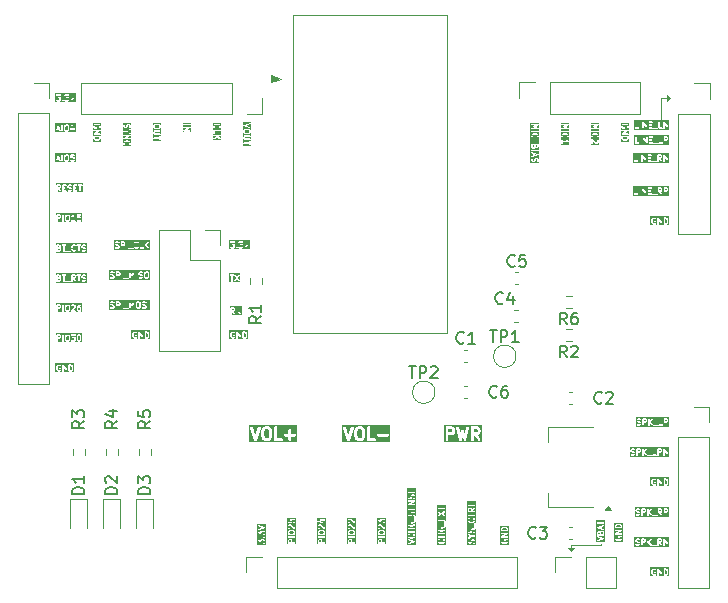
<source format=gbr>
%TF.GenerationSoftware,KiCad,Pcbnew,8.0.8*%
%TF.CreationDate,2025-02-03T11:58:04+00:00*%
%TF.ProjectId,FSC-BT1038B Barebones Breakout,4653432d-4254-4313-9033-384220426172,0.1*%
%TF.SameCoordinates,Original*%
%TF.FileFunction,Legend,Top*%
%TF.FilePolarity,Positive*%
%FSLAX46Y46*%
G04 Gerber Fmt 4.6, Leading zero omitted, Abs format (unit mm)*
G04 Created by KiCad (PCBNEW 8.0.8) date 2025-02-03 11:58:04*
%MOMM*%
%LPD*%
G01*
G04 APERTURE LIST*
%ADD10C,0.100000*%
%ADD11C,0.125000*%
%ADD12C,0.250000*%
%ADD13C,0.150000*%
%ADD14C,0.120000*%
G04 APERTURE END LIST*
D10*
X192024000Y-100076000D02*
X189484000Y-100076000D01*
X192024000Y-99949000D02*
X192024000Y-100076000D01*
X189484000Y-100584000D02*
X189230000Y-100330000D01*
X189738000Y-100330000D01*
X189484000Y-100584000D01*
G36*
X189484000Y-100584000D02*
G01*
X189230000Y-100330000D01*
X189738000Y-100330000D01*
X189484000Y-100584000D01*
G37*
X189484000Y-100076000D02*
X189484000Y-100584000D01*
X197104000Y-62230000D02*
X197866000Y-62230000D01*
X197104000Y-64008000D02*
X197104000Y-62230000D01*
X197866000Y-62230000D02*
X197612000Y-62484000D01*
X197612000Y-61976000D01*
X197866000Y-62230000D01*
G36*
X197866000Y-62230000D02*
G01*
X197612000Y-62484000D01*
X197612000Y-61976000D01*
X197866000Y-62230000D01*
G37*
D11*
G36*
X161909808Y-82099246D02*
G01*
X161939823Y-82129261D01*
X161956027Y-82161669D01*
X161976307Y-82242788D01*
X161976307Y-82298829D01*
X161956027Y-82379948D01*
X161939824Y-82412355D01*
X161909806Y-82442373D01*
X161861998Y-82458309D01*
X161815593Y-82458309D01*
X161815593Y-82083309D01*
X161861997Y-82083309D01*
X161909808Y-82099246D01*
G37*
G36*
X162163807Y-82645809D02*
G01*
X160580474Y-82645809D01*
X160580474Y-82235095D01*
X160642974Y-82235095D01*
X160642974Y-82306523D01*
X160644467Y-82314032D01*
X160644840Y-82321681D01*
X160668649Y-82416919D01*
X160671574Y-82423111D01*
X160673382Y-82429712D01*
X160697192Y-82477331D01*
X160703325Y-82485233D01*
X160708898Y-82493574D01*
X160756517Y-82541194D01*
X160759120Y-82542933D01*
X160759762Y-82544216D01*
X160768466Y-82549177D01*
X160776794Y-82554742D01*
X160778227Y-82554742D01*
X160780948Y-82556293D01*
X160852376Y-82580102D01*
X160862319Y-82581355D01*
X160872140Y-82583309D01*
X160919759Y-82583309D01*
X160929585Y-82581354D01*
X160939523Y-82580102D01*
X161010952Y-82556293D01*
X161013672Y-82554742D01*
X161015106Y-82554742D01*
X161023429Y-82549180D01*
X161032138Y-82544216D01*
X161032779Y-82542932D01*
X161035383Y-82541193D01*
X161059192Y-82517383D01*
X161072740Y-82497106D01*
X161072739Y-82497102D01*
X161077497Y-82473190D01*
X161077497Y-82306523D01*
X161072739Y-82282605D01*
X161038915Y-82248781D01*
X161014997Y-82244023D01*
X160919759Y-82244023D01*
X160895841Y-82248781D01*
X160862017Y-82282605D01*
X160862017Y-82330441D01*
X160895841Y-82364265D01*
X160919759Y-82369023D01*
X160952497Y-82369023D01*
X160952497Y-82444016D01*
X160909616Y-82458309D01*
X160882283Y-82458309D01*
X160834474Y-82442373D01*
X160804458Y-82412356D01*
X160788253Y-82379948D01*
X160767974Y-82298829D01*
X160767974Y-82242788D01*
X160788253Y-82161669D01*
X160804459Y-82129259D01*
X160834472Y-82099246D01*
X160882284Y-82083309D01*
X160928815Y-82083309D01*
X160963237Y-82100521D01*
X160986757Y-82106961D01*
X161032137Y-82091835D01*
X161053531Y-82049050D01*
X161044117Y-82020809D01*
X161166783Y-82020809D01*
X161166783Y-82520809D01*
X161171541Y-82544727D01*
X161205365Y-82578551D01*
X161253201Y-82578551D01*
X161287025Y-82544727D01*
X161291783Y-82520809D01*
X161291783Y-82256156D01*
X161460732Y-82551817D01*
X161476729Y-82570223D01*
X161485009Y-82572481D01*
X161491079Y-82578551D01*
X161507265Y-82578551D01*
X161522878Y-82582809D01*
X161530330Y-82578551D01*
X161538915Y-82578551D01*
X161550362Y-82567103D01*
X161564411Y-82559076D01*
X161566669Y-82550796D01*
X161572739Y-82544727D01*
X161577497Y-82520809D01*
X161577497Y-82020809D01*
X161690593Y-82020809D01*
X161690593Y-82520809D01*
X161695351Y-82544727D01*
X161729175Y-82578551D01*
X161753093Y-82583309D01*
X161872141Y-82583309D01*
X161881966Y-82581354D01*
X161891905Y-82580102D01*
X161963333Y-82556293D01*
X161966053Y-82554742D01*
X161967487Y-82554742D01*
X161975820Y-82549173D01*
X161984519Y-82544215D01*
X161985159Y-82542934D01*
X161987764Y-82541194D01*
X162035383Y-82493574D01*
X162040952Y-82485237D01*
X162047089Y-82477331D01*
X162070900Y-82429712D01*
X162072708Y-82423107D01*
X162075632Y-82416919D01*
X162099441Y-82321681D01*
X162099813Y-82314032D01*
X162101307Y-82306523D01*
X162101307Y-82235095D01*
X162099813Y-82227585D01*
X162099441Y-82219937D01*
X162075632Y-82124699D01*
X162072708Y-82118510D01*
X162070900Y-82111906D01*
X162047089Y-82064287D01*
X162040948Y-82056375D01*
X162035382Y-82048044D01*
X161987763Y-82000425D01*
X161985161Y-81998686D01*
X161984520Y-81997404D01*
X161975808Y-81992437D01*
X161967486Y-81986877D01*
X161966055Y-81986877D01*
X161963334Y-81985326D01*
X161891906Y-81961516D01*
X161881964Y-81960263D01*
X161872141Y-81958309D01*
X161753093Y-81958309D01*
X161729175Y-81963067D01*
X161695351Y-81996891D01*
X161690593Y-82020809D01*
X161577497Y-82020809D01*
X161572739Y-81996891D01*
X161538915Y-81963067D01*
X161491079Y-81963067D01*
X161457255Y-81996891D01*
X161452497Y-82020809D01*
X161452497Y-82285461D01*
X161283548Y-81989800D01*
X161267550Y-81971394D01*
X161259269Y-81969135D01*
X161253201Y-81963067D01*
X161237018Y-81963067D01*
X161221402Y-81958808D01*
X161213949Y-81963067D01*
X161205365Y-81963067D01*
X161193919Y-81974512D01*
X161179868Y-81982542D01*
X161177609Y-81990822D01*
X161171541Y-81996891D01*
X161166783Y-82020809D01*
X161044117Y-82020809D01*
X161038404Y-82003670D01*
X161019139Y-81988718D01*
X160971520Y-81964908D01*
X160968501Y-81964081D01*
X160967487Y-81963067D01*
X160957656Y-81961111D01*
X160948000Y-81958467D01*
X160946640Y-81958920D01*
X160943569Y-81958309D01*
X160872140Y-81958309D01*
X160862315Y-81960263D01*
X160852375Y-81961516D01*
X160780947Y-81985326D01*
X160778226Y-81986877D01*
X160776795Y-81986877D01*
X160768472Y-81992437D01*
X160759761Y-81997404D01*
X160759119Y-81998686D01*
X160756518Y-82000425D01*
X160708899Y-82048044D01*
X160703332Y-82056375D01*
X160697192Y-82064287D01*
X160673382Y-82111906D01*
X160671574Y-82118506D01*
X160668649Y-82124699D01*
X160644840Y-82219937D01*
X160644467Y-82227585D01*
X160642974Y-82235095D01*
X160580474Y-82235095D01*
X160580474Y-81895809D01*
X162163807Y-81895809D01*
X162163807Y-82645809D01*
G37*
G36*
X146936451Y-82349985D02*
G01*
X146964656Y-82378190D01*
X146982402Y-82449171D01*
X146982402Y-82600446D01*
X146964656Y-82671426D01*
X146936449Y-82699634D01*
X146911100Y-82712309D01*
X146845370Y-82712309D01*
X146820021Y-82699634D01*
X146791813Y-82671426D01*
X146774069Y-82600448D01*
X146774069Y-82449169D01*
X146791813Y-82378190D01*
X146820020Y-82349983D01*
X146845369Y-82337309D01*
X146911100Y-82337309D01*
X146936451Y-82349985D01*
G37*
G36*
X147888833Y-82349985D02*
G01*
X147898298Y-82359450D01*
X147914502Y-82391859D01*
X147934783Y-82472980D01*
X147934783Y-82576637D01*
X147914502Y-82657758D01*
X147898297Y-82690168D01*
X147888833Y-82699633D01*
X147863481Y-82712309D01*
X147845370Y-82712309D01*
X147820019Y-82699634D01*
X147810554Y-82690169D01*
X147794348Y-82657758D01*
X147774069Y-82576639D01*
X147774069Y-82472978D01*
X147794348Y-82391859D01*
X147810554Y-82359449D01*
X147820020Y-82349983D01*
X147845369Y-82337309D01*
X147863481Y-82337309D01*
X147888833Y-82349985D01*
G37*
G36*
X146198357Y-82349985D02*
G01*
X146207822Y-82359450D01*
X146220497Y-82384800D01*
X146220497Y-82426722D01*
X146207822Y-82452072D01*
X146198357Y-82461537D01*
X146173005Y-82474214D01*
X146059783Y-82474214D01*
X146059783Y-82337309D01*
X146173005Y-82337309D01*
X146198357Y-82349985D01*
G37*
G36*
X148122283Y-82899809D02*
G01*
X145872283Y-82899809D01*
X145872283Y-82274809D01*
X145934783Y-82274809D01*
X145934783Y-82774809D01*
X145939541Y-82798727D01*
X145973365Y-82832551D01*
X146021201Y-82832551D01*
X146055025Y-82798727D01*
X146059783Y-82774809D01*
X146059783Y-82599214D01*
X146187759Y-82599214D01*
X146190830Y-82598602D01*
X146192190Y-82599056D01*
X146201846Y-82596411D01*
X146211677Y-82594456D01*
X146212691Y-82593441D01*
X146215710Y-82592615D01*
X146263329Y-82568805D01*
X146271237Y-82562666D01*
X146279571Y-82557099D01*
X146303381Y-82533290D01*
X146308945Y-82524962D01*
X146315090Y-82517045D01*
X146338899Y-82469427D01*
X146339725Y-82466407D01*
X146340739Y-82465394D01*
X146342693Y-82455566D01*
X146345339Y-82445906D01*
X146344886Y-82444547D01*
X146345497Y-82441476D01*
X146345497Y-82370047D01*
X146344886Y-82366975D01*
X146345339Y-82365617D01*
X146342693Y-82355956D01*
X146340739Y-82346129D01*
X146339725Y-82345115D01*
X146338899Y-82342096D01*
X146315090Y-82294478D01*
X146308945Y-82286560D01*
X146303381Y-82278233D01*
X146299957Y-82274809D01*
X146434783Y-82274809D01*
X146434783Y-82774809D01*
X146439541Y-82798727D01*
X146473365Y-82832551D01*
X146521201Y-82832551D01*
X146555025Y-82798727D01*
X146559783Y-82774809D01*
X146559783Y-82441476D01*
X146649069Y-82441476D01*
X146649069Y-82608142D01*
X146650562Y-82615651D01*
X146650935Y-82623300D01*
X146674744Y-82718538D01*
X146677635Y-82724657D01*
X146677635Y-82727297D01*
X146681891Y-82733668D01*
X146685161Y-82740588D01*
X146687421Y-82741944D01*
X146691183Y-82747574D01*
X146738802Y-82795194D01*
X146747135Y-82800761D01*
X146755047Y-82806902D01*
X146802665Y-82830711D01*
X146805684Y-82831537D01*
X146806698Y-82832551D01*
X146816525Y-82834505D01*
X146826186Y-82837151D01*
X146827544Y-82836698D01*
X146830616Y-82837309D01*
X146925854Y-82837309D01*
X146928923Y-82836698D01*
X146930284Y-82837152D01*
X146939950Y-82834504D01*
X146949772Y-82832551D01*
X146950785Y-82831537D01*
X146953804Y-82830711D01*
X147001423Y-82806902D01*
X147009331Y-82800763D01*
X147017668Y-82795194D01*
X147065287Y-82747574D01*
X147069046Y-82741946D01*
X147071309Y-82740589D01*
X147074581Y-82733662D01*
X147078834Y-82727297D01*
X147078834Y-82724660D01*
X147081726Y-82718539D01*
X147105536Y-82623301D01*
X147105908Y-82615651D01*
X147107402Y-82608142D01*
X147107402Y-82441476D01*
X147105908Y-82433966D01*
X147105536Y-82426317D01*
X147081726Y-82331079D01*
X147078834Y-82324957D01*
X147078834Y-82322321D01*
X147074582Y-82315957D01*
X147071309Y-82309029D01*
X147069045Y-82307671D01*
X147065286Y-82302044D01*
X147017667Y-82254425D01*
X147012378Y-82250891D01*
X147153827Y-82250891D01*
X147153827Y-82298727D01*
X147187651Y-82332551D01*
X147211569Y-82337309D01*
X147383357Y-82337309D01*
X147307390Y-82424128D01*
X147298522Y-82439528D01*
X147296684Y-82441367D01*
X147296684Y-82442721D01*
X147295221Y-82445262D01*
X147296684Y-82467212D01*
X147296684Y-82489203D01*
X147298254Y-82490773D01*
X147298402Y-82492990D01*
X147314950Y-82507469D01*
X147330508Y-82523027D01*
X147333385Y-82523599D01*
X147334403Y-82524490D01*
X147336994Y-82524317D01*
X147354426Y-82527785D01*
X147411101Y-82527785D01*
X147436452Y-82540461D01*
X147445918Y-82549927D01*
X147458593Y-82575276D01*
X147458593Y-82664817D01*
X147445917Y-82690167D01*
X147436452Y-82699633D01*
X147411101Y-82712309D01*
X147297752Y-82712309D01*
X147272400Y-82699633D01*
X147255763Y-82682996D01*
X147235486Y-82669448D01*
X147187652Y-82669448D01*
X147153827Y-82703273D01*
X147153827Y-82751107D01*
X147167375Y-82771384D01*
X147191185Y-82795194D01*
X147199511Y-82800757D01*
X147207429Y-82806902D01*
X147255047Y-82830711D01*
X147258066Y-82831537D01*
X147259080Y-82832551D01*
X147268907Y-82834505D01*
X147278568Y-82837151D01*
X147279926Y-82836698D01*
X147282998Y-82837309D01*
X147425855Y-82837309D01*
X147428924Y-82836698D01*
X147430285Y-82837152D01*
X147439951Y-82834504D01*
X147449773Y-82832551D01*
X147450786Y-82831537D01*
X147453805Y-82830711D01*
X147501424Y-82806902D01*
X147509338Y-82800759D01*
X147517669Y-82795193D01*
X147541478Y-82771383D01*
X147547045Y-82763049D01*
X147553184Y-82755141D01*
X147576995Y-82707522D01*
X147577821Y-82704502D01*
X147578835Y-82703489D01*
X147580789Y-82693663D01*
X147583435Y-82684002D01*
X147582981Y-82682642D01*
X147583593Y-82679571D01*
X147583593Y-82560523D01*
X147582981Y-82557451D01*
X147583435Y-82556092D01*
X147580789Y-82546430D01*
X147578835Y-82536605D01*
X147577821Y-82535591D01*
X147576995Y-82532572D01*
X147553184Y-82484953D01*
X147547043Y-82477041D01*
X147541477Y-82468710D01*
X147538052Y-82465285D01*
X147649069Y-82465285D01*
X147649069Y-82584333D01*
X147650562Y-82591842D01*
X147650935Y-82599491D01*
X147674744Y-82694729D01*
X147677669Y-82700921D01*
X147679477Y-82707522D01*
X147703287Y-82755141D01*
X147709425Y-82763049D01*
X147714993Y-82771383D01*
X147738802Y-82795193D01*
X147747129Y-82800757D01*
X147755047Y-82806902D01*
X147802665Y-82830711D01*
X147805684Y-82831537D01*
X147806698Y-82832551D01*
X147816525Y-82834505D01*
X147826186Y-82837151D01*
X147827544Y-82836698D01*
X147830616Y-82837309D01*
X147878235Y-82837309D01*
X147881304Y-82836698D01*
X147882665Y-82837152D01*
X147892331Y-82834504D01*
X147902153Y-82832551D01*
X147903166Y-82831537D01*
X147906185Y-82830711D01*
X147953804Y-82806902D01*
X147961719Y-82800758D01*
X147970048Y-82795194D01*
X147993858Y-82771384D01*
X147999421Y-82763057D01*
X148005566Y-82755140D01*
X148029375Y-82707522D01*
X148031182Y-82700920D01*
X148034107Y-82694730D01*
X148057917Y-82599492D01*
X148058289Y-82591842D01*
X148059783Y-82584333D01*
X148059783Y-82465285D01*
X148058289Y-82457775D01*
X148057917Y-82450126D01*
X148034107Y-82354888D01*
X148031182Y-82348697D01*
X148029375Y-82342096D01*
X148005566Y-82294478D01*
X147999421Y-82286560D01*
X147993857Y-82278233D01*
X147970047Y-82254424D01*
X147961713Y-82248856D01*
X147953805Y-82242718D01*
X147906186Y-82218908D01*
X147903167Y-82218081D01*
X147902153Y-82217067D01*
X147892322Y-82215111D01*
X147882666Y-82212467D01*
X147881306Y-82212920D01*
X147878235Y-82212309D01*
X147830616Y-82212309D01*
X147827544Y-82212920D01*
X147826185Y-82212467D01*
X147816523Y-82215112D01*
X147806698Y-82217067D01*
X147805684Y-82218080D01*
X147802665Y-82218907D01*
X147755046Y-82242718D01*
X147747134Y-82248858D01*
X147738803Y-82254425D01*
X147714994Y-82278234D01*
X147709427Y-82286565D01*
X147703287Y-82294477D01*
X147679477Y-82342096D01*
X147677669Y-82348696D01*
X147674744Y-82354889D01*
X147650935Y-82450127D01*
X147650562Y-82457775D01*
X147649069Y-82465285D01*
X147538052Y-82465285D01*
X147517668Y-82444901D01*
X147509336Y-82439334D01*
X147501425Y-82433194D01*
X147476471Y-82420716D01*
X147568129Y-82315965D01*
X147576998Y-82300563D01*
X147578835Y-82298727D01*
X147578835Y-82297374D01*
X147580299Y-82294832D01*
X147578835Y-82272872D01*
X147578835Y-82250891D01*
X147577264Y-82249320D01*
X147577117Y-82247104D01*
X147560564Y-82232620D01*
X147545011Y-82217067D01*
X147542135Y-82216494D01*
X147541116Y-82215603D01*
X147538521Y-82215775D01*
X147521093Y-82212309D01*
X147211569Y-82212309D01*
X147187651Y-82217067D01*
X147153827Y-82250891D01*
X147012378Y-82250891D01*
X147009335Y-82248858D01*
X147001424Y-82242718D01*
X146953805Y-82218908D01*
X146950786Y-82218081D01*
X146949772Y-82217067D01*
X146939941Y-82215111D01*
X146930285Y-82212467D01*
X146928925Y-82212920D01*
X146925854Y-82212309D01*
X146830616Y-82212309D01*
X146827544Y-82212920D01*
X146826185Y-82212467D01*
X146816523Y-82215112D01*
X146806698Y-82217067D01*
X146805684Y-82218080D01*
X146802665Y-82218907D01*
X146755046Y-82242718D01*
X146747134Y-82248858D01*
X146738803Y-82254425D01*
X146691184Y-82302044D01*
X146687423Y-82307672D01*
X146685161Y-82309030D01*
X146681889Y-82315954D01*
X146677636Y-82322321D01*
X146677636Y-82324958D01*
X146674744Y-82331080D01*
X146650935Y-82426318D01*
X146650562Y-82433966D01*
X146649069Y-82441476D01*
X146559783Y-82441476D01*
X146559783Y-82274809D01*
X146555025Y-82250891D01*
X146521201Y-82217067D01*
X146473365Y-82217067D01*
X146439541Y-82250891D01*
X146434783Y-82274809D01*
X146299957Y-82274809D01*
X146279571Y-82254424D01*
X146271237Y-82248856D01*
X146263329Y-82242718D01*
X146215710Y-82218908D01*
X146212691Y-82218081D01*
X146211677Y-82217067D01*
X146201846Y-82215111D01*
X146192190Y-82212467D01*
X146190830Y-82212920D01*
X146187759Y-82212309D01*
X145997283Y-82212309D01*
X145973365Y-82217067D01*
X145939541Y-82250891D01*
X145934783Y-82274809D01*
X145872283Y-82274809D01*
X145872283Y-82149809D01*
X148122283Y-82149809D01*
X148122283Y-82899809D01*
G37*
G36*
X151638076Y-74475985D02*
G01*
X151647541Y-74485450D01*
X151660216Y-74510800D01*
X151660216Y-74552722D01*
X151647541Y-74578072D01*
X151638076Y-74587537D01*
X151612724Y-74600214D01*
X151499502Y-74600214D01*
X151499502Y-74463309D01*
X151612724Y-74463309D01*
X151638076Y-74475985D01*
G37*
G36*
X153869569Y-75073428D02*
G01*
X150812003Y-75073428D01*
X150812003Y-74496047D01*
X150874503Y-74496047D01*
X150874503Y-74543666D01*
X150875113Y-74546735D01*
X150874660Y-74548096D01*
X150877307Y-74557762D01*
X150879261Y-74567584D01*
X150880274Y-74568597D01*
X150881101Y-74571616D01*
X150904910Y-74619235D01*
X150911053Y-74627150D01*
X150916618Y-74635479D01*
X150940428Y-74659289D01*
X150948754Y-74664852D01*
X150956672Y-74670997D01*
X151004290Y-74694806D01*
X151010891Y-74696613D01*
X151017082Y-74699538D01*
X151105665Y-74721684D01*
X151138076Y-74737889D01*
X151147541Y-74747355D01*
X151160217Y-74772705D01*
X151160217Y-74790817D01*
X151147541Y-74816167D01*
X151138076Y-74825633D01*
X151112725Y-74838309D01*
X151018574Y-74838309D01*
X150956767Y-74817707D01*
X150932572Y-74814658D01*
X150889787Y-74836050D01*
X150874661Y-74881431D01*
X150896053Y-74924216D01*
X150917239Y-74936293D01*
X150988667Y-74960102D01*
X150998610Y-74961355D01*
X151008431Y-74963309D01*
X151127479Y-74963309D01*
X151130548Y-74962698D01*
X151131909Y-74963152D01*
X151141575Y-74960504D01*
X151151397Y-74958551D01*
X151152410Y-74957537D01*
X151155429Y-74956711D01*
X151203048Y-74932902D01*
X151210962Y-74926759D01*
X151219293Y-74921193D01*
X151243102Y-74897383D01*
X151248669Y-74889049D01*
X151254808Y-74881141D01*
X151278619Y-74833522D01*
X151279445Y-74830502D01*
X151280459Y-74829489D01*
X151282413Y-74819663D01*
X151285059Y-74810002D01*
X151284605Y-74808642D01*
X151285217Y-74805571D01*
X151285217Y-74757952D01*
X151284605Y-74754880D01*
X151285059Y-74753521D01*
X151282413Y-74743859D01*
X151280459Y-74734034D01*
X151279445Y-74733020D01*
X151278619Y-74730001D01*
X151254808Y-74682382D01*
X151248669Y-74674473D01*
X151243102Y-74666140D01*
X151219293Y-74642330D01*
X151210962Y-74636763D01*
X151203048Y-74630621D01*
X151155429Y-74606812D01*
X151148827Y-74605004D01*
X151142638Y-74602080D01*
X151054053Y-74579933D01*
X151021643Y-74563728D01*
X151012179Y-74554264D01*
X150999503Y-74528912D01*
X150999503Y-74510801D01*
X151012178Y-74485449D01*
X151021644Y-74475984D01*
X151046994Y-74463309D01*
X151141145Y-74463309D01*
X151202953Y-74483912D01*
X151227148Y-74486961D01*
X151269932Y-74465569D01*
X151285060Y-74420188D01*
X151275370Y-74400809D01*
X151374502Y-74400809D01*
X151374502Y-74900809D01*
X151379260Y-74924727D01*
X151413084Y-74958551D01*
X151460920Y-74958551D01*
X151494744Y-74924727D01*
X151499502Y-74900809D01*
X151499502Y-74725214D01*
X151627478Y-74725214D01*
X151630549Y-74724602D01*
X151631909Y-74725056D01*
X151641565Y-74722411D01*
X151651396Y-74720456D01*
X151652410Y-74719441D01*
X151655429Y-74718615D01*
X151703048Y-74694805D01*
X151710956Y-74688666D01*
X151719290Y-74683099D01*
X151743100Y-74659290D01*
X151748664Y-74650962D01*
X151754809Y-74643045D01*
X151778618Y-74595427D01*
X151779444Y-74592407D01*
X151780458Y-74591394D01*
X151782412Y-74581566D01*
X151785058Y-74571906D01*
X151784605Y-74570547D01*
X151785216Y-74567476D01*
X151785216Y-74496047D01*
X151784605Y-74492975D01*
X151785058Y-74491617D01*
X151782412Y-74481956D01*
X151780458Y-74472129D01*
X151779444Y-74471115D01*
X151778618Y-74468096D01*
X151754809Y-74420478D01*
X151748664Y-74412560D01*
X151743100Y-74404233D01*
X151739676Y-74400809D01*
X151874502Y-74400809D01*
X151874502Y-74900809D01*
X151879260Y-74924727D01*
X151913084Y-74958551D01*
X151960920Y-74958551D01*
X151994744Y-74924727D01*
X151994787Y-74924510D01*
X151998308Y-74924510D01*
X151998308Y-74972346D01*
X152032132Y-75006170D01*
X152056050Y-75010928D01*
X152437002Y-75010928D01*
X152460920Y-75006170D01*
X152494744Y-74972346D01*
X152494744Y-74924510D01*
X152460920Y-74890686D01*
X152437002Y-74885928D01*
X152056050Y-74885928D01*
X152032132Y-74890686D01*
X151998308Y-74924510D01*
X151994787Y-74924510D01*
X151999502Y-74900809D01*
X151999502Y-74615095D01*
X152469740Y-74615095D01*
X152469740Y-74686523D01*
X152471233Y-74694032D01*
X152471606Y-74701681D01*
X152495415Y-74796919D01*
X152498340Y-74803111D01*
X152500148Y-74809712D01*
X152523958Y-74857331D01*
X152530091Y-74865233D01*
X152535664Y-74873574D01*
X152583283Y-74921194D01*
X152585886Y-74922933D01*
X152586528Y-74924216D01*
X152595232Y-74929177D01*
X152603560Y-74934742D01*
X152604993Y-74934742D01*
X152607714Y-74936293D01*
X152679142Y-74960102D01*
X152689085Y-74961355D01*
X152698906Y-74963309D01*
X152746525Y-74963309D01*
X152756351Y-74961354D01*
X152766289Y-74960102D01*
X152837718Y-74936293D01*
X152840438Y-74934742D01*
X152841872Y-74934742D01*
X152850195Y-74929180D01*
X152858904Y-74924216D01*
X152859545Y-74922932D01*
X152862149Y-74921193D01*
X152885958Y-74897383D01*
X152899506Y-74877106D01*
X152899505Y-74829271D01*
X152865679Y-74795447D01*
X152817845Y-74795448D01*
X152797568Y-74808997D01*
X152784192Y-74822372D01*
X152736382Y-74838309D01*
X152709049Y-74838309D01*
X152661240Y-74822373D01*
X152631224Y-74792356D01*
X152615019Y-74759948D01*
X152594740Y-74678829D01*
X152594740Y-74622788D01*
X152615019Y-74541669D01*
X152631225Y-74509259D01*
X152661238Y-74479246D01*
X152709050Y-74463309D01*
X152736382Y-74463309D01*
X152784193Y-74479246D01*
X152797569Y-74492622D01*
X152817846Y-74506170D01*
X152865680Y-74506170D01*
X152899505Y-74472345D01*
X152899505Y-74424511D01*
X152885957Y-74404234D01*
X152882532Y-74400809D01*
X152993549Y-74400809D01*
X152993549Y-74900809D01*
X152998307Y-74924727D01*
X153032131Y-74958551D01*
X153056049Y-74963309D01*
X153294144Y-74963309D01*
X153318062Y-74958551D01*
X153351886Y-74924727D01*
X153351886Y-74876891D01*
X153318062Y-74843067D01*
X153294144Y-74838309D01*
X153118549Y-74838309D01*
X153118549Y-74400809D01*
X153398311Y-74400809D01*
X153398311Y-74900809D01*
X153403069Y-74924727D01*
X153436893Y-74958551D01*
X153484729Y-74958551D01*
X153518553Y-74924727D01*
X153523311Y-74900809D01*
X153523311Y-74712411D01*
X153525477Y-74710244D01*
X153696525Y-74938309D01*
X153714682Y-74954588D01*
X153762036Y-74961353D01*
X153800304Y-74932652D01*
X153807069Y-74885298D01*
X153796525Y-74863309D01*
X153614762Y-74620959D01*
X153790719Y-74445003D01*
X153804268Y-74424726D01*
X153804268Y-74376892D01*
X153770442Y-74343066D01*
X153722608Y-74343066D01*
X153702331Y-74356615D01*
X153523311Y-74535635D01*
X153523311Y-74400809D01*
X153518553Y-74376891D01*
X153484729Y-74343067D01*
X153436893Y-74343067D01*
X153403069Y-74376891D01*
X153398311Y-74400809D01*
X153118549Y-74400809D01*
X153113791Y-74376891D01*
X153079967Y-74343067D01*
X153032131Y-74343067D01*
X152998307Y-74376891D01*
X152993549Y-74400809D01*
X152882532Y-74400809D01*
X152862148Y-74380425D01*
X152859546Y-74378686D01*
X152858905Y-74377404D01*
X152850193Y-74372437D01*
X152841871Y-74366877D01*
X152840440Y-74366877D01*
X152837719Y-74365326D01*
X152766289Y-74341516D01*
X152756350Y-74340263D01*
X152746525Y-74338309D01*
X152698906Y-74338309D01*
X152689081Y-74340263D01*
X152679141Y-74341516D01*
X152607713Y-74365326D01*
X152604992Y-74366877D01*
X152603561Y-74366877D01*
X152595238Y-74372437D01*
X152586527Y-74377404D01*
X152585885Y-74378686D01*
X152583284Y-74380425D01*
X152535665Y-74428044D01*
X152530098Y-74436375D01*
X152523958Y-74444287D01*
X152500148Y-74491906D01*
X152498340Y-74498506D01*
X152495415Y-74504699D01*
X152471606Y-74599937D01*
X152471233Y-74607585D01*
X152469740Y-74615095D01*
X151999502Y-74615095D01*
X151999502Y-74400809D01*
X151994744Y-74376891D01*
X151960920Y-74343067D01*
X151913084Y-74343067D01*
X151879260Y-74376891D01*
X151874502Y-74400809D01*
X151739676Y-74400809D01*
X151719290Y-74380424D01*
X151710956Y-74374856D01*
X151703048Y-74368718D01*
X151655429Y-74344908D01*
X151652410Y-74344081D01*
X151651396Y-74343067D01*
X151641565Y-74341111D01*
X151631909Y-74338467D01*
X151630549Y-74338920D01*
X151627478Y-74338309D01*
X151437002Y-74338309D01*
X151413084Y-74343067D01*
X151379260Y-74376891D01*
X151374502Y-74400809D01*
X151275370Y-74400809D01*
X151263668Y-74377404D01*
X151242482Y-74365326D01*
X151171052Y-74341516D01*
X151161113Y-74340263D01*
X151151288Y-74338309D01*
X151032241Y-74338309D01*
X151029169Y-74338920D01*
X151027810Y-74338467D01*
X151018148Y-74341112D01*
X151008323Y-74343067D01*
X151007309Y-74344080D01*
X151004290Y-74344907D01*
X150956671Y-74368718D01*
X150948762Y-74374856D01*
X150940429Y-74380424D01*
X150916619Y-74404233D01*
X150911052Y-74412563D01*
X150904910Y-74420478D01*
X150881101Y-74468097D01*
X150880274Y-74471115D01*
X150879261Y-74472129D01*
X150877307Y-74481950D01*
X150874660Y-74491617D01*
X150875113Y-74492977D01*
X150874503Y-74496047D01*
X150812003Y-74496047D01*
X150812003Y-74275809D01*
X153869569Y-74275809D01*
X153869569Y-75073428D01*
G37*
G36*
X157371690Y-65112092D02*
G01*
X156622689Y-65112092D01*
X156622689Y-64994973D01*
X156685189Y-64994973D01*
X156689448Y-65002426D01*
X156689448Y-65011010D01*
X156700893Y-65022455D01*
X156708923Y-65036507D01*
X156717203Y-65038765D01*
X156723272Y-65044834D01*
X156747190Y-65049592D01*
X157247190Y-65049592D01*
X157271108Y-65044834D01*
X157304932Y-65011010D01*
X157304932Y-64963174D01*
X157271108Y-64929350D01*
X157247190Y-64924592D01*
X156982538Y-64924592D01*
X157278198Y-64755643D01*
X157296604Y-64739646D01*
X157298862Y-64731365D01*
X157304932Y-64725296D01*
X157304932Y-64709109D01*
X157309190Y-64693497D01*
X157304932Y-64686045D01*
X157304932Y-64677460D01*
X157293484Y-64666012D01*
X157285457Y-64651964D01*
X157277177Y-64649705D01*
X157271108Y-64643636D01*
X157247190Y-64638878D01*
X156747190Y-64638878D01*
X156723272Y-64643636D01*
X156689448Y-64677460D01*
X156689448Y-64725296D01*
X156723272Y-64759120D01*
X156747190Y-64763878D01*
X157011842Y-64763878D01*
X156716181Y-64932827D01*
X156697775Y-64948825D01*
X156695516Y-64957105D01*
X156689448Y-64963174D01*
X156689448Y-64979356D01*
X156685189Y-64994973D01*
X156622689Y-64994973D01*
X156622689Y-64439365D01*
X156689448Y-64439365D01*
X156689448Y-64487201D01*
X156723272Y-64521025D01*
X156747190Y-64525783D01*
X157247190Y-64525783D01*
X157271108Y-64521025D01*
X157304932Y-64487201D01*
X157304932Y-64439365D01*
X157271108Y-64405541D01*
X157247190Y-64400783D01*
X156747190Y-64400783D01*
X156723272Y-64405541D01*
X156689448Y-64439365D01*
X156622689Y-64439365D01*
X156622689Y-64338283D01*
X157371690Y-64338283D01*
X157371690Y-65112092D01*
G37*
G36*
X146865022Y-67109985D02*
G01*
X146893227Y-67138190D01*
X146910973Y-67209171D01*
X146910973Y-67360446D01*
X146893227Y-67431426D01*
X146865020Y-67459634D01*
X146839671Y-67472309D01*
X146773941Y-67472309D01*
X146748592Y-67459634D01*
X146720384Y-67431426D01*
X146702640Y-67360448D01*
X146702640Y-67209169D01*
X146720384Y-67138190D01*
X146748591Y-67109983D01*
X146773940Y-67097309D01*
X146839671Y-67097309D01*
X146865022Y-67109985D01*
G37*
G36*
X146124855Y-67329452D02*
G01*
X146060188Y-67329452D01*
X146092521Y-67232452D01*
X146124855Y-67329452D01*
G37*
G36*
X147574664Y-67659809D02*
G01*
X145801013Y-67659809D01*
X145801013Y-67539240D01*
X145863513Y-67539240D01*
X145884905Y-67582024D01*
X145930286Y-67597151D01*
X145973070Y-67575759D01*
X145985148Y-67554573D01*
X146018522Y-67454452D01*
X146166521Y-67454452D01*
X146199895Y-67554573D01*
X146211973Y-67575759D01*
X146254757Y-67597151D01*
X146300138Y-67582024D01*
X146321530Y-67539240D01*
X146318481Y-67515044D01*
X146158402Y-67034809D01*
X146363354Y-67034809D01*
X146363354Y-67534809D01*
X146368112Y-67558727D01*
X146401936Y-67592551D01*
X146449772Y-67592551D01*
X146483596Y-67558727D01*
X146488354Y-67534809D01*
X146488354Y-67201476D01*
X146577640Y-67201476D01*
X146577640Y-67368142D01*
X146579133Y-67375651D01*
X146579506Y-67383300D01*
X146603315Y-67478538D01*
X146606206Y-67484657D01*
X146606206Y-67487297D01*
X146610462Y-67493668D01*
X146613732Y-67500588D01*
X146615992Y-67501944D01*
X146619754Y-67507574D01*
X146667373Y-67555194D01*
X146675706Y-67560761D01*
X146683618Y-67566902D01*
X146731236Y-67590711D01*
X146734255Y-67591537D01*
X146735269Y-67592551D01*
X146745096Y-67594505D01*
X146754757Y-67597151D01*
X146756115Y-67596698D01*
X146759187Y-67597309D01*
X146854425Y-67597309D01*
X146857494Y-67596698D01*
X146858855Y-67597152D01*
X146868521Y-67594504D01*
X146878343Y-67592551D01*
X146879356Y-67591537D01*
X146882375Y-67590711D01*
X146929994Y-67566902D01*
X146937902Y-67560763D01*
X146946239Y-67555194D01*
X146993858Y-67507574D01*
X146997617Y-67501946D01*
X146999880Y-67500589D01*
X147003152Y-67493662D01*
X147007405Y-67487297D01*
X147007405Y-67484660D01*
X147010297Y-67478539D01*
X147034107Y-67383301D01*
X147034479Y-67375651D01*
X147035973Y-67368142D01*
X147035973Y-67266685D01*
X147101760Y-67266685D01*
X147104115Y-67290958D01*
X147106208Y-67293516D01*
X147106208Y-67296821D01*
X147121077Y-67311690D01*
X147134405Y-67327980D01*
X147137696Y-67328309D01*
X147140033Y-67330646D01*
X147161070Y-67330646D01*
X147182004Y-67332739D01*
X147184562Y-67330646D01*
X147187867Y-67330646D01*
X147208144Y-67317098D01*
X147224782Y-67300459D01*
X147250131Y-67287785D01*
X147339672Y-67287785D01*
X147365023Y-67300461D01*
X147374489Y-67309927D01*
X147387164Y-67335276D01*
X147387164Y-67424817D01*
X147374488Y-67450167D01*
X147365023Y-67459633D01*
X147339672Y-67472309D01*
X147250132Y-67472309D01*
X147224781Y-67459634D01*
X147208145Y-67442997D01*
X147187868Y-67429448D01*
X147140034Y-67429447D01*
X147106208Y-67463272D01*
X147106207Y-67511106D01*
X147119755Y-67531383D01*
X147143564Y-67555193D01*
X147151891Y-67560757D01*
X147159809Y-67566902D01*
X147207427Y-67590711D01*
X147210446Y-67591537D01*
X147211460Y-67592551D01*
X147221287Y-67594505D01*
X147230948Y-67597151D01*
X147232306Y-67596698D01*
X147235378Y-67597309D01*
X147354426Y-67597309D01*
X147357495Y-67596698D01*
X147358856Y-67597152D01*
X147368522Y-67594504D01*
X147378344Y-67592551D01*
X147379357Y-67591537D01*
X147382376Y-67590711D01*
X147429995Y-67566902D01*
X147437909Y-67560759D01*
X147446240Y-67555193D01*
X147470049Y-67531383D01*
X147475616Y-67523049D01*
X147481755Y-67515141D01*
X147505566Y-67467522D01*
X147506392Y-67464502D01*
X147507406Y-67463489D01*
X147509360Y-67453663D01*
X147512006Y-67444002D01*
X147511552Y-67442642D01*
X147512164Y-67439571D01*
X147512164Y-67320523D01*
X147511552Y-67317451D01*
X147512006Y-67316092D01*
X147509360Y-67306430D01*
X147507406Y-67296605D01*
X147506392Y-67295591D01*
X147505566Y-67292572D01*
X147481755Y-67244953D01*
X147475614Y-67237041D01*
X147470048Y-67228710D01*
X147446239Y-67204901D01*
X147437907Y-67199334D01*
X147429996Y-67193194D01*
X147382377Y-67169384D01*
X147379358Y-67168557D01*
X147378344Y-67167543D01*
X147368513Y-67165587D01*
X147358857Y-67162943D01*
X147357497Y-67163396D01*
X147354426Y-67162785D01*
X147237774Y-67162785D01*
X147244321Y-67097309D01*
X147425854Y-67097309D01*
X147449772Y-67092551D01*
X147483596Y-67058727D01*
X147483596Y-67010891D01*
X147449772Y-66977067D01*
X147425854Y-66972309D01*
X147187759Y-66972309D01*
X147172804Y-66975283D01*
X147169705Y-66974974D01*
X147168208Y-66976198D01*
X147163841Y-66977067D01*
X147148963Y-66991944D01*
X147132683Y-67005265D01*
X147131384Y-67009523D01*
X147130017Y-67010891D01*
X147130017Y-67014006D01*
X147125569Y-67028591D01*
X147101760Y-67266685D01*
X147035973Y-67266685D01*
X147035973Y-67201476D01*
X147034479Y-67193966D01*
X147034107Y-67186317D01*
X147010297Y-67091079D01*
X147007405Y-67084957D01*
X147007405Y-67082321D01*
X147003153Y-67075957D01*
X146999880Y-67069029D01*
X146997616Y-67067671D01*
X146993857Y-67062044D01*
X146946238Y-67014425D01*
X146937906Y-67008858D01*
X146929995Y-67002718D01*
X146882376Y-66978908D01*
X146879357Y-66978081D01*
X146878343Y-66977067D01*
X146868512Y-66975111D01*
X146858856Y-66972467D01*
X146857496Y-66972920D01*
X146854425Y-66972309D01*
X146759187Y-66972309D01*
X146756115Y-66972920D01*
X146754756Y-66972467D01*
X146745094Y-66975112D01*
X146735269Y-66977067D01*
X146734255Y-66978080D01*
X146731236Y-66978907D01*
X146683617Y-67002718D01*
X146675705Y-67008858D01*
X146667374Y-67014425D01*
X146619755Y-67062044D01*
X146615994Y-67067672D01*
X146613732Y-67069030D01*
X146610460Y-67075954D01*
X146606207Y-67082321D01*
X146606207Y-67084958D01*
X146603315Y-67091080D01*
X146579506Y-67186318D01*
X146579133Y-67193966D01*
X146577640Y-67201476D01*
X146488354Y-67201476D01*
X146488354Y-67034809D01*
X146483596Y-67010891D01*
X146449772Y-66977067D01*
X146401936Y-66977067D01*
X146368112Y-67010891D01*
X146363354Y-67034809D01*
X146158402Y-67034809D01*
X146151814Y-67015045D01*
X146139736Y-66993859D01*
X146135559Y-66991770D01*
X146133471Y-66987594D01*
X146114676Y-66981329D01*
X146096952Y-66972467D01*
X146092521Y-66973944D01*
X146088090Y-66972467D01*
X146070366Y-66981329D01*
X146051571Y-66987594D01*
X146049482Y-66991770D01*
X146045306Y-66993859D01*
X146033228Y-67015045D01*
X145866562Y-67515045D01*
X145863513Y-67539240D01*
X145801013Y-67539240D01*
X145801013Y-66909809D01*
X147574664Y-66909809D01*
X147574664Y-67659809D01*
G37*
G36*
X165764073Y-99664177D02*
G01*
X165773538Y-99673643D01*
X165786214Y-99698993D01*
X165786214Y-99812216D01*
X165649309Y-99812216D01*
X165649309Y-99698993D01*
X165661985Y-99673641D01*
X165671450Y-99664176D01*
X165696801Y-99651502D01*
X165738722Y-99651502D01*
X165764073Y-99664177D01*
G37*
G36*
X165983426Y-98907342D02*
G01*
X166011634Y-98935550D01*
X166024309Y-98960898D01*
X166024309Y-99026629D01*
X166011634Y-99051977D01*
X165983426Y-99080185D01*
X165912448Y-99097930D01*
X165761170Y-99097930D01*
X165690190Y-99080185D01*
X165661985Y-99051980D01*
X165649309Y-99026629D01*
X165649309Y-98960898D01*
X165661985Y-98935547D01*
X165690190Y-98907342D01*
X165761171Y-98889597D01*
X165912447Y-98889597D01*
X165983426Y-98907342D01*
G37*
G36*
X166211809Y-99999716D02*
G01*
X165461809Y-99999716D01*
X165461809Y-99684240D01*
X165524309Y-99684240D01*
X165524309Y-99874716D01*
X165529067Y-99898634D01*
X165562891Y-99932458D01*
X165586809Y-99937216D01*
X166086809Y-99937216D01*
X166110727Y-99932458D01*
X166144551Y-99898634D01*
X166144551Y-99850798D01*
X166110727Y-99816974D01*
X166086809Y-99812216D01*
X165911214Y-99812216D01*
X165911214Y-99684240D01*
X165910602Y-99681168D01*
X165911056Y-99679809D01*
X165908410Y-99670147D01*
X165906456Y-99660322D01*
X165905442Y-99659308D01*
X165904616Y-99656289D01*
X165880805Y-99608670D01*
X165874666Y-99600761D01*
X165869099Y-99592428D01*
X165845290Y-99568618D01*
X165836959Y-99563051D01*
X165829045Y-99556909D01*
X165781426Y-99533100D01*
X165778407Y-99532273D01*
X165777394Y-99531260D01*
X165767572Y-99529306D01*
X165757906Y-99526659D01*
X165756545Y-99527112D01*
X165753476Y-99526502D01*
X165682047Y-99526502D01*
X165678975Y-99527112D01*
X165677617Y-99526660D01*
X165667956Y-99529305D01*
X165658129Y-99531260D01*
X165657115Y-99532273D01*
X165654096Y-99533100D01*
X165606478Y-99556909D01*
X165598560Y-99563053D01*
X165590233Y-99568618D01*
X165566424Y-99592428D01*
X165560856Y-99600761D01*
X165554718Y-99608670D01*
X165530908Y-99656289D01*
X165530081Y-99659307D01*
X165529067Y-99660322D01*
X165527111Y-99670152D01*
X165524467Y-99679809D01*
X165524920Y-99681168D01*
X165524309Y-99684240D01*
X165461809Y-99684240D01*
X165461809Y-99350798D01*
X165529067Y-99350798D01*
X165529067Y-99398634D01*
X165562891Y-99432458D01*
X165586809Y-99437216D01*
X166086809Y-99437216D01*
X166110727Y-99432458D01*
X166144551Y-99398634D01*
X166144551Y-99350798D01*
X166110727Y-99316974D01*
X166086809Y-99312216D01*
X165586809Y-99312216D01*
X165562891Y-99316974D01*
X165529067Y-99350798D01*
X165461809Y-99350798D01*
X165461809Y-98946145D01*
X165524309Y-98946145D01*
X165524309Y-99041383D01*
X165524920Y-99044454D01*
X165524467Y-99045814D01*
X165527111Y-99055470D01*
X165529067Y-99065301D01*
X165530081Y-99066315D01*
X165530908Y-99069334D01*
X165554718Y-99116953D01*
X165560858Y-99124864D01*
X165566425Y-99133196D01*
X165614044Y-99180815D01*
X165619672Y-99184575D01*
X165621030Y-99186838D01*
X165627954Y-99190109D01*
X165634321Y-99194363D01*
X165636958Y-99194363D01*
X165643080Y-99197255D01*
X165738318Y-99221064D01*
X165745966Y-99221436D01*
X165753476Y-99222930D01*
X165920142Y-99222930D01*
X165927651Y-99221436D01*
X165935300Y-99221064D01*
X166030538Y-99197255D01*
X166036657Y-99194363D01*
X166039297Y-99194364D01*
X166045668Y-99190107D01*
X166052588Y-99186838D01*
X166053944Y-99184577D01*
X166059574Y-99180816D01*
X166107194Y-99133197D01*
X166112761Y-99124863D01*
X166118902Y-99116952D01*
X166142711Y-99069334D01*
X166143537Y-99066314D01*
X166144551Y-99065301D01*
X166146505Y-99055473D01*
X166149151Y-99045813D01*
X166148698Y-99044454D01*
X166149309Y-99041383D01*
X166149309Y-98946145D01*
X166148698Y-98943073D01*
X166149151Y-98941715D01*
X166146505Y-98932054D01*
X166144551Y-98922227D01*
X166143537Y-98921213D01*
X166142711Y-98918194D01*
X166118902Y-98870576D01*
X166112761Y-98862664D01*
X166107194Y-98854331D01*
X166059574Y-98806712D01*
X166053944Y-98802950D01*
X166052588Y-98800690D01*
X166045667Y-98797420D01*
X166039297Y-98793164D01*
X166036658Y-98793164D01*
X166030539Y-98790273D01*
X165935301Y-98766463D01*
X165927651Y-98766090D01*
X165920142Y-98764597D01*
X165753476Y-98764597D01*
X165745966Y-98766090D01*
X165738317Y-98766463D01*
X165643079Y-98790273D01*
X165636957Y-98793165D01*
X165634321Y-98793165D01*
X165627957Y-98797416D01*
X165621029Y-98800690D01*
X165619671Y-98802953D01*
X165614044Y-98806713D01*
X165566425Y-98854332D01*
X165560858Y-98862663D01*
X165554718Y-98870575D01*
X165530908Y-98918194D01*
X165530081Y-98921212D01*
X165529067Y-98922227D01*
X165527111Y-98932057D01*
X165524467Y-98941714D01*
X165524920Y-98943073D01*
X165524309Y-98946145D01*
X165461809Y-98946145D01*
X165461809Y-98446144D01*
X165524309Y-98446144D01*
X165524309Y-98565192D01*
X165524920Y-98568263D01*
X165524467Y-98569623D01*
X165527111Y-98579279D01*
X165529067Y-98589110D01*
X165530081Y-98590124D01*
X165530908Y-98593143D01*
X165554718Y-98640762D01*
X165560858Y-98648673D01*
X165566425Y-98657005D01*
X165590234Y-98680814D01*
X165610511Y-98694362D01*
X165658345Y-98694362D01*
X165692170Y-98660537D01*
X165692170Y-98612703D01*
X165678622Y-98592426D01*
X165661985Y-98575789D01*
X165649309Y-98550438D01*
X165649309Y-98460897D01*
X165661985Y-98435546D01*
X165671451Y-98426080D01*
X165696800Y-98413406D01*
X165719523Y-98413406D01*
X165767334Y-98429343D01*
X166042615Y-98704624D01*
X166062892Y-98718173D01*
X166110726Y-98718173D01*
X166144552Y-98684347D01*
X166144552Y-98684342D01*
X166149309Y-98660430D01*
X166149309Y-98350906D01*
X166144551Y-98326988D01*
X166110727Y-98293164D01*
X166062891Y-98293164D01*
X166029067Y-98326988D01*
X166024309Y-98350906D01*
X166024309Y-98509542D01*
X165845289Y-98330522D01*
X165842687Y-98328783D01*
X165842046Y-98327501D01*
X165833334Y-98322534D01*
X165825012Y-98316974D01*
X165823581Y-98316974D01*
X165820860Y-98315423D01*
X165749430Y-98291613D01*
X165739491Y-98290360D01*
X165729666Y-98288406D01*
X165682047Y-98288406D01*
X165678975Y-98289017D01*
X165677616Y-98288564D01*
X165667954Y-98291209D01*
X165658129Y-98293164D01*
X165657115Y-98294177D01*
X165654096Y-98295004D01*
X165606477Y-98318815D01*
X165598565Y-98324955D01*
X165590234Y-98330522D01*
X165566425Y-98354331D01*
X165560858Y-98362662D01*
X165554718Y-98370574D01*
X165530908Y-98418193D01*
X165530081Y-98421211D01*
X165529067Y-98422226D01*
X165527111Y-98432056D01*
X165524467Y-98441713D01*
X165524920Y-98443072D01*
X165524309Y-98446144D01*
X165461809Y-98446144D01*
X165461809Y-97898526D01*
X165524309Y-97898526D01*
X165524309Y-98136621D01*
X165527283Y-98151575D01*
X165526974Y-98154675D01*
X165528198Y-98156171D01*
X165529067Y-98160539D01*
X165543941Y-98175413D01*
X165557264Y-98191697D01*
X165561524Y-98192996D01*
X165562891Y-98194363D01*
X165566006Y-98194363D01*
X165580590Y-98198811D01*
X165818685Y-98222620D01*
X165842957Y-98220265D01*
X165845515Y-98218172D01*
X165848821Y-98218172D01*
X165863695Y-98203297D01*
X165879979Y-98189975D01*
X165880308Y-98186684D01*
X165882646Y-98184347D01*
X165882646Y-98163305D01*
X165884739Y-98142376D01*
X165882646Y-98139817D01*
X165882646Y-98136513D01*
X165869098Y-98116236D01*
X165852461Y-98099599D01*
X165839785Y-98074248D01*
X165839785Y-97984707D01*
X165852461Y-97959356D01*
X165861927Y-97949890D01*
X165887276Y-97937216D01*
X165976817Y-97937216D01*
X166002169Y-97949892D01*
X166011634Y-97959357D01*
X166024309Y-97984707D01*
X166024309Y-98074248D01*
X166011634Y-98099598D01*
X165994997Y-98116235D01*
X165981448Y-98136512D01*
X165981447Y-98184346D01*
X166015272Y-98218172D01*
X166063106Y-98218173D01*
X166083383Y-98204625D01*
X166107193Y-98180816D01*
X166112757Y-98172488D01*
X166118902Y-98164571D01*
X166142711Y-98116953D01*
X166143537Y-98113933D01*
X166144551Y-98112920D01*
X166146505Y-98103092D01*
X166149151Y-98093432D01*
X166148698Y-98092073D01*
X166149309Y-98089002D01*
X166149309Y-97969954D01*
X166148698Y-97966882D01*
X166149151Y-97965524D01*
X166146505Y-97955863D01*
X166144551Y-97946036D01*
X166143537Y-97945022D01*
X166142711Y-97942003D01*
X166118902Y-97894385D01*
X166112757Y-97886467D01*
X166107193Y-97878140D01*
X166083383Y-97854331D01*
X166075049Y-97848763D01*
X166067141Y-97842625D01*
X166019522Y-97818815D01*
X166016503Y-97817988D01*
X166015489Y-97816974D01*
X166005658Y-97815018D01*
X165996002Y-97812374D01*
X165994642Y-97812827D01*
X165991571Y-97812216D01*
X165872523Y-97812216D01*
X165869451Y-97812827D01*
X165868092Y-97812374D01*
X165858430Y-97815019D01*
X165848605Y-97816974D01*
X165847591Y-97817987D01*
X165844572Y-97818814D01*
X165796953Y-97842625D01*
X165789041Y-97848765D01*
X165780710Y-97854332D01*
X165756901Y-97878141D01*
X165751334Y-97886472D01*
X165745194Y-97894384D01*
X165721384Y-97942003D01*
X165720557Y-97945021D01*
X165719543Y-97946036D01*
X165717587Y-97955866D01*
X165714943Y-97965523D01*
X165715396Y-97966882D01*
X165714785Y-97969954D01*
X165714785Y-98086606D01*
X165649309Y-98080059D01*
X165649309Y-97898526D01*
X165644551Y-97874608D01*
X165610727Y-97840784D01*
X165562891Y-97840784D01*
X165529067Y-97874608D01*
X165524309Y-97898526D01*
X165461809Y-97898526D01*
X165461809Y-97749716D01*
X166211809Y-97749716D01*
X166211809Y-99999716D01*
G37*
G36*
X195818171Y-89461985D02*
G01*
X195827636Y-89471450D01*
X195840311Y-89496800D01*
X195840311Y-89538722D01*
X195827636Y-89564072D01*
X195818171Y-89573537D01*
X195792819Y-89586214D01*
X195679597Y-89586214D01*
X195679597Y-89449309D01*
X195792819Y-89449309D01*
X195818171Y-89461985D01*
G37*
G36*
X197603885Y-89461985D02*
G01*
X197613350Y-89471450D01*
X197626025Y-89496800D01*
X197626025Y-89538722D01*
X197613350Y-89564072D01*
X197603885Y-89573537D01*
X197578533Y-89586214D01*
X197465311Y-89586214D01*
X197465311Y-89449309D01*
X197578533Y-89449309D01*
X197603885Y-89461985D01*
G37*
G36*
X197813525Y-90059428D02*
G01*
X194992098Y-90059428D01*
X194992098Y-89482047D01*
X195054598Y-89482047D01*
X195054598Y-89529666D01*
X195055208Y-89532735D01*
X195054755Y-89534096D01*
X195057402Y-89543762D01*
X195059356Y-89553584D01*
X195060369Y-89554597D01*
X195061196Y-89557616D01*
X195085005Y-89605235D01*
X195091148Y-89613150D01*
X195096713Y-89621479D01*
X195120523Y-89645289D01*
X195128849Y-89650852D01*
X195136767Y-89656997D01*
X195184385Y-89680806D01*
X195190986Y-89682613D01*
X195197177Y-89685538D01*
X195285760Y-89707684D01*
X195318171Y-89723889D01*
X195327636Y-89733355D01*
X195340312Y-89758705D01*
X195340312Y-89776817D01*
X195327636Y-89802167D01*
X195318171Y-89811633D01*
X195292820Y-89824309D01*
X195198669Y-89824309D01*
X195136862Y-89803707D01*
X195112667Y-89800658D01*
X195069882Y-89822050D01*
X195054756Y-89867431D01*
X195076148Y-89910216D01*
X195097334Y-89922293D01*
X195168762Y-89946102D01*
X195178705Y-89947355D01*
X195188526Y-89949309D01*
X195307574Y-89949309D01*
X195310643Y-89948698D01*
X195312004Y-89949152D01*
X195321670Y-89946504D01*
X195331492Y-89944551D01*
X195332505Y-89943537D01*
X195335524Y-89942711D01*
X195383143Y-89918902D01*
X195391057Y-89912759D01*
X195399388Y-89907193D01*
X195423197Y-89883383D01*
X195428764Y-89875049D01*
X195434903Y-89867141D01*
X195458714Y-89819522D01*
X195459540Y-89816502D01*
X195460554Y-89815489D01*
X195462508Y-89805663D01*
X195465154Y-89796002D01*
X195464700Y-89794642D01*
X195465312Y-89791571D01*
X195465312Y-89743952D01*
X195464700Y-89740880D01*
X195465154Y-89739521D01*
X195462508Y-89729859D01*
X195460554Y-89720034D01*
X195459540Y-89719020D01*
X195458714Y-89716001D01*
X195434903Y-89668382D01*
X195428764Y-89660473D01*
X195423197Y-89652140D01*
X195399388Y-89628330D01*
X195391057Y-89622763D01*
X195383143Y-89616621D01*
X195335524Y-89592812D01*
X195328922Y-89591004D01*
X195322733Y-89588080D01*
X195234148Y-89565933D01*
X195201738Y-89549728D01*
X195192274Y-89540264D01*
X195179598Y-89514912D01*
X195179598Y-89496801D01*
X195192273Y-89471449D01*
X195201739Y-89461984D01*
X195227089Y-89449309D01*
X195321240Y-89449309D01*
X195383048Y-89469912D01*
X195407243Y-89472961D01*
X195450027Y-89451569D01*
X195465155Y-89406188D01*
X195455465Y-89386809D01*
X195554597Y-89386809D01*
X195554597Y-89886809D01*
X195559355Y-89910727D01*
X195593179Y-89944551D01*
X195641015Y-89944551D01*
X195674839Y-89910727D01*
X195679597Y-89886809D01*
X195679597Y-89711214D01*
X195807573Y-89711214D01*
X195810644Y-89710602D01*
X195812004Y-89711056D01*
X195821660Y-89708411D01*
X195831491Y-89706456D01*
X195832505Y-89705441D01*
X195835524Y-89704615D01*
X195883143Y-89680805D01*
X195891051Y-89674666D01*
X195899385Y-89669099D01*
X195923195Y-89645290D01*
X195928759Y-89636962D01*
X195934904Y-89629045D01*
X195958713Y-89581427D01*
X195959539Y-89578407D01*
X195960553Y-89577394D01*
X195962507Y-89567566D01*
X195965153Y-89557906D01*
X195964700Y-89556547D01*
X195965311Y-89553476D01*
X195965311Y-89482047D01*
X195964700Y-89478975D01*
X195965153Y-89477617D01*
X195962507Y-89467956D01*
X195960553Y-89458129D01*
X195959539Y-89457115D01*
X195958713Y-89454096D01*
X195934904Y-89406478D01*
X195928759Y-89398560D01*
X195923195Y-89390233D01*
X195919771Y-89386809D01*
X196054597Y-89386809D01*
X196054597Y-89886809D01*
X196059355Y-89910727D01*
X196093179Y-89944551D01*
X196141015Y-89944551D01*
X196174839Y-89910727D01*
X196179597Y-89886809D01*
X196179597Y-89698411D01*
X196181763Y-89696244D01*
X196352811Y-89924309D01*
X196370968Y-89940588D01*
X196418322Y-89947353D01*
X196440308Y-89930863D01*
X196440308Y-89958346D01*
X196474132Y-89992170D01*
X196498050Y-89996928D01*
X196879002Y-89996928D01*
X196902920Y-89992170D01*
X196936744Y-89958346D01*
X196936744Y-89910510D01*
X196902920Y-89876686D01*
X196879002Y-89871928D01*
X196498050Y-89871928D01*
X196474132Y-89876686D01*
X196460660Y-89890157D01*
X196463355Y-89871298D01*
X196452811Y-89849309D01*
X196271048Y-89606959D01*
X196447005Y-89431003D01*
X196460554Y-89410726D01*
X196460554Y-89386809D01*
X196935549Y-89386809D01*
X196935549Y-89886809D01*
X196940307Y-89910727D01*
X196974131Y-89944551D01*
X196998049Y-89949309D01*
X197236144Y-89949309D01*
X197260062Y-89944551D01*
X197293886Y-89910727D01*
X197293886Y-89862891D01*
X197260062Y-89829067D01*
X197236144Y-89824309D01*
X197060549Y-89824309D01*
X197060549Y-89386809D01*
X197340311Y-89386809D01*
X197340311Y-89886809D01*
X197345069Y-89910727D01*
X197378893Y-89944551D01*
X197426729Y-89944551D01*
X197460553Y-89910727D01*
X197465311Y-89886809D01*
X197465311Y-89711214D01*
X197593287Y-89711214D01*
X197596358Y-89710602D01*
X197597718Y-89711056D01*
X197607374Y-89708411D01*
X197617205Y-89706456D01*
X197618219Y-89705441D01*
X197621238Y-89704615D01*
X197668857Y-89680805D01*
X197676765Y-89674666D01*
X197685099Y-89669099D01*
X197708909Y-89645290D01*
X197714473Y-89636962D01*
X197720618Y-89629045D01*
X197744427Y-89581427D01*
X197745253Y-89578407D01*
X197746267Y-89577394D01*
X197748221Y-89567566D01*
X197750867Y-89557906D01*
X197750414Y-89556547D01*
X197751025Y-89553476D01*
X197751025Y-89482047D01*
X197750414Y-89478975D01*
X197750867Y-89477617D01*
X197748221Y-89467956D01*
X197746267Y-89458129D01*
X197745253Y-89457115D01*
X197744427Y-89454096D01*
X197720618Y-89406478D01*
X197714473Y-89398560D01*
X197708909Y-89390233D01*
X197685099Y-89366424D01*
X197676765Y-89360856D01*
X197668857Y-89354718D01*
X197621238Y-89330908D01*
X197618219Y-89330081D01*
X197617205Y-89329067D01*
X197607374Y-89327111D01*
X197597718Y-89324467D01*
X197596358Y-89324920D01*
X197593287Y-89324309D01*
X197402811Y-89324309D01*
X197378893Y-89329067D01*
X197345069Y-89362891D01*
X197340311Y-89386809D01*
X197060549Y-89386809D01*
X197055791Y-89362891D01*
X197021967Y-89329067D01*
X196974131Y-89329067D01*
X196940307Y-89362891D01*
X196935549Y-89386809D01*
X196460554Y-89386809D01*
X196460554Y-89362892D01*
X196426728Y-89329066D01*
X196378894Y-89329066D01*
X196358617Y-89342615D01*
X196179597Y-89521635D01*
X196179597Y-89386809D01*
X196174839Y-89362891D01*
X196141015Y-89329067D01*
X196093179Y-89329067D01*
X196059355Y-89362891D01*
X196054597Y-89386809D01*
X195919771Y-89386809D01*
X195899385Y-89366424D01*
X195891051Y-89360856D01*
X195883143Y-89354718D01*
X195835524Y-89330908D01*
X195832505Y-89330081D01*
X195831491Y-89329067D01*
X195821660Y-89327111D01*
X195812004Y-89324467D01*
X195810644Y-89324920D01*
X195807573Y-89324309D01*
X195617097Y-89324309D01*
X195593179Y-89329067D01*
X195559355Y-89362891D01*
X195554597Y-89386809D01*
X195455465Y-89386809D01*
X195443763Y-89363404D01*
X195422577Y-89351326D01*
X195351147Y-89327516D01*
X195341208Y-89326263D01*
X195331383Y-89324309D01*
X195212336Y-89324309D01*
X195209264Y-89324920D01*
X195207905Y-89324467D01*
X195198243Y-89327112D01*
X195188418Y-89329067D01*
X195187404Y-89330080D01*
X195184385Y-89330907D01*
X195136766Y-89354718D01*
X195128857Y-89360856D01*
X195120524Y-89366424D01*
X195096714Y-89390233D01*
X195091147Y-89398563D01*
X195085005Y-89406478D01*
X195061196Y-89454097D01*
X195060369Y-89457115D01*
X195059356Y-89458129D01*
X195057402Y-89467950D01*
X195054755Y-89477617D01*
X195055208Y-89478977D01*
X195054598Y-89482047D01*
X194992098Y-89482047D01*
X194992098Y-89261809D01*
X197813525Y-89261809D01*
X197813525Y-90059428D01*
G37*
G36*
X191902264Y-99005416D02*
G01*
X191911729Y-99014881D01*
X191924404Y-99040231D01*
X191924404Y-99129645D01*
X191811309Y-99129645D01*
X191811309Y-99040231D01*
X191823985Y-99014880D01*
X191833451Y-99005414D01*
X191858800Y-98992740D01*
X191876912Y-98992740D01*
X191902264Y-99005416D01*
G37*
G36*
X192164169Y-98981607D02*
G01*
X192173633Y-98991071D01*
X192186309Y-99016422D01*
X192186309Y-99129645D01*
X192049404Y-99129645D01*
X192049404Y-99035622D01*
X192065342Y-98987809D01*
X192071545Y-98981605D01*
X192096896Y-98968931D01*
X192138817Y-98968931D01*
X192164169Y-98981607D01*
G37*
G36*
X192043452Y-98629239D02*
G01*
X191946452Y-98596906D01*
X192043452Y-98564573D01*
X192043452Y-98629239D01*
G37*
G36*
X192373809Y-99816986D02*
G01*
X191623809Y-99816986D01*
X191623809Y-99363242D01*
X191686467Y-99363242D01*
X191707859Y-99406026D01*
X191729045Y-99418104D01*
X192051165Y-99525477D01*
X191729045Y-99632851D01*
X191707859Y-99644929D01*
X191686467Y-99687713D01*
X191701594Y-99733094D01*
X191744378Y-99754486D01*
X191768573Y-99751437D01*
X192268573Y-99584771D01*
X192289759Y-99572693D01*
X192291847Y-99568516D01*
X192296024Y-99566428D01*
X192302289Y-99547633D01*
X192311151Y-99529909D01*
X192309674Y-99525478D01*
X192311151Y-99521047D01*
X192302289Y-99503323D01*
X192296024Y-99484528D01*
X192291847Y-99482439D01*
X192289759Y-99478263D01*
X192268573Y-99466185D01*
X191768573Y-99299518D01*
X191744378Y-99296469D01*
X191701594Y-99317861D01*
X191686467Y-99363242D01*
X191623809Y-99363242D01*
X191623809Y-99025478D01*
X191686309Y-99025478D01*
X191686309Y-99192145D01*
X191691067Y-99216063D01*
X191724891Y-99249887D01*
X191748809Y-99254645D01*
X192248809Y-99254645D01*
X192272727Y-99249887D01*
X192306551Y-99216063D01*
X192311309Y-99192145D01*
X192311309Y-99001669D01*
X192310698Y-98998597D01*
X192311151Y-98997239D01*
X192308505Y-98987578D01*
X192306551Y-98977751D01*
X192305537Y-98976737D01*
X192304711Y-98973718D01*
X192280902Y-98926100D01*
X192274757Y-98918182D01*
X192269194Y-98909856D01*
X192245384Y-98886046D01*
X192237055Y-98880481D01*
X192229140Y-98874338D01*
X192181521Y-98850529D01*
X192178502Y-98849702D01*
X192177489Y-98848689D01*
X192167667Y-98846735D01*
X192158001Y-98844088D01*
X192156640Y-98844541D01*
X192153571Y-98843931D01*
X192082142Y-98843931D01*
X192079070Y-98844541D01*
X192077712Y-98844089D01*
X192068051Y-98846734D01*
X192058224Y-98848689D01*
X192057210Y-98849702D01*
X192054191Y-98850529D01*
X192006573Y-98874338D01*
X191998655Y-98880482D01*
X191990328Y-98886047D01*
X191973424Y-98902951D01*
X191967236Y-98898149D01*
X191919617Y-98874339D01*
X191916598Y-98873512D01*
X191915584Y-98872498D01*
X191905753Y-98870542D01*
X191896097Y-98867898D01*
X191894737Y-98868351D01*
X191891666Y-98867740D01*
X191844047Y-98867740D01*
X191840975Y-98868351D01*
X191839616Y-98867898D01*
X191829954Y-98870543D01*
X191820129Y-98872498D01*
X191819115Y-98873511D01*
X191816096Y-98874338D01*
X191768477Y-98898149D01*
X191760565Y-98904289D01*
X191752234Y-98909856D01*
X191728425Y-98933665D01*
X191722858Y-98941996D01*
X191716718Y-98949908D01*
X191692908Y-98997527D01*
X191692081Y-99000545D01*
X191691067Y-99001560D01*
X191689111Y-99011390D01*
X191686467Y-99021047D01*
X191686920Y-99022406D01*
X191686309Y-99025478D01*
X191623809Y-99025478D01*
X191623809Y-98592476D01*
X191686467Y-98592476D01*
X191687944Y-98596907D01*
X191686467Y-98601338D01*
X191695329Y-98619062D01*
X191701594Y-98637857D01*
X191705770Y-98639945D01*
X191707859Y-98644122D01*
X191729045Y-98656200D01*
X192229045Y-98822866D01*
X192253240Y-98825915D01*
X192296024Y-98804523D01*
X192311151Y-98759142D01*
X192289759Y-98716358D01*
X192268573Y-98704280D01*
X192168452Y-98670906D01*
X192168452Y-98522906D01*
X192268573Y-98489533D01*
X192289759Y-98477455D01*
X192311151Y-98434671D01*
X192296024Y-98389290D01*
X192253240Y-98367898D01*
X192229044Y-98370947D01*
X191729045Y-98537614D01*
X191707859Y-98549692D01*
X191705770Y-98553868D01*
X191701594Y-98555957D01*
X191695329Y-98574752D01*
X191686467Y-98592476D01*
X191623809Y-98592476D01*
X191623809Y-98049288D01*
X191686309Y-98049288D01*
X191686309Y-98335002D01*
X191691067Y-98358920D01*
X191724891Y-98392744D01*
X191772727Y-98392744D01*
X191806551Y-98358920D01*
X191811309Y-98335002D01*
X191811309Y-98254645D01*
X192248809Y-98254645D01*
X192272727Y-98249887D01*
X192306551Y-98216063D01*
X192306551Y-98168227D01*
X192272727Y-98134403D01*
X192248809Y-98129645D01*
X191811309Y-98129645D01*
X191811309Y-98049288D01*
X191806551Y-98025370D01*
X191772727Y-97991546D01*
X191724891Y-97991546D01*
X191691067Y-98025370D01*
X191686309Y-98049288D01*
X191623809Y-98049288D01*
X191623809Y-97929046D01*
X192373809Y-97929046D01*
X192373809Y-99816986D01*
G37*
D12*
G36*
X171733194Y-90277970D02*
G01*
X171789605Y-90334381D01*
X171825095Y-90476341D01*
X171825095Y-90778896D01*
X171789605Y-90920855D01*
X171733191Y-90977269D01*
X171682492Y-91002619D01*
X171551033Y-91002619D01*
X171500332Y-90977268D01*
X171443918Y-90920855D01*
X171408429Y-90778896D01*
X171408429Y-90476341D01*
X171443919Y-90334381D01*
X171500329Y-90277970D01*
X171551033Y-90252619D01*
X171682492Y-90252619D01*
X171733194Y-90277970D01*
G37*
G36*
X174197694Y-91377619D02*
G01*
X170082030Y-91377619D01*
X170082030Y-90143253D01*
X170207030Y-90143253D01*
X170212463Y-90167147D01*
X170545795Y-91167147D01*
X170555786Y-91189522D01*
X170561636Y-91196268D01*
X170565632Y-91204259D01*
X170577472Y-91214527D01*
X170587741Y-91226368D01*
X170595732Y-91230363D01*
X170602478Y-91236214D01*
X170617343Y-91241169D01*
X170631365Y-91248180D01*
X170640275Y-91248813D01*
X170648747Y-91251637D01*
X170664380Y-91250526D01*
X170680015Y-91251637D01*
X170688486Y-91248813D01*
X170697396Y-91248180D01*
X170711416Y-91241169D01*
X170726284Y-91236214D01*
X170733029Y-91230363D01*
X170741021Y-91226368D01*
X170751292Y-91214524D01*
X170763130Y-91204258D01*
X170767124Y-91196269D01*
X170772976Y-91189522D01*
X170782966Y-91167147D01*
X171018364Y-90460952D01*
X171158429Y-90460952D01*
X171158429Y-90794285D01*
X171158848Y-90798539D01*
X171158577Y-90800361D01*
X171159926Y-90809489D01*
X171160831Y-90818671D01*
X171161535Y-90820372D01*
X171162161Y-90824602D01*
X171209780Y-91015078D01*
X171218025Y-91038153D01*
X171223557Y-91045619D01*
X171227114Y-91054207D01*
X171242659Y-91073149D01*
X171337897Y-91168388D01*
X171347485Y-91176257D01*
X171349647Y-91178749D01*
X171353404Y-91181114D01*
X171356839Y-91183933D01*
X171359889Y-91185196D01*
X171370384Y-91191803D01*
X171465622Y-91239422D01*
X171488508Y-91248180D01*
X171492988Y-91248498D01*
X171497138Y-91250217D01*
X171521524Y-91252619D01*
X171712000Y-91252619D01*
X171736386Y-91250217D01*
X171740534Y-91248498D01*
X171745016Y-91248180D01*
X171767902Y-91239422D01*
X171863139Y-91191804D01*
X171873635Y-91185196D01*
X171876685Y-91183933D01*
X171880119Y-91181114D01*
X171883877Y-91178749D01*
X171886038Y-91176257D01*
X171895627Y-91168388D01*
X171990865Y-91073149D01*
X172006410Y-91054207D01*
X172009967Y-91045618D01*
X172015499Y-91038153D01*
X172023744Y-91015078D01*
X172071363Y-90824602D01*
X172071988Y-90820372D01*
X172072693Y-90818671D01*
X172073597Y-90809491D01*
X172074947Y-90800362D01*
X172074675Y-90798539D01*
X172075095Y-90794285D01*
X172075095Y-90460952D01*
X172074675Y-90456697D01*
X172074947Y-90454875D01*
X172073597Y-90445745D01*
X172072693Y-90436566D01*
X172071988Y-90434864D01*
X172071363Y-90430635D01*
X172023744Y-90240159D01*
X172015499Y-90217084D01*
X172009965Y-90209615D01*
X172006409Y-90201030D01*
X171990864Y-90182088D01*
X171936395Y-90127619D01*
X172253667Y-90127619D01*
X172253667Y-91127619D01*
X172256069Y-91152005D01*
X172274733Y-91197065D01*
X172309221Y-91231553D01*
X172354281Y-91250217D01*
X172378667Y-91252619D01*
X172854857Y-91252619D01*
X172879243Y-91250217D01*
X172924303Y-91231553D01*
X172958791Y-91197065D01*
X172977455Y-91152005D01*
X172977455Y-91103233D01*
X172958791Y-91058173D01*
X172924303Y-91023685D01*
X172879243Y-91005021D01*
X172854857Y-91002619D01*
X172503667Y-91002619D01*
X172503667Y-90722280D01*
X173065593Y-90722280D01*
X173065593Y-90771052D01*
X173084257Y-90816112D01*
X173118745Y-90850600D01*
X173163805Y-90869264D01*
X173188191Y-90871666D01*
X173950096Y-90871666D01*
X173974482Y-90869264D01*
X174019542Y-90850600D01*
X174054030Y-90816112D01*
X174072694Y-90771052D01*
X174072694Y-90722280D01*
X174054030Y-90677220D01*
X174019542Y-90642732D01*
X173974482Y-90624068D01*
X173950096Y-90621666D01*
X173188191Y-90621666D01*
X173163805Y-90624068D01*
X173118745Y-90642732D01*
X173084257Y-90677220D01*
X173065593Y-90722280D01*
X172503667Y-90722280D01*
X172503667Y-90127619D01*
X172501265Y-90103233D01*
X172482601Y-90058173D01*
X172448113Y-90023685D01*
X172403053Y-90005021D01*
X172354281Y-90005021D01*
X172309221Y-90023685D01*
X172274733Y-90058173D01*
X172256069Y-90103233D01*
X172253667Y-90127619D01*
X171936395Y-90127619D01*
X171895626Y-90086850D01*
X171886040Y-90078983D01*
X171883877Y-90076489D01*
X171880115Y-90074120D01*
X171876684Y-90071305D01*
X171873637Y-90070043D01*
X171863139Y-90063434D01*
X171767902Y-90015816D01*
X171745016Y-90007058D01*
X171740534Y-90006739D01*
X171736386Y-90005021D01*
X171712000Y-90002619D01*
X171521524Y-90002619D01*
X171497138Y-90005021D01*
X171492988Y-90006739D01*
X171488508Y-90007058D01*
X171465622Y-90015816D01*
X171370384Y-90063435D01*
X171359887Y-90070042D01*
X171356840Y-90071305D01*
X171353408Y-90074121D01*
X171349647Y-90076489D01*
X171347483Y-90078983D01*
X171337898Y-90086850D01*
X171242660Y-90182088D01*
X171227115Y-90201030D01*
X171223558Y-90209615D01*
X171218025Y-90217084D01*
X171209780Y-90240159D01*
X171162161Y-90430635D01*
X171161535Y-90434864D01*
X171160831Y-90436566D01*
X171159926Y-90445747D01*
X171158577Y-90454876D01*
X171158848Y-90456697D01*
X171158429Y-90460952D01*
X171018364Y-90460952D01*
X171116299Y-90167148D01*
X171121732Y-90143254D01*
X171118275Y-90094604D01*
X171096463Y-90050980D01*
X171059617Y-90019024D01*
X171013348Y-90003601D01*
X170964698Y-90007058D01*
X170921074Y-90028870D01*
X170889119Y-90065716D01*
X170879128Y-90088091D01*
X170664380Y-90732334D01*
X170449633Y-90088091D01*
X170439643Y-90065716D01*
X170407688Y-90028870D01*
X170364063Y-90007058D01*
X170315414Y-90003601D01*
X170269145Y-90019024D01*
X170232299Y-90050979D01*
X170210487Y-90094604D01*
X170207030Y-90143253D01*
X170082030Y-90143253D01*
X170082030Y-89877619D01*
X174197694Y-89877619D01*
X174197694Y-91377619D01*
G37*
D11*
G36*
X162306505Y-75025809D02*
G01*
X160561422Y-75025809D01*
X160561422Y-74376891D01*
X160623922Y-74376891D01*
X160623922Y-74424727D01*
X160657746Y-74458551D01*
X160681664Y-74463309D01*
X160853452Y-74463309D01*
X160777485Y-74550128D01*
X160768617Y-74565528D01*
X160766779Y-74567367D01*
X160766779Y-74568721D01*
X160765316Y-74571262D01*
X160766779Y-74593212D01*
X160766779Y-74615203D01*
X160768349Y-74616773D01*
X160768497Y-74618990D01*
X160785045Y-74633469D01*
X160800603Y-74649027D01*
X160803480Y-74649599D01*
X160804498Y-74650490D01*
X160807089Y-74650317D01*
X160824521Y-74653785D01*
X160881196Y-74653785D01*
X160906547Y-74666461D01*
X160916013Y-74675927D01*
X160928688Y-74701276D01*
X160928688Y-74790817D01*
X160916012Y-74816167D01*
X160906547Y-74825633D01*
X160881196Y-74838309D01*
X160767847Y-74838309D01*
X160742495Y-74825633D01*
X160725858Y-74808996D01*
X160705581Y-74795448D01*
X160657747Y-74795448D01*
X160623922Y-74829273D01*
X160623922Y-74877107D01*
X160637470Y-74897384D01*
X160661280Y-74921194D01*
X160669606Y-74926757D01*
X160677524Y-74932902D01*
X160725142Y-74956711D01*
X160728161Y-74957537D01*
X160729175Y-74958551D01*
X160739002Y-74960505D01*
X160748663Y-74963151D01*
X160750021Y-74962698D01*
X160753093Y-74963309D01*
X160895950Y-74963309D01*
X160899019Y-74962698D01*
X160900380Y-74963152D01*
X160910046Y-74960504D01*
X160919868Y-74958551D01*
X160920881Y-74957537D01*
X160923900Y-74956711D01*
X160971519Y-74932902D01*
X160979433Y-74926759D01*
X160987764Y-74921193D01*
X161011573Y-74897383D01*
X161017140Y-74889049D01*
X161023279Y-74881141D01*
X161037308Y-74853084D01*
X161123921Y-74853084D01*
X161123922Y-74900918D01*
X161123924Y-74900920D01*
X161137470Y-74921194D01*
X161161279Y-74945003D01*
X161181552Y-74958548D01*
X161181555Y-74958551D01*
X161229389Y-74958552D01*
X161229390Y-74958551D01*
X161229391Y-74958551D01*
X161229392Y-74958549D01*
X161249666Y-74945004D01*
X161273476Y-74921195D01*
X161287025Y-74900918D01*
X161287026Y-74853084D01*
X161287024Y-74853082D01*
X161273477Y-74832806D01*
X161249667Y-74808996D01*
X161229393Y-74795450D01*
X161229391Y-74795448D01*
X161229390Y-74795448D01*
X161229389Y-74795447D01*
X161181555Y-74795448D01*
X161161278Y-74808997D01*
X161137469Y-74832807D01*
X161123921Y-74853084D01*
X161037308Y-74853084D01*
X161047090Y-74833522D01*
X161047916Y-74830502D01*
X161048930Y-74829489D01*
X161050884Y-74819663D01*
X161053530Y-74810002D01*
X161053076Y-74808642D01*
X161053688Y-74805571D01*
X161053688Y-74686523D01*
X161053076Y-74683451D01*
X161053530Y-74682092D01*
X161050884Y-74672430D01*
X161048930Y-74662605D01*
X161047916Y-74661591D01*
X161047090Y-74658572D01*
X161023279Y-74610953D01*
X161017138Y-74603041D01*
X161011572Y-74594710D01*
X160987763Y-74570901D01*
X160979431Y-74565334D01*
X160971520Y-74559194D01*
X160946566Y-74546716D01*
X161038224Y-74441965D01*
X161047093Y-74426563D01*
X161048930Y-74424727D01*
X161048930Y-74423374D01*
X161050394Y-74420832D01*
X161048930Y-74398872D01*
X161048930Y-74376891D01*
X161338207Y-74376891D01*
X161338207Y-74424727D01*
X161372031Y-74458551D01*
X161395949Y-74463309D01*
X161567737Y-74463309D01*
X161491770Y-74550128D01*
X161482902Y-74565528D01*
X161481064Y-74567367D01*
X161481064Y-74568721D01*
X161479601Y-74571262D01*
X161481064Y-74593212D01*
X161481064Y-74615203D01*
X161482634Y-74616773D01*
X161482782Y-74618990D01*
X161499330Y-74633469D01*
X161514888Y-74649027D01*
X161517765Y-74649599D01*
X161518783Y-74650490D01*
X161521374Y-74650317D01*
X161538806Y-74653785D01*
X161595481Y-74653785D01*
X161620832Y-74666461D01*
X161630298Y-74675927D01*
X161642973Y-74701276D01*
X161642973Y-74790817D01*
X161630297Y-74816167D01*
X161620832Y-74825633D01*
X161595481Y-74838309D01*
X161482132Y-74838309D01*
X161456780Y-74825633D01*
X161440143Y-74808996D01*
X161419866Y-74795448D01*
X161372032Y-74795448D01*
X161338207Y-74829273D01*
X161338207Y-74877107D01*
X161351755Y-74897384D01*
X161375565Y-74921194D01*
X161383891Y-74926757D01*
X161391809Y-74932902D01*
X161439427Y-74956711D01*
X161442446Y-74957537D01*
X161443460Y-74958551D01*
X161453287Y-74960505D01*
X161462948Y-74963151D01*
X161464306Y-74962698D01*
X161467378Y-74963309D01*
X161610235Y-74963309D01*
X161613304Y-74962698D01*
X161614665Y-74963152D01*
X161624331Y-74960504D01*
X161634153Y-74958551D01*
X161635166Y-74957537D01*
X161638185Y-74956711D01*
X161685804Y-74932902D01*
X161693718Y-74926759D01*
X161702049Y-74921193D01*
X161725858Y-74897383D01*
X161731425Y-74889049D01*
X161737564Y-74881141D01*
X161761375Y-74833522D01*
X161762201Y-74830502D01*
X161763215Y-74829489D01*
X161765169Y-74819663D01*
X161767815Y-74810002D01*
X161767361Y-74808642D01*
X161767973Y-74805571D01*
X161767973Y-74686523D01*
X161767361Y-74683451D01*
X161767815Y-74682092D01*
X161765169Y-74672430D01*
X161763215Y-74662605D01*
X161762201Y-74661591D01*
X161761375Y-74658572D01*
X161737564Y-74610953D01*
X161731423Y-74603041D01*
X161725857Y-74594710D01*
X161702048Y-74570901D01*
X161693716Y-74565334D01*
X161685805Y-74559194D01*
X161660851Y-74546716D01*
X161752509Y-74441965D01*
X161761378Y-74426563D01*
X161763215Y-74424727D01*
X161763215Y-74423374D01*
X161764679Y-74420832D01*
X161763215Y-74398872D01*
X161763215Y-74396378D01*
X161785988Y-74396378D01*
X161789037Y-74420573D01*
X161955703Y-74920573D01*
X161967781Y-74941759D01*
X161971957Y-74943847D01*
X161974046Y-74948024D01*
X161992841Y-74954289D01*
X162010565Y-74963151D01*
X162014996Y-74961674D01*
X162019427Y-74963151D01*
X162037151Y-74954289D01*
X162055946Y-74948024D01*
X162058034Y-74943847D01*
X162062211Y-74941759D01*
X162074289Y-74920573D01*
X162240956Y-74420574D01*
X162244005Y-74396378D01*
X162222613Y-74353594D01*
X162177232Y-74338467D01*
X162134448Y-74359859D01*
X162122370Y-74381045D01*
X162014996Y-74703165D01*
X161907623Y-74381045D01*
X161895545Y-74359859D01*
X161852761Y-74338467D01*
X161807380Y-74353594D01*
X161785988Y-74396378D01*
X161763215Y-74396378D01*
X161763215Y-74376891D01*
X161761644Y-74375320D01*
X161761497Y-74373104D01*
X161744944Y-74358620D01*
X161729391Y-74343067D01*
X161726515Y-74342494D01*
X161725496Y-74341603D01*
X161722901Y-74341775D01*
X161705473Y-74338309D01*
X161395949Y-74338309D01*
X161372031Y-74343067D01*
X161338207Y-74376891D01*
X161048930Y-74376891D01*
X161047359Y-74375320D01*
X161047212Y-74373104D01*
X161030659Y-74358620D01*
X161015106Y-74343067D01*
X161012230Y-74342494D01*
X161011211Y-74341603D01*
X161008616Y-74341775D01*
X160991188Y-74338309D01*
X160681664Y-74338309D01*
X160657746Y-74343067D01*
X160623922Y-74376891D01*
X160561422Y-74376891D01*
X160561422Y-74275809D01*
X162306505Y-74275809D01*
X162306505Y-75025809D01*
G37*
G36*
X173384073Y-99664177D02*
G01*
X173393538Y-99673643D01*
X173406214Y-99698993D01*
X173406214Y-99812216D01*
X173269309Y-99812216D01*
X173269309Y-99698993D01*
X173281985Y-99673641D01*
X173291450Y-99664176D01*
X173316801Y-99651502D01*
X173358722Y-99651502D01*
X173384073Y-99664177D01*
G37*
G36*
X173603426Y-98907342D02*
G01*
X173631634Y-98935550D01*
X173644309Y-98960898D01*
X173644309Y-99026629D01*
X173631634Y-99051977D01*
X173603426Y-99080185D01*
X173532448Y-99097930D01*
X173381170Y-99097930D01*
X173310190Y-99080185D01*
X173281985Y-99051980D01*
X173269309Y-99026629D01*
X173269309Y-98960898D01*
X173281985Y-98935547D01*
X173310190Y-98907342D01*
X173381171Y-98889597D01*
X173532447Y-98889597D01*
X173603426Y-98907342D01*
G37*
G36*
X173831809Y-99999716D02*
G01*
X173081809Y-99999716D01*
X173081809Y-99684240D01*
X173144309Y-99684240D01*
X173144309Y-99874716D01*
X173149067Y-99898634D01*
X173182891Y-99932458D01*
X173206809Y-99937216D01*
X173706809Y-99937216D01*
X173730727Y-99932458D01*
X173764551Y-99898634D01*
X173764551Y-99850798D01*
X173730727Y-99816974D01*
X173706809Y-99812216D01*
X173531214Y-99812216D01*
X173531214Y-99684240D01*
X173530602Y-99681168D01*
X173531056Y-99679809D01*
X173528410Y-99670147D01*
X173526456Y-99660322D01*
X173525442Y-99659308D01*
X173524616Y-99656289D01*
X173500805Y-99608670D01*
X173494666Y-99600761D01*
X173489099Y-99592428D01*
X173465290Y-99568618D01*
X173456959Y-99563051D01*
X173449045Y-99556909D01*
X173401426Y-99533100D01*
X173398407Y-99532273D01*
X173397394Y-99531260D01*
X173387572Y-99529306D01*
X173377906Y-99526659D01*
X173376545Y-99527112D01*
X173373476Y-99526502D01*
X173302047Y-99526502D01*
X173298975Y-99527112D01*
X173297617Y-99526660D01*
X173287956Y-99529305D01*
X173278129Y-99531260D01*
X173277115Y-99532273D01*
X173274096Y-99533100D01*
X173226478Y-99556909D01*
X173218560Y-99563053D01*
X173210233Y-99568618D01*
X173186424Y-99592428D01*
X173180856Y-99600761D01*
X173174718Y-99608670D01*
X173150908Y-99656289D01*
X173150081Y-99659307D01*
X173149067Y-99660322D01*
X173147111Y-99670152D01*
X173144467Y-99679809D01*
X173144920Y-99681168D01*
X173144309Y-99684240D01*
X173081809Y-99684240D01*
X173081809Y-99350798D01*
X173149067Y-99350798D01*
X173149067Y-99398634D01*
X173182891Y-99432458D01*
X173206809Y-99437216D01*
X173706809Y-99437216D01*
X173730727Y-99432458D01*
X173764551Y-99398634D01*
X173764551Y-99350798D01*
X173730727Y-99316974D01*
X173706809Y-99312216D01*
X173206809Y-99312216D01*
X173182891Y-99316974D01*
X173149067Y-99350798D01*
X173081809Y-99350798D01*
X173081809Y-98946145D01*
X173144309Y-98946145D01*
X173144309Y-99041383D01*
X173144920Y-99044454D01*
X173144467Y-99045814D01*
X173147111Y-99055470D01*
X173149067Y-99065301D01*
X173150081Y-99066315D01*
X173150908Y-99069334D01*
X173174718Y-99116953D01*
X173180858Y-99124864D01*
X173186425Y-99133196D01*
X173234044Y-99180815D01*
X173239672Y-99184575D01*
X173241030Y-99186838D01*
X173247954Y-99190109D01*
X173254321Y-99194363D01*
X173256958Y-99194363D01*
X173263080Y-99197255D01*
X173358318Y-99221064D01*
X173365966Y-99221436D01*
X173373476Y-99222930D01*
X173540142Y-99222930D01*
X173547651Y-99221436D01*
X173555300Y-99221064D01*
X173650538Y-99197255D01*
X173656657Y-99194363D01*
X173659297Y-99194364D01*
X173665668Y-99190107D01*
X173672588Y-99186838D01*
X173673944Y-99184577D01*
X173679574Y-99180816D01*
X173727194Y-99133197D01*
X173732761Y-99124863D01*
X173738902Y-99116952D01*
X173762711Y-99069334D01*
X173763537Y-99066314D01*
X173764551Y-99065301D01*
X173766505Y-99055473D01*
X173769151Y-99045813D01*
X173768698Y-99044454D01*
X173769309Y-99041383D01*
X173769309Y-98946145D01*
X173768698Y-98943073D01*
X173769151Y-98941715D01*
X173766505Y-98932054D01*
X173764551Y-98922227D01*
X173763537Y-98921213D01*
X173762711Y-98918194D01*
X173738902Y-98870576D01*
X173732761Y-98862664D01*
X173727194Y-98854331D01*
X173679574Y-98806712D01*
X173673944Y-98802950D01*
X173672588Y-98800690D01*
X173665667Y-98797420D01*
X173659297Y-98793164D01*
X173656658Y-98793164D01*
X173650539Y-98790273D01*
X173555301Y-98766463D01*
X173547651Y-98766090D01*
X173540142Y-98764597D01*
X173373476Y-98764597D01*
X173365966Y-98766090D01*
X173358317Y-98766463D01*
X173263079Y-98790273D01*
X173256957Y-98793165D01*
X173254321Y-98793165D01*
X173247957Y-98797416D01*
X173241029Y-98800690D01*
X173239671Y-98802953D01*
X173234044Y-98806713D01*
X173186425Y-98854332D01*
X173180858Y-98862663D01*
X173174718Y-98870575D01*
X173150908Y-98918194D01*
X173150081Y-98921212D01*
X173149067Y-98922227D01*
X173147111Y-98932057D01*
X173144467Y-98941714D01*
X173144920Y-98943073D01*
X173144309Y-98946145D01*
X173081809Y-98946145D01*
X173081809Y-98446144D01*
X173144309Y-98446144D01*
X173144309Y-98565192D01*
X173144920Y-98568263D01*
X173144467Y-98569623D01*
X173147111Y-98579279D01*
X173149067Y-98589110D01*
X173150081Y-98590124D01*
X173150908Y-98593143D01*
X173174718Y-98640762D01*
X173180858Y-98648673D01*
X173186425Y-98657005D01*
X173210234Y-98680814D01*
X173230511Y-98694362D01*
X173278345Y-98694362D01*
X173312170Y-98660537D01*
X173312170Y-98612703D01*
X173298622Y-98592426D01*
X173281985Y-98575789D01*
X173269309Y-98550438D01*
X173269309Y-98460897D01*
X173281985Y-98435546D01*
X173291451Y-98426080D01*
X173316800Y-98413406D01*
X173339523Y-98413406D01*
X173387334Y-98429343D01*
X173662615Y-98704624D01*
X173682892Y-98718173D01*
X173730726Y-98718173D01*
X173764552Y-98684347D01*
X173764552Y-98684342D01*
X173769309Y-98660430D01*
X173769309Y-98350906D01*
X173764551Y-98326988D01*
X173730727Y-98293164D01*
X173682891Y-98293164D01*
X173649067Y-98326988D01*
X173644309Y-98350906D01*
X173644309Y-98509542D01*
X173465289Y-98330522D01*
X173462687Y-98328783D01*
X173462046Y-98327501D01*
X173453334Y-98322534D01*
X173445012Y-98316974D01*
X173443581Y-98316974D01*
X173440860Y-98315423D01*
X173369430Y-98291613D01*
X173359491Y-98290360D01*
X173349666Y-98288406D01*
X173302047Y-98288406D01*
X173298975Y-98289017D01*
X173297616Y-98288564D01*
X173287954Y-98291209D01*
X173278129Y-98293164D01*
X173277115Y-98294177D01*
X173274096Y-98295004D01*
X173226477Y-98318815D01*
X173218565Y-98324955D01*
X173210234Y-98330522D01*
X173186425Y-98354331D01*
X173180858Y-98362662D01*
X173174718Y-98370574D01*
X173150908Y-98418193D01*
X173150081Y-98421211D01*
X173149067Y-98422226D01*
X173147111Y-98432056D01*
X173144467Y-98441713D01*
X173144920Y-98443072D01*
X173144309Y-98446144D01*
X173081809Y-98446144D01*
X173081809Y-97874716D01*
X173144309Y-97874716D01*
X173144309Y-98184240D01*
X173149067Y-98208158D01*
X173182891Y-98241982D01*
X173230727Y-98241982D01*
X173264551Y-98208158D01*
X173269309Y-98184240D01*
X173269309Y-98012451D01*
X173356129Y-98088419D01*
X173371530Y-98097288D01*
X173373367Y-98099125D01*
X173374720Y-98099125D01*
X173377262Y-98100589D01*
X173399221Y-98099125D01*
X173421203Y-98099125D01*
X173422773Y-98097554D01*
X173424990Y-98097407D01*
X173439473Y-98080854D01*
X173455027Y-98065301D01*
X173455599Y-98062425D01*
X173456491Y-98061406D01*
X173456318Y-98058811D01*
X173459785Y-98041383D01*
X173459785Y-97984707D01*
X173472461Y-97959356D01*
X173481927Y-97949890D01*
X173507276Y-97937216D01*
X173596817Y-97937216D01*
X173622169Y-97949892D01*
X173631634Y-97959357D01*
X173644309Y-97984707D01*
X173644309Y-98098057D01*
X173631633Y-98123408D01*
X173614996Y-98140046D01*
X173601448Y-98160323D01*
X173601448Y-98208157D01*
X173635273Y-98241982D01*
X173683107Y-98241982D01*
X173703384Y-98228434D01*
X173727194Y-98204624D01*
X173732757Y-98196297D01*
X173738902Y-98188380D01*
X173762711Y-98140762D01*
X173763537Y-98137742D01*
X173764551Y-98136729D01*
X173766505Y-98126901D01*
X173769151Y-98117241D01*
X173768698Y-98115882D01*
X173769309Y-98112811D01*
X173769309Y-97969954D01*
X173768698Y-97966882D01*
X173769151Y-97965524D01*
X173766505Y-97955863D01*
X173764551Y-97946036D01*
X173763537Y-97945022D01*
X173762711Y-97942003D01*
X173738902Y-97894385D01*
X173732757Y-97886467D01*
X173727193Y-97878140D01*
X173703383Y-97854331D01*
X173695049Y-97848763D01*
X173687141Y-97842625D01*
X173639522Y-97818815D01*
X173636503Y-97817988D01*
X173635489Y-97816974D01*
X173625658Y-97815018D01*
X173616002Y-97812374D01*
X173614642Y-97812827D01*
X173611571Y-97812216D01*
X173492523Y-97812216D01*
X173489451Y-97812827D01*
X173488092Y-97812374D01*
X173478430Y-97815019D01*
X173468605Y-97816974D01*
X173467591Y-97817987D01*
X173464572Y-97818814D01*
X173416953Y-97842625D01*
X173409041Y-97848765D01*
X173400710Y-97854332D01*
X173376901Y-97878141D01*
X173371334Y-97886472D01*
X173365194Y-97894384D01*
X173352717Y-97919337D01*
X173247966Y-97827680D01*
X173232565Y-97818812D01*
X173230727Y-97816974D01*
X173229373Y-97816974D01*
X173226832Y-97815511D01*
X173204881Y-97816974D01*
X173182891Y-97816974D01*
X173181320Y-97818544D01*
X173179104Y-97818692D01*
X173164624Y-97835240D01*
X173149067Y-97850798D01*
X173148494Y-97853675D01*
X173147604Y-97854693D01*
X173147776Y-97857284D01*
X173144309Y-97874716D01*
X173081809Y-97874716D01*
X173081809Y-97749716D01*
X173831809Y-97749716D01*
X173831809Y-99999716D01*
G37*
G36*
X147177808Y-84893246D02*
G01*
X147207823Y-84923261D01*
X147224027Y-84955669D01*
X147244307Y-85036788D01*
X147244307Y-85092829D01*
X147224027Y-85173948D01*
X147207824Y-85206355D01*
X147177806Y-85236373D01*
X147129998Y-85252309D01*
X147083593Y-85252309D01*
X147083593Y-84877309D01*
X147129997Y-84877309D01*
X147177808Y-84893246D01*
G37*
G36*
X147431807Y-85439809D02*
G01*
X145848474Y-85439809D01*
X145848474Y-85029095D01*
X145910974Y-85029095D01*
X145910974Y-85100523D01*
X145912467Y-85108032D01*
X145912840Y-85115681D01*
X145936649Y-85210919D01*
X145939574Y-85217111D01*
X145941382Y-85223712D01*
X145965192Y-85271331D01*
X145971325Y-85279233D01*
X145976898Y-85287574D01*
X146024517Y-85335194D01*
X146027120Y-85336933D01*
X146027762Y-85338216D01*
X146036466Y-85343177D01*
X146044794Y-85348742D01*
X146046227Y-85348742D01*
X146048948Y-85350293D01*
X146120376Y-85374102D01*
X146130319Y-85375355D01*
X146140140Y-85377309D01*
X146187759Y-85377309D01*
X146197585Y-85375354D01*
X146207523Y-85374102D01*
X146278952Y-85350293D01*
X146281672Y-85348742D01*
X146283106Y-85348742D01*
X146291429Y-85343180D01*
X146300138Y-85338216D01*
X146300779Y-85336932D01*
X146303383Y-85335193D01*
X146327192Y-85311383D01*
X146340740Y-85291106D01*
X146340739Y-85291102D01*
X146345497Y-85267190D01*
X146345497Y-85100523D01*
X146340739Y-85076605D01*
X146306915Y-85042781D01*
X146282997Y-85038023D01*
X146187759Y-85038023D01*
X146163841Y-85042781D01*
X146130017Y-85076605D01*
X146130017Y-85124441D01*
X146163841Y-85158265D01*
X146187759Y-85163023D01*
X146220497Y-85163023D01*
X146220497Y-85238016D01*
X146177616Y-85252309D01*
X146150283Y-85252309D01*
X146102474Y-85236373D01*
X146072458Y-85206356D01*
X146056253Y-85173948D01*
X146035974Y-85092829D01*
X146035974Y-85036788D01*
X146056253Y-84955669D01*
X146072459Y-84923259D01*
X146102472Y-84893246D01*
X146150284Y-84877309D01*
X146196815Y-84877309D01*
X146231237Y-84894521D01*
X146254757Y-84900961D01*
X146300137Y-84885835D01*
X146321531Y-84843050D01*
X146312117Y-84814809D01*
X146434783Y-84814809D01*
X146434783Y-85314809D01*
X146439541Y-85338727D01*
X146473365Y-85372551D01*
X146521201Y-85372551D01*
X146555025Y-85338727D01*
X146559783Y-85314809D01*
X146559783Y-85050156D01*
X146728732Y-85345817D01*
X146744729Y-85364223D01*
X146753009Y-85366481D01*
X146759079Y-85372551D01*
X146775265Y-85372551D01*
X146790878Y-85376809D01*
X146798330Y-85372551D01*
X146806915Y-85372551D01*
X146818362Y-85361103D01*
X146832411Y-85353076D01*
X146834669Y-85344796D01*
X146840739Y-85338727D01*
X146845497Y-85314809D01*
X146845497Y-84814809D01*
X146958593Y-84814809D01*
X146958593Y-85314809D01*
X146963351Y-85338727D01*
X146997175Y-85372551D01*
X147021093Y-85377309D01*
X147140141Y-85377309D01*
X147149966Y-85375354D01*
X147159905Y-85374102D01*
X147231333Y-85350293D01*
X147234053Y-85348742D01*
X147235487Y-85348742D01*
X147243820Y-85343173D01*
X147252519Y-85338215D01*
X147253159Y-85336934D01*
X147255764Y-85335194D01*
X147303383Y-85287574D01*
X147308952Y-85279237D01*
X147315089Y-85271331D01*
X147338900Y-85223712D01*
X147340708Y-85217107D01*
X147343632Y-85210919D01*
X147367441Y-85115681D01*
X147367813Y-85108032D01*
X147369307Y-85100523D01*
X147369307Y-85029095D01*
X147367813Y-85021585D01*
X147367441Y-85013937D01*
X147343632Y-84918699D01*
X147340708Y-84912510D01*
X147338900Y-84905906D01*
X147315089Y-84858287D01*
X147308948Y-84850375D01*
X147303382Y-84842044D01*
X147255763Y-84794425D01*
X147253161Y-84792686D01*
X147252520Y-84791404D01*
X147243808Y-84786437D01*
X147235486Y-84780877D01*
X147234055Y-84780877D01*
X147231334Y-84779326D01*
X147159906Y-84755516D01*
X147149964Y-84754263D01*
X147140141Y-84752309D01*
X147021093Y-84752309D01*
X146997175Y-84757067D01*
X146963351Y-84790891D01*
X146958593Y-84814809D01*
X146845497Y-84814809D01*
X146840739Y-84790891D01*
X146806915Y-84757067D01*
X146759079Y-84757067D01*
X146725255Y-84790891D01*
X146720497Y-84814809D01*
X146720497Y-85079461D01*
X146551548Y-84783800D01*
X146535550Y-84765394D01*
X146527269Y-84763135D01*
X146521201Y-84757067D01*
X146505018Y-84757067D01*
X146489402Y-84752808D01*
X146481949Y-84757067D01*
X146473365Y-84757067D01*
X146461919Y-84768512D01*
X146447868Y-84776542D01*
X146445609Y-84784822D01*
X146439541Y-84790891D01*
X146434783Y-84814809D01*
X146312117Y-84814809D01*
X146306404Y-84797670D01*
X146287139Y-84782718D01*
X146239520Y-84758908D01*
X146236501Y-84758081D01*
X146235487Y-84757067D01*
X146225656Y-84755111D01*
X146216000Y-84752467D01*
X146214640Y-84752920D01*
X146211569Y-84752309D01*
X146140140Y-84752309D01*
X146130315Y-84754263D01*
X146120375Y-84755516D01*
X146048947Y-84779326D01*
X146046226Y-84780877D01*
X146044795Y-84780877D01*
X146036472Y-84786437D01*
X146027761Y-84791404D01*
X146027119Y-84792686D01*
X146024518Y-84794425D01*
X145976899Y-84842044D01*
X145971332Y-84850375D01*
X145965192Y-84858287D01*
X145941382Y-84905906D01*
X145939574Y-84912506D01*
X145936649Y-84918699D01*
X145912840Y-85013937D01*
X145912467Y-85021585D01*
X145910974Y-85029095D01*
X145848474Y-85029095D01*
X145848474Y-84689809D01*
X147431807Y-84689809D01*
X147431807Y-85439809D01*
G37*
G36*
X147574505Y-62579809D02*
G01*
X145829422Y-62579809D01*
X145829422Y-61930891D01*
X145891922Y-61930891D01*
X145891922Y-61978727D01*
X145925746Y-62012551D01*
X145949664Y-62017309D01*
X146121452Y-62017309D01*
X146045485Y-62104128D01*
X146036617Y-62119528D01*
X146034779Y-62121367D01*
X146034779Y-62122721D01*
X146033316Y-62125262D01*
X146034779Y-62147212D01*
X146034779Y-62169203D01*
X146036349Y-62170773D01*
X146036497Y-62172990D01*
X146053045Y-62187469D01*
X146068603Y-62203027D01*
X146071480Y-62203599D01*
X146072498Y-62204490D01*
X146075089Y-62204317D01*
X146092521Y-62207785D01*
X146149196Y-62207785D01*
X146174547Y-62220461D01*
X146184013Y-62229927D01*
X146196688Y-62255276D01*
X146196688Y-62344817D01*
X146184012Y-62370167D01*
X146174547Y-62379633D01*
X146149196Y-62392309D01*
X146035847Y-62392309D01*
X146010495Y-62379633D01*
X145993858Y-62362996D01*
X145973581Y-62349448D01*
X145925747Y-62349448D01*
X145891922Y-62383273D01*
X145891922Y-62431107D01*
X145905470Y-62451384D01*
X145929280Y-62475194D01*
X145937606Y-62480757D01*
X145945524Y-62486902D01*
X145993142Y-62510711D01*
X145996161Y-62511537D01*
X145997175Y-62512551D01*
X146007002Y-62514505D01*
X146016663Y-62517151D01*
X146018021Y-62516698D01*
X146021093Y-62517309D01*
X146163950Y-62517309D01*
X146167019Y-62516698D01*
X146168380Y-62517152D01*
X146178046Y-62514504D01*
X146187868Y-62512551D01*
X146188881Y-62511537D01*
X146191900Y-62510711D01*
X146239519Y-62486902D01*
X146247433Y-62480759D01*
X146255764Y-62475193D01*
X146279573Y-62451383D01*
X146285140Y-62443049D01*
X146291279Y-62435141D01*
X146305308Y-62407084D01*
X146391921Y-62407084D01*
X146391922Y-62454918D01*
X146391924Y-62454920D01*
X146405470Y-62475194D01*
X146429279Y-62499003D01*
X146449552Y-62512548D01*
X146449555Y-62512551D01*
X146497389Y-62512552D01*
X146497390Y-62512551D01*
X146497391Y-62512551D01*
X146497392Y-62512549D01*
X146517666Y-62499004D01*
X146541476Y-62475195D01*
X146555025Y-62454918D01*
X146555026Y-62407084D01*
X146555024Y-62407082D01*
X146541477Y-62386806D01*
X146517667Y-62362996D01*
X146497393Y-62349450D01*
X146497391Y-62349448D01*
X146497390Y-62349448D01*
X146497389Y-62349447D01*
X146449555Y-62349448D01*
X146429278Y-62362997D01*
X146405469Y-62386807D01*
X146391921Y-62407084D01*
X146305308Y-62407084D01*
X146315090Y-62387522D01*
X146315916Y-62384502D01*
X146316930Y-62383489D01*
X146318884Y-62373663D01*
X146321530Y-62364002D01*
X146321076Y-62362642D01*
X146321688Y-62359571D01*
X146321688Y-62240523D01*
X146321076Y-62237451D01*
X146321530Y-62236092D01*
X146318884Y-62226430D01*
X146316930Y-62216605D01*
X146315916Y-62215591D01*
X146315090Y-62212572D01*
X146291279Y-62164953D01*
X146285138Y-62157041D01*
X146279572Y-62148710D01*
X146255763Y-62124901D01*
X146247431Y-62119334D01*
X146239520Y-62113194D01*
X146214566Y-62100716D01*
X146306224Y-61995965D01*
X146315093Y-61980563D01*
X146316930Y-61978727D01*
X146316930Y-61977374D01*
X146318394Y-61974832D01*
X146316930Y-61952872D01*
X146316930Y-61930891D01*
X146606207Y-61930891D01*
X146606207Y-61978727D01*
X146640031Y-62012551D01*
X146663949Y-62017309D01*
X146835737Y-62017309D01*
X146759770Y-62104128D01*
X146750902Y-62119528D01*
X146749064Y-62121367D01*
X146749064Y-62122721D01*
X146747601Y-62125262D01*
X146749064Y-62147212D01*
X146749064Y-62169203D01*
X146750634Y-62170773D01*
X146750782Y-62172990D01*
X146767330Y-62187469D01*
X146782888Y-62203027D01*
X146785765Y-62203599D01*
X146786783Y-62204490D01*
X146789374Y-62204317D01*
X146806806Y-62207785D01*
X146863481Y-62207785D01*
X146888832Y-62220461D01*
X146898298Y-62229927D01*
X146910973Y-62255276D01*
X146910973Y-62344817D01*
X146898297Y-62370167D01*
X146888832Y-62379633D01*
X146863481Y-62392309D01*
X146750132Y-62392309D01*
X146724780Y-62379633D01*
X146708143Y-62362996D01*
X146687866Y-62349448D01*
X146640032Y-62349448D01*
X146606207Y-62383273D01*
X146606207Y-62431107D01*
X146619755Y-62451384D01*
X146643565Y-62475194D01*
X146651891Y-62480757D01*
X146659809Y-62486902D01*
X146707427Y-62510711D01*
X146710446Y-62511537D01*
X146711460Y-62512551D01*
X146721287Y-62514505D01*
X146730948Y-62517151D01*
X146732306Y-62516698D01*
X146735378Y-62517309D01*
X146878235Y-62517309D01*
X146881304Y-62516698D01*
X146882665Y-62517152D01*
X146892331Y-62514504D01*
X146902153Y-62512551D01*
X146903166Y-62511537D01*
X146906185Y-62510711D01*
X146953804Y-62486902D01*
X146961718Y-62480759D01*
X146970049Y-62475193D01*
X146993858Y-62451383D01*
X146999425Y-62443049D01*
X147005564Y-62435141D01*
X147029375Y-62387522D01*
X147030201Y-62384502D01*
X147031215Y-62383489D01*
X147033169Y-62373663D01*
X147035815Y-62364002D01*
X147035361Y-62362642D01*
X147035973Y-62359571D01*
X147035973Y-62240523D01*
X147035361Y-62237451D01*
X147035815Y-62236092D01*
X147033169Y-62226430D01*
X147031215Y-62216605D01*
X147030201Y-62215591D01*
X147029375Y-62212572D01*
X147005564Y-62164953D01*
X146999423Y-62157041D01*
X146993857Y-62148710D01*
X146970048Y-62124901D01*
X146961716Y-62119334D01*
X146953805Y-62113194D01*
X146928851Y-62100716D01*
X147020509Y-61995965D01*
X147029378Y-61980563D01*
X147031215Y-61978727D01*
X147031215Y-61977374D01*
X147032679Y-61974832D01*
X147031215Y-61952872D01*
X147031215Y-61950378D01*
X147053988Y-61950378D01*
X147057037Y-61974573D01*
X147223703Y-62474573D01*
X147235781Y-62495759D01*
X147239957Y-62497847D01*
X147242046Y-62502024D01*
X147260841Y-62508289D01*
X147278565Y-62517151D01*
X147282996Y-62515674D01*
X147287427Y-62517151D01*
X147305151Y-62508289D01*
X147323946Y-62502024D01*
X147326034Y-62497847D01*
X147330211Y-62495759D01*
X147342289Y-62474573D01*
X147508956Y-61974574D01*
X147512005Y-61950378D01*
X147490613Y-61907594D01*
X147445232Y-61892467D01*
X147402448Y-61913859D01*
X147390370Y-61935045D01*
X147282996Y-62257165D01*
X147175623Y-61935045D01*
X147163545Y-61913859D01*
X147120761Y-61892467D01*
X147075380Y-61907594D01*
X147053988Y-61950378D01*
X147031215Y-61950378D01*
X147031215Y-61930891D01*
X147029644Y-61929320D01*
X147029497Y-61927104D01*
X147012944Y-61912620D01*
X146997391Y-61897067D01*
X146994515Y-61896494D01*
X146993496Y-61895603D01*
X146990901Y-61895775D01*
X146973473Y-61892309D01*
X146663949Y-61892309D01*
X146640031Y-61897067D01*
X146606207Y-61930891D01*
X146316930Y-61930891D01*
X146315359Y-61929320D01*
X146315212Y-61927104D01*
X146298659Y-61912620D01*
X146283106Y-61897067D01*
X146280230Y-61896494D01*
X146279211Y-61895603D01*
X146276616Y-61895775D01*
X146259188Y-61892309D01*
X145949664Y-61892309D01*
X145925746Y-61897067D01*
X145891922Y-61930891D01*
X145829422Y-61930891D01*
X145829422Y-61829809D01*
X147574505Y-61829809D01*
X147574505Y-62579809D01*
G37*
G36*
X153617526Y-82099246D02*
G01*
X153647541Y-82129261D01*
X153663745Y-82161669D01*
X153684025Y-82242788D01*
X153684025Y-82298829D01*
X153663745Y-82379948D01*
X153647542Y-82412355D01*
X153617524Y-82442373D01*
X153569716Y-82458309D01*
X153523311Y-82458309D01*
X153523311Y-82083309D01*
X153569715Y-82083309D01*
X153617526Y-82099246D01*
G37*
G36*
X153871525Y-82645809D02*
G01*
X152288192Y-82645809D01*
X152288192Y-82235095D01*
X152350692Y-82235095D01*
X152350692Y-82306523D01*
X152352185Y-82314032D01*
X152352558Y-82321681D01*
X152376367Y-82416919D01*
X152379292Y-82423111D01*
X152381100Y-82429712D01*
X152404910Y-82477331D01*
X152411043Y-82485233D01*
X152416616Y-82493574D01*
X152464235Y-82541194D01*
X152466838Y-82542933D01*
X152467480Y-82544216D01*
X152476184Y-82549177D01*
X152484512Y-82554742D01*
X152485945Y-82554742D01*
X152488666Y-82556293D01*
X152560094Y-82580102D01*
X152570037Y-82581355D01*
X152579858Y-82583309D01*
X152627477Y-82583309D01*
X152637303Y-82581354D01*
X152647241Y-82580102D01*
X152718670Y-82556293D01*
X152721390Y-82554742D01*
X152722824Y-82554742D01*
X152731147Y-82549180D01*
X152739856Y-82544216D01*
X152740497Y-82542932D01*
X152743101Y-82541193D01*
X152766910Y-82517383D01*
X152780458Y-82497106D01*
X152780457Y-82497102D01*
X152785215Y-82473190D01*
X152785215Y-82306523D01*
X152780457Y-82282605D01*
X152746633Y-82248781D01*
X152722715Y-82244023D01*
X152627477Y-82244023D01*
X152603559Y-82248781D01*
X152569735Y-82282605D01*
X152569735Y-82330441D01*
X152603559Y-82364265D01*
X152627477Y-82369023D01*
X152660215Y-82369023D01*
X152660215Y-82444016D01*
X152617334Y-82458309D01*
X152590001Y-82458309D01*
X152542192Y-82442373D01*
X152512176Y-82412356D01*
X152495971Y-82379948D01*
X152475692Y-82298829D01*
X152475692Y-82242788D01*
X152495971Y-82161669D01*
X152512177Y-82129259D01*
X152542190Y-82099246D01*
X152590002Y-82083309D01*
X152636533Y-82083309D01*
X152670955Y-82100521D01*
X152694475Y-82106961D01*
X152739855Y-82091835D01*
X152761249Y-82049050D01*
X152751835Y-82020809D01*
X152874501Y-82020809D01*
X152874501Y-82520809D01*
X152879259Y-82544727D01*
X152913083Y-82578551D01*
X152960919Y-82578551D01*
X152994743Y-82544727D01*
X152999501Y-82520809D01*
X152999501Y-82256156D01*
X153168450Y-82551817D01*
X153184447Y-82570223D01*
X153192727Y-82572481D01*
X153198797Y-82578551D01*
X153214983Y-82578551D01*
X153230596Y-82582809D01*
X153238048Y-82578551D01*
X153246633Y-82578551D01*
X153258080Y-82567103D01*
X153272129Y-82559076D01*
X153274387Y-82550796D01*
X153280457Y-82544727D01*
X153285215Y-82520809D01*
X153285215Y-82020809D01*
X153398311Y-82020809D01*
X153398311Y-82520809D01*
X153403069Y-82544727D01*
X153436893Y-82578551D01*
X153460811Y-82583309D01*
X153579859Y-82583309D01*
X153589684Y-82581354D01*
X153599623Y-82580102D01*
X153671051Y-82556293D01*
X153673771Y-82554742D01*
X153675205Y-82554742D01*
X153683538Y-82549173D01*
X153692237Y-82544215D01*
X153692877Y-82542934D01*
X153695482Y-82541194D01*
X153743101Y-82493574D01*
X153748670Y-82485237D01*
X153754807Y-82477331D01*
X153778618Y-82429712D01*
X153780426Y-82423107D01*
X153783350Y-82416919D01*
X153807159Y-82321681D01*
X153807531Y-82314032D01*
X153809025Y-82306523D01*
X153809025Y-82235095D01*
X153807531Y-82227585D01*
X153807159Y-82219937D01*
X153783350Y-82124699D01*
X153780426Y-82118510D01*
X153778618Y-82111906D01*
X153754807Y-82064287D01*
X153748666Y-82056375D01*
X153743100Y-82048044D01*
X153695481Y-82000425D01*
X153692879Y-81998686D01*
X153692238Y-81997404D01*
X153683526Y-81992437D01*
X153675204Y-81986877D01*
X153673773Y-81986877D01*
X153671052Y-81985326D01*
X153599624Y-81961516D01*
X153589682Y-81960263D01*
X153579859Y-81958309D01*
X153460811Y-81958309D01*
X153436893Y-81963067D01*
X153403069Y-81996891D01*
X153398311Y-82020809D01*
X153285215Y-82020809D01*
X153280457Y-81996891D01*
X153246633Y-81963067D01*
X153198797Y-81963067D01*
X153164973Y-81996891D01*
X153160215Y-82020809D01*
X153160215Y-82285461D01*
X152991266Y-81989800D01*
X152975268Y-81971394D01*
X152966987Y-81969135D01*
X152960919Y-81963067D01*
X152944736Y-81963067D01*
X152929120Y-81958808D01*
X152921667Y-81963067D01*
X152913083Y-81963067D01*
X152901637Y-81974512D01*
X152887586Y-81982542D01*
X152885327Y-81990822D01*
X152879259Y-81996891D01*
X152874501Y-82020809D01*
X152751835Y-82020809D01*
X152746122Y-82003670D01*
X152726857Y-81988718D01*
X152679238Y-81964908D01*
X152676219Y-81964081D01*
X152675205Y-81963067D01*
X152665374Y-81961111D01*
X152655718Y-81958467D01*
X152654358Y-81958920D01*
X152651287Y-81958309D01*
X152579858Y-81958309D01*
X152570033Y-81960263D01*
X152560093Y-81961516D01*
X152488665Y-81985326D01*
X152485944Y-81986877D01*
X152484513Y-81986877D01*
X152476190Y-81992437D01*
X152467479Y-81997404D01*
X152466837Y-81998686D01*
X152464236Y-82000425D01*
X152416617Y-82048044D01*
X152411050Y-82056375D01*
X152404910Y-82064287D01*
X152381100Y-82111906D01*
X152379292Y-82118506D01*
X152376367Y-82124699D01*
X152352558Y-82219937D01*
X152352185Y-82227585D01*
X152350692Y-82235095D01*
X152288192Y-82235095D01*
X152288192Y-81895809D01*
X153871525Y-81895809D01*
X153871525Y-82645809D01*
G37*
G36*
X146865022Y-64569985D02*
G01*
X146893227Y-64598190D01*
X146910973Y-64669171D01*
X146910973Y-64820446D01*
X146893227Y-64891426D01*
X146865020Y-64919634D01*
X146839671Y-64932309D01*
X146773941Y-64932309D01*
X146748592Y-64919634D01*
X146720384Y-64891426D01*
X146702640Y-64820448D01*
X146702640Y-64669169D01*
X146720384Y-64598190D01*
X146748591Y-64569983D01*
X146773940Y-64557309D01*
X146839671Y-64557309D01*
X146865022Y-64569985D01*
G37*
G36*
X146124855Y-64789452D02*
G01*
X146060188Y-64789452D01*
X146092521Y-64692452D01*
X146124855Y-64789452D01*
G37*
G36*
X147593715Y-65119809D02*
G01*
X145801013Y-65119809D01*
X145801013Y-64999240D01*
X145863513Y-64999240D01*
X145884905Y-65042024D01*
X145930286Y-65057151D01*
X145973070Y-65035759D01*
X145985148Y-65014573D01*
X146018522Y-64914452D01*
X146166521Y-64914452D01*
X146199895Y-65014573D01*
X146211973Y-65035759D01*
X146254757Y-65057151D01*
X146300138Y-65042024D01*
X146321530Y-64999240D01*
X146318481Y-64975044D01*
X146158402Y-64494809D01*
X146363354Y-64494809D01*
X146363354Y-64994809D01*
X146368112Y-65018727D01*
X146401936Y-65052551D01*
X146449772Y-65052551D01*
X146483596Y-65018727D01*
X146488354Y-64994809D01*
X146488354Y-64661476D01*
X146577640Y-64661476D01*
X146577640Y-64828142D01*
X146579133Y-64835651D01*
X146579506Y-64843300D01*
X146603315Y-64938538D01*
X146606206Y-64944657D01*
X146606206Y-64947297D01*
X146610462Y-64953668D01*
X146613732Y-64960588D01*
X146615992Y-64961944D01*
X146619754Y-64967574D01*
X146667373Y-65015194D01*
X146675706Y-65020761D01*
X146683618Y-65026902D01*
X146731236Y-65050711D01*
X146734255Y-65051537D01*
X146735269Y-65052551D01*
X146745096Y-65054505D01*
X146754757Y-65057151D01*
X146756115Y-65056698D01*
X146759187Y-65057309D01*
X146854425Y-65057309D01*
X146857494Y-65056698D01*
X146858855Y-65057152D01*
X146868521Y-65054504D01*
X146878343Y-65052551D01*
X146879356Y-65051537D01*
X146882375Y-65050711D01*
X146929994Y-65026902D01*
X146937902Y-65020763D01*
X146946239Y-65015194D01*
X146993858Y-64967574D01*
X146997617Y-64961946D01*
X146999880Y-64960589D01*
X147003152Y-64953662D01*
X147007405Y-64947297D01*
X147007405Y-64944660D01*
X147010297Y-64938539D01*
X147034107Y-64843301D01*
X147034479Y-64835651D01*
X147035091Y-64832573D01*
X147101608Y-64832573D01*
X147106208Y-64841773D01*
X147106208Y-64852060D01*
X147116495Y-64862347D01*
X147123000Y-64875357D01*
X147132757Y-64878609D01*
X147140032Y-64885884D01*
X147163950Y-64890642D01*
X147339545Y-64890642D01*
X147339545Y-64994809D01*
X147344303Y-65018727D01*
X147378127Y-65052551D01*
X147425963Y-65052551D01*
X147459787Y-65018727D01*
X147464545Y-64994809D01*
X147464545Y-64890642D01*
X147473473Y-64890642D01*
X147497391Y-64885884D01*
X147531215Y-64852060D01*
X147531215Y-64804224D01*
X147497391Y-64770400D01*
X147473473Y-64765642D01*
X147464545Y-64765642D01*
X147464545Y-64661476D01*
X147459787Y-64637558D01*
X147425963Y-64603734D01*
X147378127Y-64603734D01*
X147344303Y-64637558D01*
X147339545Y-64661476D01*
X147339545Y-64765642D01*
X147250664Y-64765642D01*
X147342290Y-64490764D01*
X147345340Y-64466569D01*
X147323947Y-64423784D01*
X147278566Y-64408657D01*
X147235782Y-64430049D01*
X147223704Y-64451235D01*
X147104657Y-64808378D01*
X147101608Y-64832573D01*
X147035091Y-64832573D01*
X147035973Y-64828142D01*
X147035973Y-64661476D01*
X147034479Y-64653966D01*
X147034107Y-64646317D01*
X147010297Y-64551079D01*
X147007405Y-64544957D01*
X147007405Y-64542321D01*
X147003153Y-64535957D01*
X146999880Y-64529029D01*
X146997616Y-64527671D01*
X146993857Y-64522044D01*
X146946238Y-64474425D01*
X146937906Y-64468858D01*
X146929995Y-64462718D01*
X146882376Y-64438908D01*
X146879357Y-64438081D01*
X146878343Y-64437067D01*
X146868512Y-64435111D01*
X146858856Y-64432467D01*
X146857496Y-64432920D01*
X146854425Y-64432309D01*
X146759187Y-64432309D01*
X146756115Y-64432920D01*
X146754756Y-64432467D01*
X146745094Y-64435112D01*
X146735269Y-64437067D01*
X146734255Y-64438080D01*
X146731236Y-64438907D01*
X146683617Y-64462718D01*
X146675705Y-64468858D01*
X146667374Y-64474425D01*
X146619755Y-64522044D01*
X146615994Y-64527672D01*
X146613732Y-64529030D01*
X146610460Y-64535954D01*
X146606207Y-64542321D01*
X146606207Y-64544958D01*
X146603315Y-64551080D01*
X146579506Y-64646318D01*
X146579133Y-64653966D01*
X146577640Y-64661476D01*
X146488354Y-64661476D01*
X146488354Y-64494809D01*
X146483596Y-64470891D01*
X146449772Y-64437067D01*
X146401936Y-64437067D01*
X146368112Y-64470891D01*
X146363354Y-64494809D01*
X146158402Y-64494809D01*
X146151814Y-64475045D01*
X146139736Y-64453859D01*
X146135559Y-64451770D01*
X146133471Y-64447594D01*
X146114676Y-64441329D01*
X146096952Y-64432467D01*
X146092521Y-64433944D01*
X146088090Y-64432467D01*
X146070366Y-64441329D01*
X146051571Y-64447594D01*
X146049482Y-64451770D01*
X146045306Y-64453859D01*
X146033228Y-64475045D01*
X145866562Y-64975045D01*
X145863513Y-64999240D01*
X145801013Y-64999240D01*
X145801013Y-64346157D01*
X147593715Y-64346157D01*
X147593715Y-65119809D01*
G37*
G36*
X195294361Y-92001985D02*
G01*
X195303826Y-92011450D01*
X195316501Y-92036800D01*
X195316501Y-92078722D01*
X195303826Y-92104072D01*
X195294361Y-92113537D01*
X195269009Y-92126214D01*
X195155787Y-92126214D01*
X195155787Y-91989309D01*
X195269009Y-91989309D01*
X195294361Y-92001985D01*
G37*
G36*
X197080075Y-92001985D02*
G01*
X197089540Y-92011450D01*
X197102215Y-92036800D01*
X197102215Y-92078722D01*
X197089540Y-92104072D01*
X197080075Y-92113537D01*
X197054723Y-92126214D01*
X196941501Y-92126214D01*
X196941501Y-91989309D01*
X197054723Y-91989309D01*
X197080075Y-92001985D01*
G37*
G36*
X197789715Y-92599428D02*
G01*
X194468288Y-92599428D01*
X194468288Y-92022047D01*
X194530788Y-92022047D01*
X194530788Y-92069666D01*
X194531398Y-92072735D01*
X194530945Y-92074096D01*
X194533592Y-92083762D01*
X194535546Y-92093584D01*
X194536559Y-92094597D01*
X194537386Y-92097616D01*
X194561195Y-92145235D01*
X194567338Y-92153150D01*
X194572903Y-92161479D01*
X194596713Y-92185289D01*
X194605039Y-92190852D01*
X194612957Y-92196997D01*
X194660575Y-92220806D01*
X194667176Y-92222613D01*
X194673367Y-92225538D01*
X194761950Y-92247684D01*
X194794361Y-92263889D01*
X194803826Y-92273355D01*
X194816502Y-92298705D01*
X194816502Y-92316817D01*
X194803826Y-92342167D01*
X194794361Y-92351633D01*
X194769010Y-92364309D01*
X194674859Y-92364309D01*
X194613052Y-92343707D01*
X194588857Y-92340658D01*
X194546072Y-92362050D01*
X194530946Y-92407431D01*
X194552338Y-92450216D01*
X194573524Y-92462293D01*
X194644952Y-92486102D01*
X194654895Y-92487355D01*
X194664716Y-92489309D01*
X194783764Y-92489309D01*
X194786833Y-92488698D01*
X194788194Y-92489152D01*
X194797860Y-92486504D01*
X194807682Y-92484551D01*
X194808695Y-92483537D01*
X194811714Y-92482711D01*
X194859333Y-92458902D01*
X194867247Y-92452759D01*
X194875578Y-92447193D01*
X194899387Y-92423383D01*
X194904954Y-92415049D01*
X194911093Y-92407141D01*
X194934904Y-92359522D01*
X194935730Y-92356502D01*
X194936744Y-92355489D01*
X194938698Y-92345663D01*
X194941344Y-92336002D01*
X194940890Y-92334642D01*
X194941502Y-92331571D01*
X194941502Y-92283952D01*
X194940890Y-92280880D01*
X194941344Y-92279521D01*
X194938698Y-92269859D01*
X194936744Y-92260034D01*
X194935730Y-92259020D01*
X194934904Y-92256001D01*
X194911093Y-92208382D01*
X194904954Y-92200473D01*
X194899387Y-92192140D01*
X194875578Y-92168330D01*
X194867247Y-92162763D01*
X194859333Y-92156621D01*
X194811714Y-92132812D01*
X194805112Y-92131004D01*
X194798923Y-92128080D01*
X194710338Y-92105933D01*
X194677928Y-92089728D01*
X194668464Y-92080264D01*
X194655788Y-92054912D01*
X194655788Y-92036801D01*
X194668463Y-92011449D01*
X194677929Y-92001984D01*
X194703279Y-91989309D01*
X194797430Y-91989309D01*
X194859238Y-92009912D01*
X194883433Y-92012961D01*
X194926217Y-91991569D01*
X194941345Y-91946188D01*
X194931655Y-91926809D01*
X195030787Y-91926809D01*
X195030787Y-92426809D01*
X195035545Y-92450727D01*
X195069369Y-92484551D01*
X195117205Y-92484551D01*
X195151029Y-92450727D01*
X195155787Y-92426809D01*
X195155787Y-92251214D01*
X195283763Y-92251214D01*
X195286834Y-92250602D01*
X195288194Y-92251056D01*
X195297850Y-92248411D01*
X195307681Y-92246456D01*
X195308695Y-92245441D01*
X195311714Y-92244615D01*
X195359333Y-92220805D01*
X195367241Y-92214666D01*
X195375575Y-92209099D01*
X195399385Y-92185290D01*
X195404949Y-92176962D01*
X195411094Y-92169045D01*
X195434903Y-92121427D01*
X195435729Y-92118407D01*
X195436743Y-92117394D01*
X195438697Y-92107566D01*
X195441343Y-92097906D01*
X195440890Y-92096547D01*
X195441501Y-92093476D01*
X195441501Y-92022047D01*
X195440890Y-92018975D01*
X195441343Y-92017617D01*
X195438697Y-92007956D01*
X195436743Y-91998129D01*
X195435729Y-91997115D01*
X195434903Y-91994096D01*
X195411094Y-91946478D01*
X195404949Y-91938560D01*
X195399385Y-91930233D01*
X195395961Y-91926809D01*
X195530787Y-91926809D01*
X195530787Y-92426809D01*
X195535545Y-92450727D01*
X195569369Y-92484551D01*
X195617205Y-92484551D01*
X195651029Y-92450727D01*
X195655787Y-92426809D01*
X195655787Y-92238411D01*
X195657953Y-92236244D01*
X195829001Y-92464309D01*
X195847158Y-92480588D01*
X195894512Y-92487353D01*
X195916498Y-92470863D01*
X195916498Y-92498346D01*
X195950322Y-92532170D01*
X195974240Y-92536928D01*
X196355192Y-92536928D01*
X196379110Y-92532170D01*
X196412934Y-92498346D01*
X196412934Y-92450510D01*
X196379110Y-92416686D01*
X196355192Y-92411928D01*
X195974240Y-92411928D01*
X195950322Y-92416686D01*
X195936850Y-92430157D01*
X195939545Y-92411298D01*
X195929001Y-92389309D01*
X195747238Y-92146959D01*
X195923195Y-91971003D01*
X195936744Y-91950726D01*
X195936744Y-91926809D01*
X196411739Y-91926809D01*
X196411739Y-92426809D01*
X196416497Y-92450727D01*
X196450321Y-92484551D01*
X196474239Y-92489309D01*
X196712334Y-92489309D01*
X196736252Y-92484551D01*
X196770076Y-92450727D01*
X196770076Y-92402891D01*
X196736252Y-92369067D01*
X196712334Y-92364309D01*
X196536739Y-92364309D01*
X196536739Y-91926809D01*
X196816501Y-91926809D01*
X196816501Y-92426809D01*
X196821259Y-92450727D01*
X196855083Y-92484551D01*
X196902919Y-92484551D01*
X196936743Y-92450727D01*
X196941501Y-92426809D01*
X196941501Y-92251214D01*
X197069477Y-92251214D01*
X197072548Y-92250602D01*
X197073908Y-92251056D01*
X197083564Y-92248411D01*
X197093395Y-92246456D01*
X197094409Y-92245441D01*
X197097428Y-92244615D01*
X197145047Y-92220805D01*
X197152955Y-92214666D01*
X197161289Y-92209099D01*
X197185099Y-92185290D01*
X197190663Y-92176962D01*
X197196808Y-92169045D01*
X197220617Y-92121427D01*
X197221443Y-92118407D01*
X197222457Y-92117394D01*
X197224411Y-92107566D01*
X197227057Y-92097906D01*
X197226604Y-92096547D01*
X197227215Y-92093476D01*
X197227215Y-92022047D01*
X197226604Y-92018975D01*
X197227057Y-92017617D01*
X197224411Y-92007956D01*
X197222457Y-91998129D01*
X197221443Y-91997115D01*
X197220617Y-91994096D01*
X197196808Y-91946478D01*
X197190663Y-91938560D01*
X197185099Y-91930233D01*
X197181675Y-91926809D01*
X197316501Y-91926809D01*
X197316501Y-92426809D01*
X197321259Y-92450727D01*
X197355083Y-92484551D01*
X197402919Y-92484551D01*
X197436743Y-92450727D01*
X197441501Y-92426809D01*
X197441501Y-92162156D01*
X197610450Y-92457817D01*
X197626447Y-92476223D01*
X197634727Y-92478481D01*
X197640797Y-92484551D01*
X197656983Y-92484551D01*
X197672596Y-92488809D01*
X197680048Y-92484551D01*
X197688633Y-92484551D01*
X197700080Y-92473103D01*
X197714129Y-92465076D01*
X197716387Y-92456796D01*
X197722457Y-92450727D01*
X197727215Y-92426809D01*
X197727215Y-91926809D01*
X197722457Y-91902891D01*
X197688633Y-91869067D01*
X197640797Y-91869067D01*
X197606973Y-91902891D01*
X197602215Y-91926809D01*
X197602215Y-92191461D01*
X197433266Y-91895800D01*
X197417268Y-91877394D01*
X197408987Y-91875135D01*
X197402919Y-91869067D01*
X197386736Y-91869067D01*
X197371120Y-91864808D01*
X197363667Y-91869067D01*
X197355083Y-91869067D01*
X197343637Y-91880512D01*
X197329586Y-91888542D01*
X197327327Y-91896822D01*
X197321259Y-91902891D01*
X197316501Y-91926809D01*
X197181675Y-91926809D01*
X197161289Y-91906424D01*
X197152955Y-91900856D01*
X197145047Y-91894718D01*
X197097428Y-91870908D01*
X197094409Y-91870081D01*
X197093395Y-91869067D01*
X197083564Y-91867111D01*
X197073908Y-91864467D01*
X197072548Y-91864920D01*
X197069477Y-91864309D01*
X196879001Y-91864309D01*
X196855083Y-91869067D01*
X196821259Y-91902891D01*
X196816501Y-91926809D01*
X196536739Y-91926809D01*
X196531981Y-91902891D01*
X196498157Y-91869067D01*
X196450321Y-91869067D01*
X196416497Y-91902891D01*
X196411739Y-91926809D01*
X195936744Y-91926809D01*
X195936744Y-91902892D01*
X195902918Y-91869066D01*
X195855084Y-91869066D01*
X195834807Y-91882615D01*
X195655787Y-92061635D01*
X195655787Y-91926809D01*
X195651029Y-91902891D01*
X195617205Y-91869067D01*
X195569369Y-91869067D01*
X195535545Y-91902891D01*
X195530787Y-91926809D01*
X195395961Y-91926809D01*
X195375575Y-91906424D01*
X195367241Y-91900856D01*
X195359333Y-91894718D01*
X195311714Y-91870908D01*
X195308695Y-91870081D01*
X195307681Y-91869067D01*
X195297850Y-91867111D01*
X195288194Y-91864467D01*
X195286834Y-91864920D01*
X195283763Y-91864309D01*
X195093287Y-91864309D01*
X195069369Y-91869067D01*
X195035545Y-91902891D01*
X195030787Y-91926809D01*
X194931655Y-91926809D01*
X194919953Y-91903404D01*
X194898767Y-91891326D01*
X194827337Y-91867516D01*
X194817398Y-91866263D01*
X194807573Y-91864309D01*
X194688526Y-91864309D01*
X194685454Y-91864920D01*
X194684095Y-91864467D01*
X194674433Y-91867112D01*
X194664608Y-91869067D01*
X194663594Y-91870080D01*
X194660575Y-91870907D01*
X194612956Y-91894718D01*
X194605047Y-91900856D01*
X194596714Y-91906424D01*
X194572904Y-91930233D01*
X194567337Y-91938563D01*
X194561195Y-91946478D01*
X194537386Y-91994097D01*
X194536559Y-91997115D01*
X194535546Y-91998129D01*
X194533592Y-92007950D01*
X194530945Y-92017617D01*
X194531398Y-92018977D01*
X194530788Y-92022047D01*
X194468288Y-92022047D01*
X194468288Y-91801809D01*
X197789715Y-91801809D01*
X197789715Y-92599428D01*
G37*
G36*
X146201618Y-74971342D02*
G01*
X146207822Y-74977545D01*
X146220497Y-75002895D01*
X146220497Y-75044817D01*
X146207821Y-75070168D01*
X146198357Y-75079633D01*
X146173005Y-75092309D01*
X146059783Y-75092309D01*
X146059783Y-74955404D01*
X146153806Y-74955404D01*
X146201618Y-74971342D01*
G37*
G36*
X146174547Y-74729985D02*
G01*
X146184013Y-74739451D01*
X146196688Y-74764800D01*
X146196688Y-74782912D01*
X146184012Y-74808262D01*
X146174547Y-74817728D01*
X146149196Y-74830404D01*
X146059783Y-74830404D01*
X146059783Y-74717309D01*
X146149196Y-74717309D01*
X146174547Y-74729985D01*
G37*
G36*
X148527044Y-75327428D02*
G01*
X145872283Y-75327428D01*
X145872283Y-74654809D01*
X145934783Y-74654809D01*
X145934783Y-75154809D01*
X145939541Y-75178727D01*
X145973365Y-75212551D01*
X145997283Y-75217309D01*
X146187759Y-75217309D01*
X146190828Y-75216698D01*
X146192189Y-75217152D01*
X146201855Y-75214504D01*
X146211677Y-75212551D01*
X146212690Y-75211537D01*
X146215709Y-75210711D01*
X146263328Y-75186902D01*
X146271243Y-75180758D01*
X146279572Y-75175194D01*
X146303382Y-75151384D01*
X146308945Y-75143057D01*
X146315090Y-75135140D01*
X146338899Y-75087522D01*
X146339725Y-75084502D01*
X146340739Y-75083489D01*
X146342693Y-75073661D01*
X146345339Y-75064001D01*
X146344886Y-75062642D01*
X146345497Y-75059571D01*
X146345497Y-74988142D01*
X146344886Y-74985070D01*
X146345339Y-74983712D01*
X146342693Y-74974051D01*
X146340739Y-74964224D01*
X146339725Y-74963210D01*
X146338899Y-74960191D01*
X146315090Y-74912573D01*
X146308945Y-74904655D01*
X146303381Y-74896328D01*
X146286476Y-74879424D01*
X146291279Y-74873236D01*
X146315090Y-74825617D01*
X146315916Y-74822597D01*
X146316930Y-74821584D01*
X146318884Y-74811758D01*
X146321530Y-74802097D01*
X146321076Y-74800737D01*
X146321688Y-74797666D01*
X146321688Y-74750047D01*
X146321076Y-74746975D01*
X146321530Y-74745616D01*
X146318884Y-74735954D01*
X146316930Y-74726129D01*
X146315916Y-74725115D01*
X146315090Y-74722096D01*
X146291279Y-74674477D01*
X146285138Y-74666565D01*
X146279572Y-74658234D01*
X146255763Y-74634425D01*
X146250474Y-74630891D01*
X146368113Y-74630891D01*
X146368113Y-74678727D01*
X146401937Y-74712551D01*
X146425855Y-74717309D01*
X146506212Y-74717309D01*
X146506212Y-75154809D01*
X146510970Y-75178727D01*
X146544794Y-75212551D01*
X146592630Y-75212551D01*
X146626454Y-75178727D01*
X146626497Y-75178510D01*
X146701446Y-75178510D01*
X146701446Y-75226346D01*
X146735270Y-75260170D01*
X146759188Y-75264928D01*
X147140140Y-75264928D01*
X147164058Y-75260170D01*
X147197882Y-75226346D01*
X147197882Y-75178510D01*
X147164058Y-75144686D01*
X147140140Y-75139928D01*
X146759188Y-75139928D01*
X146735270Y-75144686D01*
X146701446Y-75178510D01*
X146626497Y-75178510D01*
X146631212Y-75154809D01*
X146631212Y-74869095D01*
X147172878Y-74869095D01*
X147172878Y-74940523D01*
X147174371Y-74948032D01*
X147174744Y-74955681D01*
X147198553Y-75050919D01*
X147201478Y-75057111D01*
X147203286Y-75063712D01*
X147227096Y-75111331D01*
X147233229Y-75119233D01*
X147238802Y-75127574D01*
X147286421Y-75175194D01*
X147289024Y-75176933D01*
X147289666Y-75178216D01*
X147298370Y-75183177D01*
X147306698Y-75188742D01*
X147308131Y-75188742D01*
X147310852Y-75190293D01*
X147382280Y-75214102D01*
X147392223Y-75215355D01*
X147402044Y-75217309D01*
X147449663Y-75217309D01*
X147459489Y-75215354D01*
X147469427Y-75214102D01*
X147540856Y-75190293D01*
X147543576Y-75188742D01*
X147545010Y-75188742D01*
X147553333Y-75183180D01*
X147562042Y-75178216D01*
X147562683Y-75176932D01*
X147565287Y-75175193D01*
X147589096Y-75151383D01*
X147602644Y-75131106D01*
X147602643Y-75083271D01*
X147568817Y-75049447D01*
X147520983Y-75049448D01*
X147500706Y-75062997D01*
X147487330Y-75076372D01*
X147439520Y-75092309D01*
X147412187Y-75092309D01*
X147364378Y-75076373D01*
X147334362Y-75046356D01*
X147318157Y-75013948D01*
X147297878Y-74932829D01*
X147297878Y-74876788D01*
X147318157Y-74795669D01*
X147334363Y-74763259D01*
X147364376Y-74733246D01*
X147412188Y-74717309D01*
X147439520Y-74717309D01*
X147487331Y-74733246D01*
X147500707Y-74746622D01*
X147520984Y-74760170D01*
X147568818Y-74760170D01*
X147602643Y-74726345D01*
X147602643Y-74678511D01*
X147589095Y-74658234D01*
X147565286Y-74634425D01*
X147562684Y-74632686D01*
X147562043Y-74631404D01*
X147561143Y-74630891D01*
X147630017Y-74630891D01*
X147630017Y-74678727D01*
X147663841Y-74712551D01*
X147687759Y-74717309D01*
X147768116Y-74717309D01*
X147768116Y-75154809D01*
X147772874Y-75178727D01*
X147806698Y-75212551D01*
X147854534Y-75212551D01*
X147888358Y-75178727D01*
X147893116Y-75154809D01*
X147893116Y-74750047D01*
X148053830Y-74750047D01*
X148053830Y-74797666D01*
X148054440Y-74800735D01*
X148053987Y-74802096D01*
X148056634Y-74811762D01*
X148058588Y-74821584D01*
X148059601Y-74822597D01*
X148060428Y-74825616D01*
X148084237Y-74873235D01*
X148090380Y-74881150D01*
X148095945Y-74889479D01*
X148119755Y-74913289D01*
X148128081Y-74918852D01*
X148135999Y-74924997D01*
X148183617Y-74948806D01*
X148190218Y-74950613D01*
X148196409Y-74953538D01*
X148284992Y-74975684D01*
X148317403Y-74991889D01*
X148326868Y-75001355D01*
X148339544Y-75026705D01*
X148339544Y-75044817D01*
X148326868Y-75070167D01*
X148317403Y-75079633D01*
X148292052Y-75092309D01*
X148197901Y-75092309D01*
X148136094Y-75071707D01*
X148111899Y-75068658D01*
X148069114Y-75090050D01*
X148053988Y-75135431D01*
X148075380Y-75178216D01*
X148096566Y-75190293D01*
X148167994Y-75214102D01*
X148177937Y-75215355D01*
X148187758Y-75217309D01*
X148306806Y-75217309D01*
X148309875Y-75216698D01*
X148311236Y-75217152D01*
X148320902Y-75214504D01*
X148330724Y-75212551D01*
X148331737Y-75211537D01*
X148334756Y-75210711D01*
X148382375Y-75186902D01*
X148390289Y-75180759D01*
X148398620Y-75175193D01*
X148422429Y-75151383D01*
X148427996Y-75143049D01*
X148434135Y-75135141D01*
X148457946Y-75087522D01*
X148458772Y-75084502D01*
X148459786Y-75083489D01*
X148461740Y-75073663D01*
X148464386Y-75064002D01*
X148463932Y-75062642D01*
X148464544Y-75059571D01*
X148464544Y-75011952D01*
X148463932Y-75008880D01*
X148464386Y-75007521D01*
X148461740Y-74997859D01*
X148459786Y-74988034D01*
X148458772Y-74987020D01*
X148457946Y-74984001D01*
X148434135Y-74936382D01*
X148427996Y-74928473D01*
X148422429Y-74920140D01*
X148398620Y-74896330D01*
X148390289Y-74890763D01*
X148382375Y-74884621D01*
X148334756Y-74860812D01*
X148328154Y-74859004D01*
X148321965Y-74856080D01*
X148233380Y-74833933D01*
X148200970Y-74817728D01*
X148191506Y-74808264D01*
X148178830Y-74782912D01*
X148178830Y-74764801D01*
X148191505Y-74739449D01*
X148200971Y-74729984D01*
X148226321Y-74717309D01*
X148320472Y-74717309D01*
X148382280Y-74737912D01*
X148406475Y-74740961D01*
X148449259Y-74719569D01*
X148464387Y-74674188D01*
X148442995Y-74631404D01*
X148421809Y-74619326D01*
X148350379Y-74595516D01*
X148340440Y-74594263D01*
X148330615Y-74592309D01*
X148211568Y-74592309D01*
X148208496Y-74592920D01*
X148207137Y-74592467D01*
X148197475Y-74595112D01*
X148187650Y-74597067D01*
X148186636Y-74598080D01*
X148183617Y-74598907D01*
X148135998Y-74622718D01*
X148128089Y-74628856D01*
X148119756Y-74634424D01*
X148095946Y-74658233D01*
X148090379Y-74666563D01*
X148084237Y-74674478D01*
X148060428Y-74722097D01*
X148059601Y-74725115D01*
X148058588Y-74726129D01*
X148056634Y-74735950D01*
X148053987Y-74745617D01*
X148054440Y-74746977D01*
X148053830Y-74750047D01*
X147893116Y-74750047D01*
X147893116Y-74717309D01*
X147973473Y-74717309D01*
X147997391Y-74712551D01*
X148031215Y-74678727D01*
X148031215Y-74630891D01*
X147997391Y-74597067D01*
X147973473Y-74592309D01*
X147687759Y-74592309D01*
X147663841Y-74597067D01*
X147630017Y-74630891D01*
X147561143Y-74630891D01*
X147553331Y-74626437D01*
X147545009Y-74620877D01*
X147543578Y-74620877D01*
X147540857Y-74619326D01*
X147469427Y-74595516D01*
X147459488Y-74594263D01*
X147449663Y-74592309D01*
X147402044Y-74592309D01*
X147392219Y-74594263D01*
X147382279Y-74595516D01*
X147310851Y-74619326D01*
X147308130Y-74620877D01*
X147306699Y-74620877D01*
X147298376Y-74626437D01*
X147289665Y-74631404D01*
X147289023Y-74632686D01*
X147286422Y-74634425D01*
X147238803Y-74682044D01*
X147233236Y-74690375D01*
X147227096Y-74698287D01*
X147203286Y-74745906D01*
X147201478Y-74752506D01*
X147198553Y-74758699D01*
X147174744Y-74853937D01*
X147174371Y-74861585D01*
X147172878Y-74869095D01*
X146631212Y-74869095D01*
X146631212Y-74717309D01*
X146711569Y-74717309D01*
X146735487Y-74712551D01*
X146769311Y-74678727D01*
X146769311Y-74630891D01*
X146735487Y-74597067D01*
X146711569Y-74592309D01*
X146425855Y-74592309D01*
X146401937Y-74597067D01*
X146368113Y-74630891D01*
X146250474Y-74630891D01*
X146247431Y-74628858D01*
X146239520Y-74622718D01*
X146191901Y-74598908D01*
X146188882Y-74598081D01*
X146187868Y-74597067D01*
X146178037Y-74595111D01*
X146168381Y-74592467D01*
X146167021Y-74592920D01*
X146163950Y-74592309D01*
X145997283Y-74592309D01*
X145973365Y-74597067D01*
X145939541Y-74630891D01*
X145934783Y-74654809D01*
X145872283Y-74654809D01*
X145872283Y-74529809D01*
X148527044Y-74529809D01*
X148527044Y-75327428D01*
G37*
G36*
X178959428Y-100023525D02*
G01*
X178161809Y-100023525D01*
X178161809Y-99684240D01*
X178224309Y-99684240D01*
X178224309Y-99731859D01*
X178226263Y-99741682D01*
X178227516Y-99751624D01*
X178251326Y-99823052D01*
X178252877Y-99825772D01*
X178252877Y-99827204D01*
X178258437Y-99835526D01*
X178263404Y-99844238D01*
X178264686Y-99844879D01*
X178266425Y-99847481D01*
X178314044Y-99895100D01*
X178322375Y-99900666D01*
X178330287Y-99906807D01*
X178377906Y-99930618D01*
X178384510Y-99932426D01*
X178390699Y-99935350D01*
X178485937Y-99959159D01*
X178493585Y-99959531D01*
X178501095Y-99961025D01*
X178572523Y-99961025D01*
X178580032Y-99959531D01*
X178587681Y-99959159D01*
X178682919Y-99935350D01*
X178689111Y-99932424D01*
X178695712Y-99930617D01*
X178743331Y-99906807D01*
X178751233Y-99900673D01*
X178759574Y-99895101D01*
X178807194Y-99847482D01*
X178808933Y-99844878D01*
X178810216Y-99844237D01*
X178815177Y-99835532D01*
X178820742Y-99827205D01*
X178820742Y-99825771D01*
X178822293Y-99823051D01*
X178846102Y-99751623D01*
X178847355Y-99741679D01*
X178849309Y-99731859D01*
X178849309Y-99684240D01*
X178847355Y-99674418D01*
X178846102Y-99664477D01*
X178822293Y-99593047D01*
X178820742Y-99590326D01*
X178820742Y-99588893D01*
X178815180Y-99580569D01*
X178810216Y-99571861D01*
X178808932Y-99571219D01*
X178807193Y-99568616D01*
X178783383Y-99544807D01*
X178763106Y-99531259D01*
X178715272Y-99531260D01*
X178681447Y-99565086D01*
X178681448Y-99612920D01*
X178694997Y-99633197D01*
X178708372Y-99646571D01*
X178724309Y-99694382D01*
X178724309Y-99721716D01*
X178708373Y-99769524D01*
X178678356Y-99799540D01*
X178645948Y-99815745D01*
X178564829Y-99836025D01*
X178508789Y-99836025D01*
X178427669Y-99815745D01*
X178395261Y-99799541D01*
X178365246Y-99769526D01*
X178349309Y-99721714D01*
X178349309Y-99694383D01*
X178365246Y-99646571D01*
X178378622Y-99633196D01*
X178392170Y-99612919D01*
X178392170Y-99565085D01*
X178358345Y-99531260D01*
X178310511Y-99531260D01*
X178290234Y-99544808D01*
X178266425Y-99568617D01*
X178264686Y-99571218D01*
X178263404Y-99571860D01*
X178258437Y-99580571D01*
X178252877Y-99588894D01*
X178252877Y-99590325D01*
X178251326Y-99593046D01*
X178227516Y-99664476D01*
X178226263Y-99674414D01*
X178224309Y-99684240D01*
X178161809Y-99684240D01*
X178161809Y-99065084D01*
X178229067Y-99065084D01*
X178229067Y-99112920D01*
X178262891Y-99146744D01*
X178286809Y-99151502D01*
X178462404Y-99151502D01*
X178462404Y-99312216D01*
X178286809Y-99312216D01*
X178262891Y-99316974D01*
X178229067Y-99350798D01*
X178229067Y-99398634D01*
X178262891Y-99432458D01*
X178286809Y-99437216D01*
X178786809Y-99437216D01*
X178810727Y-99432458D01*
X178844551Y-99398634D01*
X178844551Y-99350798D01*
X178810727Y-99316974D01*
X178786809Y-99312216D01*
X178587404Y-99312216D01*
X178587404Y-99151502D01*
X178786809Y-99151502D01*
X178810727Y-99146744D01*
X178844551Y-99112920D01*
X178844551Y-99065084D01*
X178810727Y-99031260D01*
X178786809Y-99026502D01*
X178286809Y-99026502D01*
X178262891Y-99031260D01*
X178229067Y-99065084D01*
X178161809Y-99065084D01*
X178161809Y-98636620D01*
X178224309Y-98636620D01*
X178224309Y-98708049D01*
X178226263Y-98717872D01*
X178227516Y-98727814D01*
X178251326Y-98799242D01*
X178252877Y-98801962D01*
X178252877Y-98803394D01*
X178258437Y-98811716D01*
X178263404Y-98820428D01*
X178264686Y-98821069D01*
X178266425Y-98823671D01*
X178314044Y-98871290D01*
X178322375Y-98876856D01*
X178330287Y-98882997D01*
X178377906Y-98906808D01*
X178384510Y-98908616D01*
X178390699Y-98911540D01*
X178485937Y-98935349D01*
X178493585Y-98935721D01*
X178501095Y-98937215D01*
X178572523Y-98937215D01*
X178580032Y-98935721D01*
X178587681Y-98935349D01*
X178682919Y-98911540D01*
X178689111Y-98908614D01*
X178695712Y-98906807D01*
X178743331Y-98882997D01*
X178751233Y-98876863D01*
X178759574Y-98871291D01*
X178807194Y-98823672D01*
X178808933Y-98821068D01*
X178810216Y-98820427D01*
X178815177Y-98811722D01*
X178820742Y-98803395D01*
X178820742Y-98801961D01*
X178822293Y-98799241D01*
X178846102Y-98727813D01*
X178847355Y-98717869D01*
X178849309Y-98708049D01*
X178849309Y-98660430D01*
X178847355Y-98650608D01*
X178846102Y-98640667D01*
X178822293Y-98569237D01*
X178820742Y-98566516D01*
X178820742Y-98565083D01*
X178815180Y-98556759D01*
X178810216Y-98548051D01*
X178808932Y-98547409D01*
X178807193Y-98544806D01*
X178783383Y-98520997D01*
X178763109Y-98507451D01*
X178763108Y-98507450D01*
X178763107Y-98507449D01*
X178763106Y-98507449D01*
X178763102Y-98507449D01*
X178739190Y-98502692D01*
X178572523Y-98502692D01*
X178548605Y-98507450D01*
X178514781Y-98541274D01*
X178510023Y-98565192D01*
X178510023Y-98660430D01*
X178514781Y-98684348D01*
X178548605Y-98718172D01*
X178596441Y-98718172D01*
X178630265Y-98684348D01*
X178635023Y-98660430D01*
X178635023Y-98627692D01*
X178710016Y-98627692D01*
X178724309Y-98670572D01*
X178724309Y-98697906D01*
X178708373Y-98745714D01*
X178678356Y-98775730D01*
X178645948Y-98791935D01*
X178564829Y-98812215D01*
X178508789Y-98812215D01*
X178427669Y-98791935D01*
X178395261Y-98775731D01*
X178365246Y-98745716D01*
X178349309Y-98697904D01*
X178349309Y-98651373D01*
X178366521Y-98616952D01*
X178372961Y-98593432D01*
X178357835Y-98548052D01*
X178315050Y-98526658D01*
X178269670Y-98541785D01*
X178254718Y-98561050D01*
X178230908Y-98608669D01*
X178230081Y-98611687D01*
X178229067Y-98612702D01*
X178227111Y-98622532D01*
X178224467Y-98632189D01*
X178224920Y-98633548D01*
X178224309Y-98636620D01*
X178161809Y-98636620D01*
X178161809Y-98089001D01*
X178771928Y-98089001D01*
X178771928Y-98469954D01*
X178776686Y-98493872D01*
X178810510Y-98527696D01*
X178858346Y-98527696D01*
X178892170Y-98493872D01*
X178896928Y-98469954D01*
X178896928Y-98089001D01*
X178892170Y-98065083D01*
X178858346Y-98031259D01*
X178810510Y-98031259D01*
X178776686Y-98065083D01*
X178771928Y-98089001D01*
X178161809Y-98089001D01*
X178161809Y-97731859D01*
X178224309Y-97731859D01*
X178224309Y-97969954D01*
X178229067Y-97993872D01*
X178262891Y-98027696D01*
X178286809Y-98032454D01*
X178786809Y-98032454D01*
X178810727Y-98027696D01*
X178844551Y-97993872D01*
X178849309Y-97969954D01*
X178849309Y-97731859D01*
X178844551Y-97707941D01*
X178810727Y-97674117D01*
X178762891Y-97674117D01*
X178729067Y-97707941D01*
X178724309Y-97731859D01*
X178724309Y-97907454D01*
X178587404Y-97907454D01*
X178587404Y-97803287D01*
X178582646Y-97779369D01*
X178548822Y-97745545D01*
X178500986Y-97745545D01*
X178467162Y-97779369D01*
X178462404Y-97803287D01*
X178462404Y-97907454D01*
X178349309Y-97907454D01*
X178349309Y-97731859D01*
X178344551Y-97707941D01*
X178310727Y-97674117D01*
X178262891Y-97674117D01*
X178229067Y-97707941D01*
X178224309Y-97731859D01*
X178161809Y-97731859D01*
X178161809Y-96827097D01*
X178224309Y-96827097D01*
X178224309Y-97112811D01*
X178229067Y-97136729D01*
X178262891Y-97170553D01*
X178298907Y-97170553D01*
X178252032Y-97179929D01*
X178225497Y-97219731D01*
X178234879Y-97266636D01*
X178252140Y-97283862D01*
X178424135Y-97398525D01*
X178252140Y-97513189D01*
X178234879Y-97530415D01*
X178225497Y-97577320D01*
X178252032Y-97617122D01*
X178298937Y-97626504D01*
X178321478Y-97617195D01*
X178536809Y-97473641D01*
X178752140Y-97617195D01*
X178774680Y-97626504D01*
X178821586Y-97617122D01*
X178848121Y-97577320D01*
X178838739Y-97530415D01*
X178821478Y-97513189D01*
X178649482Y-97398525D01*
X178821478Y-97283862D01*
X178838739Y-97266636D01*
X178848121Y-97219731D01*
X178821586Y-97179929D01*
X178774680Y-97170547D01*
X178752140Y-97179856D01*
X178536809Y-97323409D01*
X178321478Y-97179856D01*
X178298952Y-97170553D01*
X178310727Y-97170553D01*
X178344551Y-97136729D01*
X178349309Y-97112811D01*
X178349309Y-97032454D01*
X178786809Y-97032454D01*
X178810727Y-97027696D01*
X178844551Y-96993872D01*
X178844551Y-96946036D01*
X178810727Y-96912212D01*
X178786809Y-96907454D01*
X178349309Y-96907454D01*
X178349309Y-96827097D01*
X178344551Y-96803179D01*
X178310727Y-96769355D01*
X178262891Y-96769355D01*
X178229067Y-96803179D01*
X178224309Y-96827097D01*
X178161809Y-96827097D01*
X178161809Y-96706855D01*
X178959428Y-96706855D01*
X178959428Y-100023525D01*
G37*
G36*
X154603808Y-64519718D02*
G01*
X154632015Y-64547925D01*
X154644690Y-64573274D01*
X154644690Y-64639005D01*
X154632015Y-64664354D01*
X154603808Y-64692561D01*
X154532828Y-64710307D01*
X154381552Y-64710307D01*
X154310571Y-64692561D01*
X154282366Y-64664356D01*
X154269690Y-64639005D01*
X154269690Y-64573274D01*
X154282366Y-64547923D01*
X154310571Y-64519718D01*
X154381551Y-64501974D01*
X154532829Y-64501974D01*
X154603808Y-64519718D01*
G37*
G36*
X154832190Y-65845431D02*
G01*
X154082190Y-65845431D01*
X154082190Y-65558414D01*
X154149448Y-65558414D01*
X154149448Y-65606250D01*
X154183272Y-65640074D01*
X154207190Y-65644832D01*
X154644690Y-65644832D01*
X154644690Y-65725189D01*
X154649448Y-65749107D01*
X154683272Y-65782931D01*
X154731108Y-65782931D01*
X154764932Y-65749107D01*
X154769690Y-65725189D01*
X154769690Y-65439475D01*
X154764932Y-65415557D01*
X154731108Y-65381733D01*
X154683272Y-65381733D01*
X154649448Y-65415557D01*
X154644690Y-65439475D01*
X154644690Y-65519832D01*
X154207190Y-65519832D01*
X154183272Y-65524590D01*
X154149448Y-65558414D01*
X154082190Y-65558414D01*
X154082190Y-65082331D01*
X154144690Y-65082331D01*
X154144690Y-65177569D01*
X154145301Y-65180640D01*
X154144848Y-65182000D01*
X154147492Y-65191656D01*
X154149448Y-65201487D01*
X154150462Y-65202501D01*
X154151289Y-65205520D01*
X154175099Y-65253139D01*
X154181237Y-65261047D01*
X154186805Y-65269381D01*
X154210614Y-65293191D01*
X154218941Y-65298755D01*
X154226859Y-65304900D01*
X154274477Y-65328709D01*
X154277496Y-65329535D01*
X154278510Y-65330549D01*
X154288337Y-65332503D01*
X154297998Y-65335149D01*
X154299356Y-65334696D01*
X154302428Y-65335307D01*
X154707190Y-65335307D01*
X154731108Y-65330549D01*
X154764932Y-65296725D01*
X154764932Y-65248889D01*
X154731108Y-65215065D01*
X154707190Y-65210307D01*
X154317182Y-65210307D01*
X154291831Y-65197632D01*
X154282366Y-65188167D01*
X154269690Y-65162815D01*
X154269690Y-65097084D01*
X154282366Y-65071733D01*
X154291832Y-65062267D01*
X154317181Y-65049593D01*
X154707190Y-65049593D01*
X154731108Y-65044835D01*
X154764932Y-65011011D01*
X154764932Y-64963175D01*
X154731108Y-64929351D01*
X154707190Y-64924593D01*
X154302428Y-64924593D01*
X154299356Y-64925204D01*
X154297997Y-64924751D01*
X154288335Y-64927396D01*
X154278510Y-64929351D01*
X154277496Y-64930364D01*
X154274477Y-64931191D01*
X154226858Y-64955002D01*
X154218946Y-64961142D01*
X154210615Y-64966709D01*
X154186806Y-64990518D01*
X154181239Y-64998849D01*
X154175099Y-65006761D01*
X154151289Y-65054380D01*
X154150462Y-65057398D01*
X154149448Y-65058413D01*
X154147492Y-65068243D01*
X154144848Y-65077900D01*
X154145301Y-65079259D01*
X154144690Y-65082331D01*
X154082190Y-65082331D01*
X154082190Y-64558521D01*
X154144690Y-64558521D01*
X154144690Y-64653759D01*
X154145301Y-64656830D01*
X154144848Y-64658190D01*
X154147492Y-64667846D01*
X154149448Y-64677677D01*
X154150462Y-64678691D01*
X154151289Y-64681710D01*
X154175099Y-64729329D01*
X154181239Y-64737240D01*
X154186806Y-64745572D01*
X154234425Y-64793191D01*
X154240052Y-64796950D01*
X154241410Y-64799214D01*
X154248338Y-64802487D01*
X154254702Y-64806739D01*
X154257338Y-64806739D01*
X154263460Y-64809631D01*
X154358698Y-64833441D01*
X154366347Y-64833813D01*
X154373857Y-64835307D01*
X154540523Y-64835307D01*
X154548032Y-64833813D01*
X154555682Y-64833441D01*
X154650920Y-64809631D01*
X154657041Y-64806739D01*
X154659678Y-64806739D01*
X154666043Y-64802485D01*
X154672969Y-64799214D01*
X154674326Y-64796951D01*
X154679955Y-64793191D01*
X154727574Y-64745572D01*
X154733140Y-64737240D01*
X154739281Y-64729329D01*
X154763092Y-64681710D01*
X154763918Y-64678690D01*
X154764932Y-64677677D01*
X154766886Y-64667851D01*
X154769532Y-64658190D01*
X154769078Y-64656830D01*
X154769690Y-64653759D01*
X154769690Y-64558521D01*
X154769078Y-64555449D01*
X154769532Y-64554090D01*
X154766886Y-64544428D01*
X154764932Y-64534603D01*
X154763918Y-64533589D01*
X154763092Y-64530570D01*
X154739281Y-64482951D01*
X154733140Y-64475039D01*
X154727574Y-64466708D01*
X154679955Y-64419089D01*
X154674326Y-64415328D01*
X154672969Y-64413066D01*
X154666044Y-64409794D01*
X154659678Y-64405541D01*
X154657041Y-64405541D01*
X154650919Y-64402649D01*
X154555681Y-64378840D01*
X154548032Y-64378467D01*
X154540523Y-64376974D01*
X154373857Y-64376974D01*
X154366347Y-64378467D01*
X154358699Y-64378840D01*
X154263461Y-64402649D01*
X154257339Y-64405541D01*
X154254702Y-64405541D01*
X154248335Y-64409794D01*
X154241411Y-64413066D01*
X154240053Y-64415328D01*
X154234425Y-64419089D01*
X154186806Y-64466708D01*
X154181239Y-64475039D01*
X154175099Y-64482951D01*
X154151289Y-64530570D01*
X154150462Y-64533588D01*
X154149448Y-64534603D01*
X154147492Y-64544433D01*
X154144848Y-64554090D01*
X154145301Y-64555449D01*
X154144690Y-64558521D01*
X154082190Y-64558521D01*
X154082190Y-64314474D01*
X154832190Y-64314474D01*
X154832190Y-65845431D01*
G37*
G36*
X160930357Y-80063985D02*
G01*
X160939822Y-80073450D01*
X160952497Y-80098800D01*
X160952497Y-80140722D01*
X160939822Y-80166072D01*
X160930357Y-80175537D01*
X160905005Y-80188214D01*
X160791783Y-80188214D01*
X160791783Y-80051309D01*
X160905005Y-80051309D01*
X160930357Y-80063985D01*
G37*
G36*
X161638809Y-80612621D02*
G01*
X160604283Y-80612621D01*
X160604283Y-79988809D01*
X160666783Y-79988809D01*
X160666783Y-80488809D01*
X160671541Y-80512727D01*
X160705365Y-80546551D01*
X160753201Y-80546551D01*
X160787025Y-80512727D01*
X160791783Y-80488809D01*
X160791783Y-80313214D01*
X160815790Y-80313214D01*
X160963795Y-80524651D01*
X160981409Y-80541516D01*
X161028516Y-80549829D01*
X161067704Y-80522397D01*
X161076017Y-80475291D01*
X161066199Y-80452968D01*
X160959593Y-80300673D01*
X160995329Y-80282805D01*
X161003237Y-80276666D01*
X161011571Y-80271099D01*
X161035381Y-80247290D01*
X161040945Y-80238962D01*
X161047090Y-80231045D01*
X161070899Y-80183427D01*
X161071725Y-80180407D01*
X161072739Y-80179394D01*
X161074693Y-80169566D01*
X161077339Y-80159906D01*
X161076886Y-80158547D01*
X161077497Y-80155476D01*
X161077497Y-80084047D01*
X161076886Y-80080975D01*
X161077339Y-80079617D01*
X161074693Y-80069956D01*
X161072739Y-80060129D01*
X161071725Y-80059115D01*
X161070899Y-80056096D01*
X161047090Y-80008478D01*
X161041238Y-80000937D01*
X161120352Y-80000937D01*
X161129661Y-80023478D01*
X161273214Y-80238809D01*
X161129661Y-80454140D01*
X161120352Y-80476681D01*
X161129734Y-80523586D01*
X161169536Y-80550121D01*
X161216441Y-80540739D01*
X161233667Y-80523478D01*
X161348330Y-80351482D01*
X161462994Y-80523478D01*
X161480220Y-80540739D01*
X161527125Y-80550121D01*
X161566927Y-80523586D01*
X161576309Y-80476680D01*
X161567000Y-80454140D01*
X161423446Y-80238809D01*
X161567000Y-80023478D01*
X161576309Y-80000938D01*
X161566927Y-79954032D01*
X161527125Y-79927497D01*
X161480220Y-79936879D01*
X161462994Y-79954140D01*
X161348330Y-80126135D01*
X161233667Y-79954140D01*
X161216441Y-79936879D01*
X161169536Y-79927497D01*
X161129734Y-79954032D01*
X161120352Y-80000937D01*
X161041238Y-80000937D01*
X161040945Y-80000560D01*
X161035381Y-79992233D01*
X161011571Y-79968424D01*
X161003237Y-79962856D01*
X160995329Y-79956718D01*
X160947710Y-79932908D01*
X160944691Y-79932081D01*
X160943677Y-79931067D01*
X160933846Y-79929111D01*
X160924190Y-79926467D01*
X160922830Y-79926920D01*
X160919759Y-79926309D01*
X160729283Y-79926309D01*
X160705365Y-79931067D01*
X160671541Y-79964891D01*
X160666783Y-79988809D01*
X160604283Y-79988809D01*
X160604283Y-79863809D01*
X161638809Y-79863809D01*
X161638809Y-80612621D01*
G37*
G36*
X152923789Y-79555985D02*
G01*
X152951994Y-79584190D01*
X152969740Y-79655171D01*
X152969740Y-79806446D01*
X152951994Y-79877426D01*
X152923787Y-79905634D01*
X152898438Y-79918309D01*
X152832708Y-79918309D01*
X152807359Y-79905634D01*
X152779151Y-79877426D01*
X152761407Y-79806448D01*
X152761407Y-79655169D01*
X152779151Y-79584190D01*
X152807358Y-79555983D01*
X152832707Y-79543309D01*
X152898438Y-79543309D01*
X152923789Y-79555985D01*
G37*
G36*
X151233314Y-79555985D02*
G01*
X151242779Y-79565450D01*
X151255454Y-79590800D01*
X151255454Y-79632722D01*
X151242779Y-79658072D01*
X151233314Y-79667537D01*
X151207962Y-79680214D01*
X151094740Y-79680214D01*
X151094740Y-79543309D01*
X151207962Y-79543309D01*
X151233314Y-79555985D01*
G37*
G36*
X153847716Y-80153428D02*
G01*
X150407241Y-80153428D01*
X150407241Y-79576047D01*
X150469741Y-79576047D01*
X150469741Y-79623666D01*
X150470351Y-79626735D01*
X150469898Y-79628096D01*
X150472545Y-79637762D01*
X150474499Y-79647584D01*
X150475512Y-79648597D01*
X150476339Y-79651616D01*
X150500148Y-79699235D01*
X150506291Y-79707150D01*
X150511856Y-79715479D01*
X150535666Y-79739289D01*
X150543992Y-79744852D01*
X150551910Y-79750997D01*
X150599528Y-79774806D01*
X150606129Y-79776613D01*
X150612320Y-79779538D01*
X150700903Y-79801684D01*
X150733314Y-79817889D01*
X150742779Y-79827355D01*
X150755455Y-79852705D01*
X150755455Y-79870817D01*
X150742779Y-79896167D01*
X150733314Y-79905633D01*
X150707963Y-79918309D01*
X150613812Y-79918309D01*
X150552005Y-79897707D01*
X150527810Y-79894658D01*
X150485025Y-79916050D01*
X150469899Y-79961431D01*
X150491291Y-80004216D01*
X150512477Y-80016293D01*
X150583905Y-80040102D01*
X150593848Y-80041355D01*
X150603669Y-80043309D01*
X150722717Y-80043309D01*
X150725786Y-80042698D01*
X150727147Y-80043152D01*
X150736813Y-80040504D01*
X150746635Y-80038551D01*
X150747648Y-80037537D01*
X150750667Y-80036711D01*
X150798286Y-80012902D01*
X150806200Y-80006759D01*
X150814531Y-80001193D01*
X150838340Y-79977383D01*
X150843907Y-79969049D01*
X150850046Y-79961141D01*
X150873857Y-79913522D01*
X150874683Y-79910502D01*
X150875697Y-79909489D01*
X150877651Y-79899663D01*
X150880297Y-79890002D01*
X150879843Y-79888642D01*
X150880455Y-79885571D01*
X150880455Y-79837952D01*
X150879843Y-79834880D01*
X150880297Y-79833521D01*
X150877651Y-79823859D01*
X150875697Y-79814034D01*
X150874683Y-79813020D01*
X150873857Y-79810001D01*
X150850046Y-79762382D01*
X150843907Y-79754473D01*
X150838340Y-79746140D01*
X150814531Y-79722330D01*
X150806200Y-79716763D01*
X150798286Y-79710621D01*
X150750667Y-79686812D01*
X150744065Y-79685004D01*
X150737876Y-79682080D01*
X150649291Y-79659933D01*
X150616881Y-79643728D01*
X150607417Y-79634264D01*
X150594741Y-79608912D01*
X150594741Y-79590801D01*
X150607416Y-79565449D01*
X150616882Y-79555984D01*
X150642232Y-79543309D01*
X150736383Y-79543309D01*
X150798191Y-79563912D01*
X150822386Y-79566961D01*
X150865170Y-79545569D01*
X150880298Y-79500188D01*
X150870608Y-79480809D01*
X150969740Y-79480809D01*
X150969740Y-79980809D01*
X150974498Y-80004727D01*
X151008322Y-80038551D01*
X151056158Y-80038551D01*
X151089982Y-80004727D01*
X151094740Y-79980809D01*
X151094740Y-79805214D01*
X151222716Y-79805214D01*
X151225787Y-79804602D01*
X151227147Y-79805056D01*
X151236803Y-79802411D01*
X151246634Y-79800456D01*
X151247648Y-79799441D01*
X151250667Y-79798615D01*
X151298286Y-79774805D01*
X151306194Y-79768666D01*
X151314528Y-79763099D01*
X151338338Y-79739290D01*
X151343902Y-79730962D01*
X151350047Y-79723045D01*
X151373856Y-79675427D01*
X151374682Y-79672407D01*
X151375696Y-79671394D01*
X151377650Y-79661566D01*
X151380296Y-79651906D01*
X151379843Y-79650547D01*
X151380454Y-79647476D01*
X151380454Y-79576047D01*
X151379843Y-79572975D01*
X151380296Y-79571617D01*
X151377650Y-79561956D01*
X151375696Y-79552129D01*
X151374682Y-79551115D01*
X151373856Y-79548096D01*
X151350047Y-79500478D01*
X151343902Y-79492560D01*
X151338338Y-79484233D01*
X151334914Y-79480809D01*
X151469740Y-79480809D01*
X151469740Y-79980809D01*
X151474498Y-80004727D01*
X151508322Y-80038551D01*
X151556158Y-80038551D01*
X151589982Y-80004727D01*
X151590025Y-80004510D01*
X151593546Y-80004510D01*
X151593546Y-80052346D01*
X151627370Y-80086170D01*
X151651288Y-80090928D01*
X152032240Y-80090928D01*
X152056158Y-80086170D01*
X152089982Y-80052346D01*
X152089982Y-80004510D01*
X152056158Y-79970686D01*
X152032240Y-79965928D01*
X151651288Y-79965928D01*
X151627370Y-79970686D01*
X151593546Y-80004510D01*
X151590025Y-80004510D01*
X151594740Y-79980809D01*
X151594740Y-79480809D01*
X152088787Y-79480809D01*
X152088787Y-79980809D01*
X152093545Y-80004727D01*
X152127369Y-80038551D01*
X152175205Y-80038551D01*
X152209029Y-80004727D01*
X152213787Y-79980809D01*
X152213787Y-79762530D01*
X152261318Y-79864382D01*
X152270846Y-79877368D01*
X152271862Y-79880162D01*
X152273434Y-79880895D01*
X152275744Y-79884044D01*
X152295839Y-79891351D01*
X152315210Y-79900391D01*
X152317954Y-79899393D01*
X152320698Y-79900391D01*
X152340068Y-79891351D01*
X152360164Y-79884044D01*
X152362473Y-79880895D01*
X152364046Y-79880162D01*
X152365061Y-79877368D01*
X152374590Y-79864382D01*
X152422120Y-79762532D01*
X152422120Y-79980809D01*
X152426878Y-80004727D01*
X152460702Y-80038551D01*
X152508538Y-80038551D01*
X152542362Y-80004727D01*
X152547120Y-79980809D01*
X152547120Y-79647476D01*
X152636407Y-79647476D01*
X152636407Y-79814142D01*
X152637900Y-79821651D01*
X152638273Y-79829300D01*
X152662082Y-79924538D01*
X152664973Y-79930657D01*
X152664973Y-79933297D01*
X152669229Y-79939668D01*
X152672499Y-79946588D01*
X152674759Y-79947944D01*
X152678521Y-79953574D01*
X152726140Y-80001194D01*
X152734473Y-80006761D01*
X152742385Y-80012902D01*
X152790003Y-80036711D01*
X152793022Y-80037537D01*
X152794036Y-80038551D01*
X152803863Y-80040505D01*
X152813524Y-80043151D01*
X152814882Y-80042698D01*
X152817954Y-80043309D01*
X152913192Y-80043309D01*
X152916261Y-80042698D01*
X152917622Y-80043152D01*
X152927288Y-80040504D01*
X152937110Y-80038551D01*
X152938123Y-80037537D01*
X152941142Y-80036711D01*
X152988761Y-80012902D01*
X152996669Y-80006763D01*
X153005006Y-80001194D01*
X153052625Y-79953574D01*
X153056384Y-79947946D01*
X153058647Y-79946589D01*
X153061919Y-79939662D01*
X153066172Y-79933297D01*
X153066172Y-79930660D01*
X153069064Y-79924539D01*
X153092874Y-79829301D01*
X153093246Y-79821651D01*
X153094740Y-79814142D01*
X153094740Y-79647476D01*
X153093246Y-79639966D01*
X153092874Y-79632317D01*
X153078806Y-79576047D01*
X153160217Y-79576047D01*
X153160217Y-79623666D01*
X153160827Y-79626735D01*
X153160374Y-79628096D01*
X153163021Y-79637762D01*
X153164975Y-79647584D01*
X153165988Y-79648597D01*
X153166815Y-79651616D01*
X153190624Y-79699235D01*
X153196767Y-79707150D01*
X153202332Y-79715479D01*
X153226142Y-79739289D01*
X153234468Y-79744852D01*
X153242386Y-79750997D01*
X153290004Y-79774806D01*
X153296605Y-79776613D01*
X153302796Y-79779538D01*
X153391379Y-79801684D01*
X153423790Y-79817889D01*
X153433255Y-79827355D01*
X153445931Y-79852705D01*
X153445931Y-79870817D01*
X153433255Y-79896167D01*
X153423790Y-79905633D01*
X153398439Y-79918309D01*
X153304288Y-79918309D01*
X153242481Y-79897707D01*
X153218286Y-79894658D01*
X153175501Y-79916050D01*
X153160375Y-79961431D01*
X153181767Y-80004216D01*
X153202953Y-80016293D01*
X153274381Y-80040102D01*
X153284324Y-80041355D01*
X153294145Y-80043309D01*
X153413193Y-80043309D01*
X153416262Y-80042698D01*
X153417623Y-80043152D01*
X153427289Y-80040504D01*
X153437111Y-80038551D01*
X153438124Y-80037537D01*
X153441143Y-80036711D01*
X153488762Y-80012902D01*
X153496676Y-80006759D01*
X153505007Y-80001193D01*
X153528816Y-79977383D01*
X153534383Y-79969049D01*
X153540522Y-79961141D01*
X153564333Y-79913522D01*
X153565159Y-79910502D01*
X153566173Y-79909489D01*
X153568127Y-79899663D01*
X153570773Y-79890002D01*
X153570319Y-79888642D01*
X153570931Y-79885571D01*
X153570931Y-79837952D01*
X153570319Y-79834880D01*
X153570773Y-79833521D01*
X153568127Y-79823859D01*
X153566173Y-79814034D01*
X153565159Y-79813020D01*
X153564333Y-79810001D01*
X153540522Y-79762382D01*
X153534383Y-79754473D01*
X153528816Y-79746140D01*
X153505007Y-79722330D01*
X153496676Y-79716763D01*
X153488762Y-79710621D01*
X153441143Y-79686812D01*
X153434541Y-79685004D01*
X153428352Y-79682080D01*
X153339767Y-79659933D01*
X153307357Y-79643728D01*
X153297893Y-79634264D01*
X153285217Y-79608912D01*
X153285217Y-79590801D01*
X153297892Y-79565449D01*
X153307358Y-79555984D01*
X153332708Y-79543309D01*
X153426859Y-79543309D01*
X153488667Y-79563912D01*
X153512862Y-79566961D01*
X153555646Y-79545569D01*
X153570774Y-79500188D01*
X153561084Y-79480809D01*
X153660216Y-79480809D01*
X153660216Y-79980809D01*
X153664974Y-80004727D01*
X153698798Y-80038551D01*
X153746634Y-80038551D01*
X153780458Y-80004727D01*
X153785216Y-79980809D01*
X153785216Y-79480809D01*
X153780458Y-79456891D01*
X153746634Y-79423067D01*
X153698798Y-79423067D01*
X153664974Y-79456891D01*
X153660216Y-79480809D01*
X153561084Y-79480809D01*
X153549382Y-79457404D01*
X153528196Y-79445326D01*
X153456766Y-79421516D01*
X153446827Y-79420263D01*
X153437002Y-79418309D01*
X153317955Y-79418309D01*
X153314883Y-79418920D01*
X153313524Y-79418467D01*
X153303862Y-79421112D01*
X153294037Y-79423067D01*
X153293023Y-79424080D01*
X153290004Y-79424907D01*
X153242385Y-79448718D01*
X153234476Y-79454856D01*
X153226143Y-79460424D01*
X153202333Y-79484233D01*
X153196766Y-79492563D01*
X153190624Y-79500478D01*
X153166815Y-79548097D01*
X153165988Y-79551115D01*
X153164975Y-79552129D01*
X153163021Y-79561950D01*
X153160374Y-79571617D01*
X153160827Y-79572977D01*
X153160217Y-79576047D01*
X153078806Y-79576047D01*
X153069064Y-79537079D01*
X153066172Y-79530957D01*
X153066172Y-79528321D01*
X153061920Y-79521957D01*
X153058647Y-79515029D01*
X153056383Y-79513671D01*
X153052624Y-79508044D01*
X153005005Y-79460425D01*
X152996673Y-79454858D01*
X152988762Y-79448718D01*
X152941143Y-79424908D01*
X152938124Y-79424081D01*
X152937110Y-79423067D01*
X152927279Y-79421111D01*
X152917623Y-79418467D01*
X152916263Y-79418920D01*
X152913192Y-79418309D01*
X152817954Y-79418309D01*
X152814882Y-79418920D01*
X152813523Y-79418467D01*
X152803861Y-79421112D01*
X152794036Y-79423067D01*
X152793022Y-79424080D01*
X152790003Y-79424907D01*
X152742384Y-79448718D01*
X152734472Y-79454858D01*
X152726141Y-79460425D01*
X152678522Y-79508044D01*
X152674761Y-79513672D01*
X152672499Y-79515030D01*
X152669227Y-79521954D01*
X152664974Y-79528321D01*
X152664974Y-79530958D01*
X152662082Y-79537080D01*
X152638273Y-79632318D01*
X152637900Y-79639966D01*
X152636407Y-79647476D01*
X152547120Y-79647476D01*
X152547120Y-79480809D01*
X152542362Y-79456891D01*
X152534508Y-79449037D01*
X152530712Y-79438598D01*
X152518256Y-79432785D01*
X152508538Y-79423067D01*
X152497431Y-79423067D01*
X152487364Y-79418369D01*
X152474445Y-79423067D01*
X152460702Y-79423067D01*
X152452849Y-79430919D01*
X152442410Y-79434716D01*
X152427984Y-79454378D01*
X152317953Y-79690158D01*
X152207923Y-79454379D01*
X152193497Y-79434717D01*
X152183059Y-79430921D01*
X152175205Y-79423067D01*
X152161460Y-79423067D01*
X152148543Y-79418370D01*
X152138478Y-79423067D01*
X152127369Y-79423067D01*
X152117648Y-79432787D01*
X152105195Y-79438599D01*
X152101399Y-79449036D01*
X152093545Y-79456891D01*
X152088787Y-79480809D01*
X151594740Y-79480809D01*
X151589982Y-79456891D01*
X151556158Y-79423067D01*
X151508322Y-79423067D01*
X151474498Y-79456891D01*
X151469740Y-79480809D01*
X151334914Y-79480809D01*
X151314528Y-79460424D01*
X151306194Y-79454856D01*
X151298286Y-79448718D01*
X151250667Y-79424908D01*
X151247648Y-79424081D01*
X151246634Y-79423067D01*
X151236803Y-79421111D01*
X151227147Y-79418467D01*
X151225787Y-79418920D01*
X151222716Y-79418309D01*
X151032240Y-79418309D01*
X151008322Y-79423067D01*
X150974498Y-79456891D01*
X150969740Y-79480809D01*
X150870608Y-79480809D01*
X150858906Y-79457404D01*
X150837720Y-79445326D01*
X150766290Y-79421516D01*
X150756351Y-79420263D01*
X150746526Y-79418309D01*
X150627479Y-79418309D01*
X150624407Y-79418920D01*
X150623048Y-79418467D01*
X150613386Y-79421112D01*
X150603561Y-79423067D01*
X150602547Y-79424080D01*
X150599528Y-79424907D01*
X150551909Y-79448718D01*
X150544000Y-79454856D01*
X150535667Y-79460424D01*
X150511857Y-79484233D01*
X150506290Y-79492563D01*
X150500148Y-79500478D01*
X150476339Y-79548097D01*
X150475512Y-79551115D01*
X150474499Y-79552129D01*
X150472545Y-79561950D01*
X150469898Y-79571617D01*
X150470351Y-79572977D01*
X150469741Y-79576047D01*
X150407241Y-79576047D01*
X150407241Y-79355809D01*
X153847716Y-79355809D01*
X153847716Y-80153428D01*
G37*
D12*
G36*
X181551669Y-90277969D02*
G01*
X181570601Y-90296902D01*
X181595952Y-90347603D01*
X181595952Y-90431443D01*
X181570601Y-90482144D01*
X181551669Y-90501077D01*
X181500968Y-90526428D01*
X181274524Y-90526428D01*
X181274524Y-90252619D01*
X181500968Y-90252619D01*
X181551669Y-90277969D01*
G37*
G36*
X179408812Y-90277969D02*
G01*
X179427744Y-90296902D01*
X179453095Y-90347603D01*
X179453095Y-90431443D01*
X179427744Y-90482144D01*
X179408812Y-90501077D01*
X179358111Y-90526428D01*
X179131667Y-90526428D01*
X179131667Y-90252619D01*
X179358111Y-90252619D01*
X179408812Y-90277969D01*
G37*
G36*
X181970952Y-91377590D02*
G01*
X178756667Y-91377590D01*
X178756667Y-90127619D01*
X178881667Y-90127619D01*
X178881667Y-91127619D01*
X178884069Y-91152005D01*
X178902733Y-91197065D01*
X178937221Y-91231553D01*
X178982281Y-91250217D01*
X179031053Y-91250217D01*
X179076113Y-91231553D01*
X179110601Y-91197065D01*
X179129265Y-91152005D01*
X179131667Y-91127619D01*
X179131667Y-90776428D01*
X179387619Y-90776428D01*
X179412005Y-90774026D01*
X179416153Y-90772307D01*
X179420635Y-90771989D01*
X179443521Y-90763231D01*
X179538758Y-90715613D01*
X179549256Y-90709003D01*
X179552303Y-90707742D01*
X179555734Y-90704926D01*
X179559496Y-90702558D01*
X179561659Y-90700063D01*
X179571245Y-90692197D01*
X179618864Y-90644579D01*
X179626733Y-90634990D01*
X179629225Y-90632829D01*
X179631590Y-90629071D01*
X179634409Y-90625637D01*
X179635672Y-90622586D01*
X179642279Y-90612092D01*
X179689898Y-90516854D01*
X179698656Y-90493968D01*
X179698974Y-90489487D01*
X179700693Y-90485338D01*
X179703095Y-90460952D01*
X179703095Y-90318095D01*
X179700693Y-90293709D01*
X179698974Y-90289559D01*
X179698656Y-90285079D01*
X179689898Y-90262193D01*
X179642279Y-90166955D01*
X179635672Y-90156460D01*
X179634409Y-90153410D01*
X179631590Y-90149975D01*
X179629225Y-90146218D01*
X179626733Y-90144056D01*
X179618864Y-90134468D01*
X179616688Y-90132292D01*
X179786517Y-90132292D01*
X179789828Y-90156572D01*
X180027923Y-91156572D01*
X180030807Y-91164940D01*
X180031206Y-91167940D01*
X180032776Y-91170652D01*
X180035908Y-91179738D01*
X180046550Y-91194444D01*
X180055643Y-91210150D01*
X180060737Y-91214049D01*
X180064501Y-91219250D01*
X180079965Y-91228766D01*
X180094373Y-91239794D01*
X180100571Y-91241447D01*
X180106040Y-91244812D01*
X180123962Y-91247684D01*
X180141498Y-91252361D01*
X180147861Y-91251515D01*
X180154197Y-91252531D01*
X180171851Y-91248327D01*
X180189845Y-91245937D01*
X180195398Y-91242721D01*
X180201643Y-91241235D01*
X180216349Y-91230592D01*
X180232055Y-91221500D01*
X180235954Y-91216405D01*
X180241155Y-91212642D01*
X180250671Y-91197177D01*
X180261699Y-91182770D01*
X180265071Y-91173776D01*
X180266717Y-91171103D01*
X180267196Y-91168109D01*
X180270303Y-91159827D01*
X180339999Y-90898462D01*
X180409697Y-91159827D01*
X180412803Y-91168110D01*
X180413283Y-91171103D01*
X180414927Y-91173775D01*
X180418301Y-91182771D01*
X180429332Y-91197183D01*
X180438845Y-91212641D01*
X180444043Y-91216403D01*
X180447945Y-91221500D01*
X180463655Y-91230595D01*
X180478357Y-91241235D01*
X180484598Y-91242720D01*
X180490155Y-91245938D01*
X180508154Y-91248329D01*
X180525803Y-91252531D01*
X180532138Y-91251515D01*
X180538502Y-91252361D01*
X180556038Y-91247684D01*
X180573960Y-91244812D01*
X180579427Y-91241447D01*
X180585628Y-91239794D01*
X180600040Y-91228762D01*
X180615498Y-91219250D01*
X180619260Y-91214051D01*
X180624357Y-91210150D01*
X180633451Y-91194440D01*
X180644092Y-91179738D01*
X180647222Y-91170654D01*
X180648794Y-91167941D01*
X180649192Y-91164939D01*
X180652077Y-91156572D01*
X180890173Y-90156572D01*
X180893484Y-90132293D01*
X180892735Y-90127619D01*
X181024524Y-90127619D01*
X181024524Y-91127619D01*
X181026926Y-91152005D01*
X181045590Y-91197065D01*
X181080078Y-91231553D01*
X181125138Y-91250217D01*
X181173910Y-91250217D01*
X181218970Y-91231553D01*
X181253458Y-91197065D01*
X181272122Y-91152005D01*
X181274524Y-91127619D01*
X181274524Y-90776428D01*
X181322537Y-90776428D01*
X181618548Y-91199302D01*
X181634500Y-91217902D01*
X181675631Y-91244114D01*
X181723662Y-91252590D01*
X181771280Y-91242040D01*
X181811235Y-91214071D01*
X181837447Y-91172941D01*
X181845923Y-91124909D01*
X181835373Y-91077292D01*
X181823356Y-91055936D01*
X181610144Y-90751347D01*
X181681615Y-90715613D01*
X181692113Y-90709003D01*
X181695160Y-90707742D01*
X181698591Y-90704926D01*
X181702353Y-90702558D01*
X181704516Y-90700063D01*
X181714102Y-90692197D01*
X181761721Y-90644579D01*
X181769590Y-90634990D01*
X181772082Y-90632829D01*
X181774447Y-90629071D01*
X181777266Y-90625637D01*
X181778529Y-90622586D01*
X181785136Y-90612092D01*
X181832755Y-90516854D01*
X181841513Y-90493968D01*
X181841831Y-90489487D01*
X181843550Y-90485338D01*
X181845952Y-90460952D01*
X181845952Y-90318095D01*
X181843550Y-90293709D01*
X181841831Y-90289559D01*
X181841513Y-90285079D01*
X181832755Y-90262193D01*
X181785136Y-90166955D01*
X181778529Y-90156460D01*
X181777266Y-90153410D01*
X181774447Y-90149975D01*
X181772082Y-90146218D01*
X181769590Y-90144056D01*
X181761721Y-90134468D01*
X181714102Y-90086850D01*
X181704516Y-90078983D01*
X181702353Y-90076489D01*
X181698591Y-90074120D01*
X181695160Y-90071305D01*
X181692113Y-90070043D01*
X181681615Y-90063434D01*
X181586378Y-90015816D01*
X181563492Y-90007058D01*
X181559010Y-90006739D01*
X181554862Y-90005021D01*
X181530476Y-90002619D01*
X181149524Y-90002619D01*
X181125138Y-90005021D01*
X181080078Y-90023685D01*
X181045590Y-90058173D01*
X181026926Y-90103233D01*
X181024524Y-90127619D01*
X180892735Y-90127619D01*
X180885765Y-90084135D01*
X180860203Y-90042597D01*
X180820691Y-90014003D01*
X180773245Y-90002707D01*
X180725088Y-90010426D01*
X180683550Y-90035988D01*
X180654956Y-90075500D01*
X180646971Y-90098666D01*
X180523614Y-90616760D01*
X180460779Y-90381125D01*
X180458637Y-90375414D01*
X180458318Y-90373011D01*
X180456666Y-90370157D01*
X180452175Y-90358182D01*
X180442149Y-90345083D01*
X180433881Y-90330802D01*
X180427451Y-90325880D01*
X180422531Y-90319452D01*
X180408253Y-90311186D01*
X180395152Y-90301158D01*
X180387327Y-90299071D01*
X180380321Y-90295015D01*
X180363967Y-90292842D01*
X180348026Y-90288591D01*
X180339999Y-90289657D01*
X180331974Y-90288591D01*
X180316038Y-90292840D01*
X180299679Y-90295014D01*
X180292668Y-90299072D01*
X180284849Y-90301158D01*
X180271750Y-90311183D01*
X180257469Y-90319452D01*
X180252547Y-90325881D01*
X180246119Y-90330802D01*
X180237853Y-90345079D01*
X180227825Y-90358181D01*
X180223332Y-90370161D01*
X180221682Y-90373012D01*
X180221362Y-90375413D01*
X180219221Y-90381125D01*
X180156385Y-90616759D01*
X180033030Y-90098666D01*
X180025045Y-90075500D01*
X179996452Y-90035988D01*
X179954913Y-90010426D01*
X179906756Y-90002707D01*
X179859310Y-90014003D01*
X179819798Y-90042596D01*
X179794236Y-90084135D01*
X179786517Y-90132292D01*
X179616688Y-90132292D01*
X179571245Y-90086850D01*
X179561659Y-90078983D01*
X179559496Y-90076489D01*
X179555734Y-90074120D01*
X179552303Y-90071305D01*
X179549256Y-90070043D01*
X179538758Y-90063434D01*
X179443521Y-90015816D01*
X179420635Y-90007058D01*
X179416153Y-90006739D01*
X179412005Y-90005021D01*
X179387619Y-90002619D01*
X179006667Y-90002619D01*
X178982281Y-90005021D01*
X178937221Y-90023685D01*
X178902733Y-90058173D01*
X178884069Y-90103233D01*
X178881667Y-90127619D01*
X178756667Y-90127619D01*
X178756667Y-89877619D01*
X181970952Y-89877619D01*
X181970952Y-91377590D01*
G37*
D11*
G36*
X183979948Y-98647971D02*
G01*
X184012356Y-98664176D01*
X184042373Y-98694192D01*
X184058309Y-98742000D01*
X184058309Y-98788406D01*
X183683309Y-98788406D01*
X183683309Y-98742002D01*
X183699246Y-98694190D01*
X183729261Y-98664175D01*
X183761669Y-98647971D01*
X183842789Y-98627692D01*
X183898829Y-98627692D01*
X183979948Y-98647971D01*
G37*
G36*
X184245809Y-100023525D02*
G01*
X183495809Y-100023525D01*
X183495809Y-99660430D01*
X183558309Y-99660430D01*
X183558309Y-99731859D01*
X183560263Y-99741682D01*
X183561516Y-99751624D01*
X183585326Y-99823052D01*
X183586877Y-99825772D01*
X183586877Y-99827204D01*
X183592437Y-99835526D01*
X183597404Y-99844238D01*
X183598686Y-99844879D01*
X183600425Y-99847481D01*
X183648044Y-99895100D01*
X183656375Y-99900666D01*
X183664287Y-99906807D01*
X183711906Y-99930618D01*
X183718510Y-99932426D01*
X183724699Y-99935350D01*
X183819937Y-99959159D01*
X183827585Y-99959531D01*
X183835095Y-99961025D01*
X183906523Y-99961025D01*
X183914032Y-99959531D01*
X183921681Y-99959159D01*
X184016919Y-99935350D01*
X184023111Y-99932424D01*
X184029712Y-99930617D01*
X184077331Y-99906807D01*
X184085233Y-99900673D01*
X184093574Y-99895101D01*
X184141194Y-99847482D01*
X184142933Y-99844878D01*
X184144216Y-99844237D01*
X184149177Y-99835532D01*
X184154742Y-99827205D01*
X184154742Y-99825771D01*
X184156293Y-99823051D01*
X184180102Y-99751623D01*
X184181355Y-99741679D01*
X184183309Y-99731859D01*
X184183309Y-99684240D01*
X184181355Y-99674418D01*
X184180102Y-99664477D01*
X184156293Y-99593047D01*
X184154742Y-99590326D01*
X184154742Y-99588893D01*
X184149180Y-99580569D01*
X184144216Y-99571861D01*
X184142932Y-99571219D01*
X184141193Y-99568616D01*
X184117383Y-99544807D01*
X184097109Y-99531261D01*
X184097108Y-99531260D01*
X184097107Y-99531259D01*
X184097106Y-99531259D01*
X184097102Y-99531259D01*
X184073190Y-99526502D01*
X183906523Y-99526502D01*
X183882605Y-99531260D01*
X183848781Y-99565084D01*
X183844023Y-99589002D01*
X183844023Y-99684240D01*
X183848781Y-99708158D01*
X183882605Y-99741982D01*
X183930441Y-99741982D01*
X183964265Y-99708158D01*
X183969023Y-99684240D01*
X183969023Y-99651502D01*
X184044016Y-99651502D01*
X184058309Y-99694382D01*
X184058309Y-99721716D01*
X184042373Y-99769524D01*
X184012356Y-99799540D01*
X183979948Y-99815745D01*
X183898829Y-99836025D01*
X183842789Y-99836025D01*
X183761669Y-99815745D01*
X183729261Y-99799541D01*
X183699246Y-99769526D01*
X183683309Y-99721714D01*
X183683309Y-99675183D01*
X183700521Y-99640762D01*
X183706961Y-99617242D01*
X183691835Y-99571862D01*
X183649050Y-99550468D01*
X183603670Y-99565595D01*
X183588718Y-99584860D01*
X183564908Y-99632479D01*
X183564081Y-99635497D01*
X183563067Y-99636512D01*
X183561111Y-99646342D01*
X183558467Y-99655999D01*
X183558920Y-99657358D01*
X183558309Y-99660430D01*
X183495809Y-99660430D01*
X183495809Y-99382597D01*
X183558808Y-99382597D01*
X183563067Y-99390050D01*
X183563067Y-99398634D01*
X183574512Y-99410079D01*
X183582542Y-99424131D01*
X183590822Y-99426389D01*
X183596891Y-99432458D01*
X183620809Y-99437216D01*
X184120809Y-99437216D01*
X184144727Y-99432458D01*
X184178551Y-99398634D01*
X184178551Y-99350798D01*
X184144727Y-99316974D01*
X184120809Y-99312216D01*
X183856157Y-99312216D01*
X184151817Y-99143267D01*
X184170223Y-99127270D01*
X184172481Y-99118989D01*
X184178551Y-99112920D01*
X184178551Y-99096733D01*
X184182809Y-99081121D01*
X184178551Y-99073669D01*
X184178551Y-99065084D01*
X184167103Y-99053636D01*
X184159076Y-99039588D01*
X184150796Y-99037329D01*
X184144727Y-99031260D01*
X184120809Y-99026502D01*
X183620809Y-99026502D01*
X183596891Y-99031260D01*
X183563067Y-99065084D01*
X183563067Y-99112920D01*
X183596891Y-99146744D01*
X183620809Y-99151502D01*
X183885461Y-99151502D01*
X183589800Y-99320451D01*
X183571394Y-99336449D01*
X183569135Y-99344729D01*
X183563067Y-99350798D01*
X183563067Y-99366980D01*
X183558808Y-99382597D01*
X183495809Y-99382597D01*
X183495809Y-98731858D01*
X183558309Y-98731858D01*
X183558309Y-98850906D01*
X183563067Y-98874824D01*
X183596891Y-98908648D01*
X183620809Y-98913406D01*
X184120809Y-98913406D01*
X184144727Y-98908648D01*
X184178551Y-98874824D01*
X184183309Y-98850906D01*
X184183309Y-98731858D01*
X184181355Y-98722037D01*
X184180102Y-98712094D01*
X184156293Y-98640666D01*
X184154742Y-98637945D01*
X184154742Y-98636512D01*
X184149177Y-98628184D01*
X184144216Y-98619480D01*
X184142933Y-98618838D01*
X184141194Y-98616235D01*
X184093574Y-98568616D01*
X184085233Y-98563043D01*
X184077331Y-98556910D01*
X184029712Y-98533100D01*
X184023111Y-98531292D01*
X184016919Y-98528367D01*
X183921681Y-98504558D01*
X183914032Y-98504185D01*
X183906523Y-98502692D01*
X183835095Y-98502692D01*
X183827585Y-98504185D01*
X183819937Y-98504558D01*
X183724699Y-98528367D01*
X183718510Y-98531290D01*
X183711906Y-98533099D01*
X183664287Y-98556910D01*
X183656375Y-98563050D01*
X183648044Y-98568617D01*
X183600425Y-98616236D01*
X183598686Y-98618837D01*
X183597404Y-98619479D01*
X183592437Y-98628190D01*
X183586877Y-98636513D01*
X183586877Y-98637944D01*
X183585326Y-98640665D01*
X183561516Y-98712093D01*
X183560263Y-98722034D01*
X183558309Y-98731858D01*
X183495809Y-98731858D01*
X183495809Y-98440192D01*
X184245809Y-98440192D01*
X184245809Y-100023525D01*
G37*
G36*
X146201618Y-77511342D02*
G01*
X146207822Y-77517545D01*
X146220497Y-77542895D01*
X146220497Y-77584817D01*
X146207821Y-77610168D01*
X146198357Y-77619633D01*
X146173005Y-77632309D01*
X146059783Y-77632309D01*
X146059783Y-77495404D01*
X146153806Y-77495404D01*
X146201618Y-77511342D01*
G37*
G36*
X146174547Y-77269985D02*
G01*
X146184013Y-77279451D01*
X146196688Y-77304800D01*
X146196688Y-77322912D01*
X146184012Y-77348262D01*
X146174547Y-77357728D01*
X146149196Y-77370404D01*
X146059783Y-77370404D01*
X146059783Y-77257309D01*
X146149196Y-77257309D01*
X146174547Y-77269985D01*
G37*
G36*
X147460261Y-77269985D02*
G01*
X147469726Y-77279450D01*
X147482401Y-77304800D01*
X147482401Y-77346722D01*
X147469726Y-77372072D01*
X147460261Y-77381537D01*
X147434909Y-77394214D01*
X147321687Y-77394214D01*
X147321687Y-77257309D01*
X147434909Y-77257309D01*
X147460261Y-77269985D01*
G37*
G36*
X148527044Y-77867428D02*
G01*
X145872283Y-77867428D01*
X145872283Y-77194809D01*
X145934783Y-77194809D01*
X145934783Y-77694809D01*
X145939541Y-77718727D01*
X145973365Y-77752551D01*
X145997283Y-77757309D01*
X146187759Y-77757309D01*
X146190828Y-77756698D01*
X146192189Y-77757152D01*
X146201855Y-77754504D01*
X146211677Y-77752551D01*
X146212690Y-77751537D01*
X146215709Y-77750711D01*
X146263328Y-77726902D01*
X146271243Y-77720758D01*
X146279572Y-77715194D01*
X146303382Y-77691384D01*
X146308945Y-77683057D01*
X146315090Y-77675140D01*
X146338899Y-77627522D01*
X146339725Y-77624502D01*
X146340739Y-77623489D01*
X146342693Y-77613661D01*
X146345339Y-77604001D01*
X146344886Y-77602642D01*
X146345497Y-77599571D01*
X146345497Y-77528142D01*
X146344886Y-77525070D01*
X146345339Y-77523712D01*
X146342693Y-77514051D01*
X146340739Y-77504224D01*
X146339725Y-77503210D01*
X146338899Y-77500191D01*
X146315090Y-77452573D01*
X146308945Y-77444655D01*
X146303381Y-77436328D01*
X146286476Y-77419424D01*
X146291279Y-77413236D01*
X146315090Y-77365617D01*
X146315916Y-77362597D01*
X146316930Y-77361584D01*
X146318884Y-77351758D01*
X146321530Y-77342097D01*
X146321076Y-77340737D01*
X146321688Y-77337666D01*
X146321688Y-77290047D01*
X146321076Y-77286975D01*
X146321530Y-77285616D01*
X146318884Y-77275954D01*
X146316930Y-77266129D01*
X146315916Y-77265115D01*
X146315090Y-77262096D01*
X146291279Y-77214477D01*
X146285138Y-77206565D01*
X146279572Y-77198234D01*
X146255763Y-77174425D01*
X146250474Y-77170891D01*
X146368113Y-77170891D01*
X146368113Y-77218727D01*
X146401937Y-77252551D01*
X146425855Y-77257309D01*
X146506212Y-77257309D01*
X146506212Y-77694809D01*
X146510970Y-77718727D01*
X146544794Y-77752551D01*
X146592630Y-77752551D01*
X146626454Y-77718727D01*
X146626497Y-77718510D01*
X146701446Y-77718510D01*
X146701446Y-77766346D01*
X146735270Y-77800170D01*
X146759188Y-77804928D01*
X147140140Y-77804928D01*
X147164058Y-77800170D01*
X147197882Y-77766346D01*
X147197882Y-77718510D01*
X147164058Y-77684686D01*
X147140140Y-77679928D01*
X146759188Y-77679928D01*
X146735270Y-77684686D01*
X146701446Y-77718510D01*
X146626497Y-77718510D01*
X146631212Y-77694809D01*
X146631212Y-77257309D01*
X146711569Y-77257309D01*
X146735487Y-77252551D01*
X146769311Y-77218727D01*
X146769311Y-77194809D01*
X147196687Y-77194809D01*
X147196687Y-77694809D01*
X147201445Y-77718727D01*
X147235269Y-77752551D01*
X147283105Y-77752551D01*
X147316929Y-77718727D01*
X147321687Y-77694809D01*
X147321687Y-77519214D01*
X147345694Y-77519214D01*
X147493699Y-77730651D01*
X147511313Y-77747516D01*
X147558420Y-77755829D01*
X147597608Y-77728397D01*
X147605921Y-77681291D01*
X147596103Y-77658968D01*
X147489497Y-77506673D01*
X147525233Y-77488805D01*
X147533141Y-77482666D01*
X147541475Y-77477099D01*
X147565285Y-77453290D01*
X147570849Y-77444962D01*
X147576994Y-77437045D01*
X147600803Y-77389427D01*
X147601629Y-77386407D01*
X147602643Y-77385394D01*
X147604597Y-77375566D01*
X147607243Y-77365906D01*
X147606790Y-77364547D01*
X147607401Y-77361476D01*
X147607401Y-77290047D01*
X147606790Y-77286975D01*
X147607243Y-77285617D01*
X147604597Y-77275956D01*
X147602643Y-77266129D01*
X147601629Y-77265115D01*
X147600803Y-77262096D01*
X147576994Y-77214478D01*
X147570849Y-77206560D01*
X147565285Y-77198233D01*
X147541475Y-77174424D01*
X147536187Y-77170891D01*
X147630017Y-77170891D01*
X147630017Y-77218727D01*
X147663841Y-77252551D01*
X147687759Y-77257309D01*
X147768116Y-77257309D01*
X147768116Y-77694809D01*
X147772874Y-77718727D01*
X147806698Y-77752551D01*
X147854534Y-77752551D01*
X147888358Y-77718727D01*
X147893116Y-77694809D01*
X147893116Y-77290047D01*
X148053830Y-77290047D01*
X148053830Y-77337666D01*
X148054440Y-77340735D01*
X148053987Y-77342096D01*
X148056634Y-77351762D01*
X148058588Y-77361584D01*
X148059601Y-77362597D01*
X148060428Y-77365616D01*
X148084237Y-77413235D01*
X148090380Y-77421150D01*
X148095945Y-77429479D01*
X148119755Y-77453289D01*
X148128081Y-77458852D01*
X148135999Y-77464997D01*
X148183617Y-77488806D01*
X148190218Y-77490613D01*
X148196409Y-77493538D01*
X148284992Y-77515684D01*
X148317403Y-77531889D01*
X148326868Y-77541355D01*
X148339544Y-77566705D01*
X148339544Y-77584817D01*
X148326868Y-77610167D01*
X148317403Y-77619633D01*
X148292052Y-77632309D01*
X148197901Y-77632309D01*
X148136094Y-77611707D01*
X148111899Y-77608658D01*
X148069114Y-77630050D01*
X148053988Y-77675431D01*
X148075380Y-77718216D01*
X148096566Y-77730293D01*
X148167994Y-77754102D01*
X148177937Y-77755355D01*
X148187758Y-77757309D01*
X148306806Y-77757309D01*
X148309875Y-77756698D01*
X148311236Y-77757152D01*
X148320902Y-77754504D01*
X148330724Y-77752551D01*
X148331737Y-77751537D01*
X148334756Y-77750711D01*
X148382375Y-77726902D01*
X148390289Y-77720759D01*
X148398620Y-77715193D01*
X148422429Y-77691383D01*
X148427996Y-77683049D01*
X148434135Y-77675141D01*
X148457946Y-77627522D01*
X148458772Y-77624502D01*
X148459786Y-77623489D01*
X148461740Y-77613663D01*
X148464386Y-77604002D01*
X148463932Y-77602642D01*
X148464544Y-77599571D01*
X148464544Y-77551952D01*
X148463932Y-77548880D01*
X148464386Y-77547521D01*
X148461740Y-77537859D01*
X148459786Y-77528034D01*
X148458772Y-77527020D01*
X148457946Y-77524001D01*
X148434135Y-77476382D01*
X148427996Y-77468473D01*
X148422429Y-77460140D01*
X148398620Y-77436330D01*
X148390289Y-77430763D01*
X148382375Y-77424621D01*
X148334756Y-77400812D01*
X148328154Y-77399004D01*
X148321965Y-77396080D01*
X148233380Y-77373933D01*
X148200970Y-77357728D01*
X148191506Y-77348264D01*
X148178830Y-77322912D01*
X148178830Y-77304801D01*
X148191505Y-77279449D01*
X148200971Y-77269984D01*
X148226321Y-77257309D01*
X148320472Y-77257309D01*
X148382280Y-77277912D01*
X148406475Y-77280961D01*
X148449259Y-77259569D01*
X148464387Y-77214188D01*
X148442995Y-77171404D01*
X148421809Y-77159326D01*
X148350379Y-77135516D01*
X148340440Y-77134263D01*
X148330615Y-77132309D01*
X148211568Y-77132309D01*
X148208496Y-77132920D01*
X148207137Y-77132467D01*
X148197475Y-77135112D01*
X148187650Y-77137067D01*
X148186636Y-77138080D01*
X148183617Y-77138907D01*
X148135998Y-77162718D01*
X148128089Y-77168856D01*
X148119756Y-77174424D01*
X148095946Y-77198233D01*
X148090379Y-77206563D01*
X148084237Y-77214478D01*
X148060428Y-77262097D01*
X148059601Y-77265115D01*
X148058588Y-77266129D01*
X148056634Y-77275950D01*
X148053987Y-77285617D01*
X148054440Y-77286977D01*
X148053830Y-77290047D01*
X147893116Y-77290047D01*
X147893116Y-77257309D01*
X147973473Y-77257309D01*
X147997391Y-77252551D01*
X148031215Y-77218727D01*
X148031215Y-77170891D01*
X147997391Y-77137067D01*
X147973473Y-77132309D01*
X147687759Y-77132309D01*
X147663841Y-77137067D01*
X147630017Y-77170891D01*
X147536187Y-77170891D01*
X147533141Y-77168856D01*
X147525233Y-77162718D01*
X147477614Y-77138908D01*
X147474595Y-77138081D01*
X147473581Y-77137067D01*
X147463750Y-77135111D01*
X147454094Y-77132467D01*
X147452734Y-77132920D01*
X147449663Y-77132309D01*
X147259187Y-77132309D01*
X147235269Y-77137067D01*
X147201445Y-77170891D01*
X147196687Y-77194809D01*
X146769311Y-77194809D01*
X146769311Y-77170891D01*
X146735487Y-77137067D01*
X146711569Y-77132309D01*
X146425855Y-77132309D01*
X146401937Y-77137067D01*
X146368113Y-77170891D01*
X146250474Y-77170891D01*
X146247431Y-77168858D01*
X146239520Y-77162718D01*
X146191901Y-77138908D01*
X146188882Y-77138081D01*
X146187868Y-77137067D01*
X146178037Y-77135111D01*
X146168381Y-77132467D01*
X146167021Y-77132920D01*
X146163950Y-77132309D01*
X145997283Y-77132309D01*
X145973365Y-77137067D01*
X145939541Y-77170891D01*
X145934783Y-77194809D01*
X145872283Y-77194809D01*
X145872283Y-77069809D01*
X148527044Y-77069809D01*
X148527044Y-77867428D01*
G37*
G36*
X168304073Y-99664177D02*
G01*
X168313538Y-99673643D01*
X168326214Y-99698993D01*
X168326214Y-99812216D01*
X168189309Y-99812216D01*
X168189309Y-99698993D01*
X168201985Y-99673641D01*
X168211450Y-99664176D01*
X168236801Y-99651502D01*
X168278722Y-99651502D01*
X168304073Y-99664177D01*
G37*
G36*
X168523426Y-98907342D02*
G01*
X168551634Y-98935550D01*
X168564309Y-98960898D01*
X168564309Y-99026629D01*
X168551634Y-99051977D01*
X168523426Y-99080185D01*
X168452448Y-99097930D01*
X168301170Y-99097930D01*
X168230190Y-99080185D01*
X168201985Y-99051980D01*
X168189309Y-99026629D01*
X168189309Y-98960898D01*
X168201985Y-98935547D01*
X168230190Y-98907342D01*
X168301171Y-98889597D01*
X168452447Y-98889597D01*
X168523426Y-98907342D01*
G37*
G36*
X168751809Y-99999716D02*
G01*
X167978158Y-99999716D01*
X167978158Y-99684240D01*
X168064309Y-99684240D01*
X168064309Y-99874716D01*
X168069067Y-99898634D01*
X168102891Y-99932458D01*
X168126809Y-99937216D01*
X168626809Y-99937216D01*
X168650727Y-99932458D01*
X168684551Y-99898634D01*
X168684551Y-99850798D01*
X168650727Y-99816974D01*
X168626809Y-99812216D01*
X168451214Y-99812216D01*
X168451214Y-99684240D01*
X168450602Y-99681168D01*
X168451056Y-99679809D01*
X168448410Y-99670147D01*
X168446456Y-99660322D01*
X168445442Y-99659308D01*
X168444616Y-99656289D01*
X168420805Y-99608670D01*
X168414666Y-99600761D01*
X168409099Y-99592428D01*
X168385290Y-99568618D01*
X168376959Y-99563051D01*
X168369045Y-99556909D01*
X168321426Y-99533100D01*
X168318407Y-99532273D01*
X168317394Y-99531260D01*
X168307572Y-99529306D01*
X168297906Y-99526659D01*
X168296545Y-99527112D01*
X168293476Y-99526502D01*
X168222047Y-99526502D01*
X168218975Y-99527112D01*
X168217617Y-99526660D01*
X168207956Y-99529305D01*
X168198129Y-99531260D01*
X168197115Y-99532273D01*
X168194096Y-99533100D01*
X168146478Y-99556909D01*
X168138560Y-99563053D01*
X168130233Y-99568618D01*
X168106424Y-99592428D01*
X168100856Y-99600761D01*
X168094718Y-99608670D01*
X168070908Y-99656289D01*
X168070081Y-99659307D01*
X168069067Y-99660322D01*
X168067111Y-99670152D01*
X168064467Y-99679809D01*
X168064920Y-99681168D01*
X168064309Y-99684240D01*
X167978158Y-99684240D01*
X167978158Y-99350798D01*
X168069067Y-99350798D01*
X168069067Y-99398634D01*
X168102891Y-99432458D01*
X168126809Y-99437216D01*
X168626809Y-99437216D01*
X168650727Y-99432458D01*
X168684551Y-99398634D01*
X168684551Y-99350798D01*
X168650727Y-99316974D01*
X168626809Y-99312216D01*
X168126809Y-99312216D01*
X168102891Y-99316974D01*
X168069067Y-99350798D01*
X167978158Y-99350798D01*
X167978158Y-98946145D01*
X168064309Y-98946145D01*
X168064309Y-99041383D01*
X168064920Y-99044454D01*
X168064467Y-99045814D01*
X168067111Y-99055470D01*
X168069067Y-99065301D01*
X168070081Y-99066315D01*
X168070908Y-99069334D01*
X168094718Y-99116953D01*
X168100858Y-99124864D01*
X168106425Y-99133196D01*
X168154044Y-99180815D01*
X168159672Y-99184575D01*
X168161030Y-99186838D01*
X168167954Y-99190109D01*
X168174321Y-99194363D01*
X168176958Y-99194363D01*
X168183080Y-99197255D01*
X168278318Y-99221064D01*
X168285966Y-99221436D01*
X168293476Y-99222930D01*
X168460142Y-99222930D01*
X168467651Y-99221436D01*
X168475300Y-99221064D01*
X168570538Y-99197255D01*
X168576657Y-99194363D01*
X168579297Y-99194364D01*
X168585668Y-99190107D01*
X168592588Y-99186838D01*
X168593944Y-99184577D01*
X168599574Y-99180816D01*
X168647194Y-99133197D01*
X168652761Y-99124863D01*
X168658902Y-99116952D01*
X168682711Y-99069334D01*
X168683537Y-99066314D01*
X168684551Y-99065301D01*
X168686505Y-99055473D01*
X168689151Y-99045813D01*
X168688698Y-99044454D01*
X168689309Y-99041383D01*
X168689309Y-98946145D01*
X168688698Y-98943073D01*
X168689151Y-98941715D01*
X168686505Y-98932054D01*
X168684551Y-98922227D01*
X168683537Y-98921213D01*
X168682711Y-98918194D01*
X168658902Y-98870576D01*
X168652761Y-98862664D01*
X168647194Y-98854331D01*
X168599574Y-98806712D01*
X168593944Y-98802950D01*
X168592588Y-98800690D01*
X168585667Y-98797420D01*
X168579297Y-98793164D01*
X168576658Y-98793164D01*
X168570539Y-98790273D01*
X168475301Y-98766463D01*
X168467651Y-98766090D01*
X168460142Y-98764597D01*
X168293476Y-98764597D01*
X168285966Y-98766090D01*
X168278317Y-98766463D01*
X168183079Y-98790273D01*
X168176957Y-98793165D01*
X168174321Y-98793165D01*
X168167957Y-98797416D01*
X168161029Y-98800690D01*
X168159671Y-98802953D01*
X168154044Y-98806713D01*
X168106425Y-98854332D01*
X168100858Y-98862663D01*
X168094718Y-98870575D01*
X168070908Y-98918194D01*
X168070081Y-98921212D01*
X168069067Y-98922227D01*
X168067111Y-98932057D01*
X168064467Y-98941714D01*
X168064920Y-98943073D01*
X168064309Y-98946145D01*
X167978158Y-98946145D01*
X167978158Y-98446144D01*
X168064309Y-98446144D01*
X168064309Y-98565192D01*
X168064920Y-98568263D01*
X168064467Y-98569623D01*
X168067111Y-98579279D01*
X168069067Y-98589110D01*
X168070081Y-98590124D01*
X168070908Y-98593143D01*
X168094718Y-98640762D01*
X168100858Y-98648673D01*
X168106425Y-98657005D01*
X168130234Y-98680814D01*
X168150511Y-98694362D01*
X168198345Y-98694362D01*
X168232170Y-98660537D01*
X168232170Y-98612703D01*
X168218622Y-98592426D01*
X168201985Y-98575789D01*
X168189309Y-98550438D01*
X168189309Y-98460897D01*
X168201985Y-98435546D01*
X168211451Y-98426080D01*
X168236800Y-98413406D01*
X168259523Y-98413406D01*
X168307334Y-98429343D01*
X168582615Y-98704624D01*
X168602892Y-98718173D01*
X168650726Y-98718173D01*
X168684552Y-98684347D01*
X168684552Y-98684342D01*
X168689309Y-98660430D01*
X168689309Y-98350906D01*
X168684551Y-98326988D01*
X168650727Y-98293164D01*
X168602891Y-98293164D01*
X168569067Y-98326988D01*
X168564309Y-98350906D01*
X168564309Y-98509542D01*
X168385289Y-98330522D01*
X168382687Y-98328783D01*
X168382046Y-98327501D01*
X168373334Y-98322534D01*
X168365012Y-98316974D01*
X168363581Y-98316974D01*
X168360860Y-98315423D01*
X168289430Y-98291613D01*
X168279491Y-98290360D01*
X168269666Y-98288406D01*
X168222047Y-98288406D01*
X168218975Y-98289017D01*
X168217616Y-98288564D01*
X168207954Y-98291209D01*
X168198129Y-98293164D01*
X168197115Y-98294177D01*
X168194096Y-98295004D01*
X168146477Y-98318815D01*
X168138565Y-98324955D01*
X168130234Y-98330522D01*
X168106425Y-98354331D01*
X168100858Y-98362662D01*
X168094718Y-98370574D01*
X168070908Y-98418193D01*
X168070081Y-98421211D01*
X168069067Y-98422226D01*
X168067111Y-98432056D01*
X168064467Y-98441713D01*
X168064920Y-98443072D01*
X168064309Y-98446144D01*
X167978158Y-98446144D01*
X167978158Y-98045814D01*
X168040658Y-98045814D01*
X168062050Y-98088598D01*
X168083236Y-98100676D01*
X168440378Y-98219723D01*
X168464573Y-98222773D01*
X168473775Y-98218172D01*
X168484060Y-98218172D01*
X168494345Y-98207886D01*
X168507358Y-98201380D01*
X168510611Y-98191621D01*
X168517884Y-98184348D01*
X168522642Y-98160430D01*
X168522642Y-97984835D01*
X168626809Y-97984835D01*
X168650727Y-97980077D01*
X168684551Y-97946253D01*
X168684551Y-97898417D01*
X168650727Y-97864593D01*
X168626809Y-97859835D01*
X168522642Y-97859835D01*
X168522642Y-97850907D01*
X168517884Y-97826989D01*
X168484060Y-97793165D01*
X168436224Y-97793165D01*
X168402400Y-97826989D01*
X168397642Y-97850907D01*
X168397642Y-97859835D01*
X168293476Y-97859835D01*
X168269558Y-97864593D01*
X168235734Y-97898417D01*
X168235734Y-97946253D01*
X168269558Y-97980077D01*
X168293476Y-97984835D01*
X168397642Y-97984835D01*
X168397642Y-98073715D01*
X168122764Y-97982090D01*
X168098569Y-97979041D01*
X168055785Y-98000433D01*
X168040658Y-98045814D01*
X167978158Y-98045814D01*
X167978158Y-97730665D01*
X168751809Y-97730665D01*
X168751809Y-99999716D01*
G37*
G36*
X197789715Y-64913428D02*
G01*
X194849239Y-64913428D01*
X194849239Y-64240809D01*
X194911739Y-64240809D01*
X194911739Y-64740809D01*
X194916497Y-64764727D01*
X194950321Y-64798551D01*
X194974239Y-64803309D01*
X195212334Y-64803309D01*
X195236252Y-64798551D01*
X195270076Y-64764727D01*
X195270076Y-64716891D01*
X195236252Y-64683067D01*
X195212334Y-64678309D01*
X195036739Y-64678309D01*
X195036739Y-64240809D01*
X195316501Y-64240809D01*
X195316501Y-64740809D01*
X195321259Y-64764727D01*
X195355083Y-64798551D01*
X195402919Y-64798551D01*
X195436743Y-64764727D01*
X195441501Y-64740809D01*
X195441501Y-64240809D01*
X195554596Y-64240809D01*
X195554596Y-64740809D01*
X195559354Y-64764727D01*
X195593178Y-64798551D01*
X195641014Y-64798551D01*
X195674838Y-64764727D01*
X195679596Y-64740809D01*
X195679596Y-64476156D01*
X195848545Y-64771817D01*
X195864542Y-64790223D01*
X195872822Y-64792481D01*
X195878892Y-64798551D01*
X195895078Y-64798551D01*
X195910691Y-64802809D01*
X195918143Y-64798551D01*
X195926728Y-64798551D01*
X195938175Y-64787103D01*
X195952224Y-64779076D01*
X195954482Y-64770796D01*
X195960552Y-64764727D01*
X195965310Y-64740809D01*
X195965310Y-64240809D01*
X196078406Y-64240809D01*
X196078406Y-64740809D01*
X196083164Y-64764727D01*
X196116988Y-64798551D01*
X196140906Y-64803309D01*
X196379001Y-64803309D01*
X196402919Y-64798551D01*
X196416498Y-64784972D01*
X196416498Y-64812346D01*
X196450322Y-64846170D01*
X196474240Y-64850928D01*
X196855192Y-64850928D01*
X196879110Y-64846170D01*
X196912934Y-64812346D01*
X196912934Y-64764510D01*
X196879110Y-64730686D01*
X196855192Y-64725928D01*
X196474240Y-64725928D01*
X196450322Y-64730686D01*
X196436743Y-64744265D01*
X196436743Y-64716891D01*
X196402919Y-64683067D01*
X196379001Y-64678309D01*
X196203406Y-64678309D01*
X196203406Y-64541404D01*
X196307573Y-64541404D01*
X196331491Y-64536646D01*
X196365315Y-64502822D01*
X196365315Y-64454986D01*
X196331491Y-64421162D01*
X196307573Y-64416404D01*
X196203406Y-64416404D01*
X196203406Y-64303309D01*
X196379001Y-64303309D01*
X196402919Y-64298551D01*
X196436743Y-64264727D01*
X196436743Y-64240809D01*
X196911739Y-64240809D01*
X196911739Y-64740809D01*
X196916497Y-64764727D01*
X196950321Y-64798551D01*
X196974239Y-64803309D01*
X197212334Y-64803309D01*
X197236252Y-64798551D01*
X197270076Y-64764727D01*
X197270076Y-64716891D01*
X197236252Y-64683067D01*
X197212334Y-64678309D01*
X197036739Y-64678309D01*
X197036739Y-64240809D01*
X197316501Y-64240809D01*
X197316501Y-64740809D01*
X197321259Y-64764727D01*
X197355083Y-64798551D01*
X197402919Y-64798551D01*
X197436743Y-64764727D01*
X197441501Y-64740809D01*
X197441501Y-64476156D01*
X197610450Y-64771817D01*
X197626447Y-64790223D01*
X197634727Y-64792481D01*
X197640797Y-64798551D01*
X197656983Y-64798551D01*
X197672596Y-64802809D01*
X197680048Y-64798551D01*
X197688633Y-64798551D01*
X197700080Y-64787103D01*
X197714129Y-64779076D01*
X197716387Y-64770796D01*
X197722457Y-64764727D01*
X197727215Y-64740809D01*
X197727215Y-64240809D01*
X197722457Y-64216891D01*
X197688633Y-64183067D01*
X197640797Y-64183067D01*
X197606973Y-64216891D01*
X197602215Y-64240809D01*
X197602215Y-64505461D01*
X197433266Y-64209800D01*
X197417268Y-64191394D01*
X197408987Y-64189135D01*
X197402919Y-64183067D01*
X197386736Y-64183067D01*
X197371120Y-64178808D01*
X197363667Y-64183067D01*
X197355083Y-64183067D01*
X197343637Y-64194512D01*
X197329586Y-64202542D01*
X197327327Y-64210822D01*
X197321259Y-64216891D01*
X197316501Y-64240809D01*
X197036739Y-64240809D01*
X197031981Y-64216891D01*
X196998157Y-64183067D01*
X196950321Y-64183067D01*
X196916497Y-64216891D01*
X196911739Y-64240809D01*
X196436743Y-64240809D01*
X196436743Y-64216891D01*
X196402919Y-64183067D01*
X196379001Y-64178309D01*
X196140906Y-64178309D01*
X196116988Y-64183067D01*
X196083164Y-64216891D01*
X196078406Y-64240809D01*
X195965310Y-64240809D01*
X195960552Y-64216891D01*
X195926728Y-64183067D01*
X195878892Y-64183067D01*
X195845068Y-64216891D01*
X195840310Y-64240809D01*
X195840310Y-64505461D01*
X195671361Y-64209800D01*
X195655363Y-64191394D01*
X195647082Y-64189135D01*
X195641014Y-64183067D01*
X195624831Y-64183067D01*
X195609215Y-64178808D01*
X195601762Y-64183067D01*
X195593178Y-64183067D01*
X195581732Y-64194512D01*
X195567681Y-64202542D01*
X195565422Y-64210822D01*
X195559354Y-64216891D01*
X195554596Y-64240809D01*
X195441501Y-64240809D01*
X195436743Y-64216891D01*
X195402919Y-64183067D01*
X195355083Y-64183067D01*
X195321259Y-64216891D01*
X195316501Y-64240809D01*
X195036739Y-64240809D01*
X195031981Y-64216891D01*
X194998157Y-64183067D01*
X194950321Y-64183067D01*
X194916497Y-64216891D01*
X194911739Y-64240809D01*
X194849239Y-64240809D01*
X194849239Y-64115809D01*
X197789715Y-64115809D01*
X197789715Y-64913428D01*
G37*
G36*
X197103885Y-69903985D02*
G01*
X197113350Y-69913450D01*
X197126025Y-69938800D01*
X197126025Y-69980722D01*
X197113350Y-70006072D01*
X197103885Y-70015537D01*
X197078533Y-70028214D01*
X196965311Y-70028214D01*
X196965311Y-69891309D01*
X197078533Y-69891309D01*
X197103885Y-69903985D01*
G37*
G36*
X197603885Y-69903985D02*
G01*
X197613350Y-69913450D01*
X197626025Y-69938800D01*
X197626025Y-69980722D01*
X197613350Y-70006072D01*
X197603885Y-70015537D01*
X197578533Y-70028214D01*
X197465311Y-70028214D01*
X197465311Y-69891309D01*
X197578533Y-69891309D01*
X197603885Y-69903985D01*
G37*
G36*
X197813525Y-70501428D02*
G01*
X194777811Y-70501428D01*
X194777811Y-69828809D01*
X194840311Y-69828809D01*
X194840311Y-70328809D01*
X194845069Y-70352727D01*
X194878893Y-70386551D01*
X194902811Y-70391309D01*
X195140906Y-70391309D01*
X195164824Y-70386551D01*
X195198648Y-70352727D01*
X195198648Y-70304891D01*
X195164824Y-70271067D01*
X195140906Y-70266309D01*
X194965311Y-70266309D01*
X194965311Y-69828809D01*
X195245073Y-69828809D01*
X195245073Y-70328809D01*
X195249831Y-70352727D01*
X195283655Y-70386551D01*
X195331491Y-70386551D01*
X195365315Y-70352727D01*
X195370073Y-70328809D01*
X195370073Y-69828809D01*
X195483168Y-69828809D01*
X195483168Y-70328809D01*
X195487926Y-70352727D01*
X195521750Y-70386551D01*
X195569586Y-70386551D01*
X195603410Y-70352727D01*
X195608168Y-70328809D01*
X195608168Y-70064156D01*
X195777117Y-70359817D01*
X195793114Y-70378223D01*
X195801394Y-70380481D01*
X195807464Y-70386551D01*
X195823650Y-70386551D01*
X195839263Y-70390809D01*
X195846715Y-70386551D01*
X195855300Y-70386551D01*
X195866747Y-70375103D01*
X195880796Y-70367076D01*
X195883054Y-70358796D01*
X195889124Y-70352727D01*
X195893882Y-70328809D01*
X195893882Y-69828809D01*
X196006978Y-69828809D01*
X196006978Y-70328809D01*
X196011736Y-70352727D01*
X196045560Y-70386551D01*
X196069478Y-70391309D01*
X196307573Y-70391309D01*
X196331491Y-70386551D01*
X196345070Y-70372972D01*
X196345070Y-70400346D01*
X196378894Y-70434170D01*
X196402812Y-70438928D01*
X196783764Y-70438928D01*
X196807682Y-70434170D01*
X196841506Y-70400346D01*
X196841506Y-70352510D01*
X196807682Y-70318686D01*
X196783764Y-70313928D01*
X196402812Y-70313928D01*
X196378894Y-70318686D01*
X196365315Y-70332265D01*
X196365315Y-70304891D01*
X196331491Y-70271067D01*
X196307573Y-70266309D01*
X196131978Y-70266309D01*
X196131978Y-70129404D01*
X196236145Y-70129404D01*
X196260063Y-70124646D01*
X196293887Y-70090822D01*
X196293887Y-70042986D01*
X196260063Y-70009162D01*
X196236145Y-70004404D01*
X196131978Y-70004404D01*
X196131978Y-69891309D01*
X196307573Y-69891309D01*
X196331491Y-69886551D01*
X196365315Y-69852727D01*
X196365315Y-69828809D01*
X196840311Y-69828809D01*
X196840311Y-70328809D01*
X196845069Y-70352727D01*
X196878893Y-70386551D01*
X196926729Y-70386551D01*
X196960553Y-70352727D01*
X196965311Y-70328809D01*
X196965311Y-70153214D01*
X196989318Y-70153214D01*
X197137323Y-70364651D01*
X197154937Y-70381516D01*
X197202044Y-70389829D01*
X197241232Y-70362397D01*
X197249545Y-70315291D01*
X197239727Y-70292968D01*
X197133121Y-70140673D01*
X197168857Y-70122805D01*
X197176765Y-70116666D01*
X197185099Y-70111099D01*
X197208909Y-70087290D01*
X197214473Y-70078962D01*
X197220618Y-70071045D01*
X197244427Y-70023427D01*
X197245253Y-70020407D01*
X197246267Y-70019394D01*
X197248221Y-70009566D01*
X197250867Y-69999906D01*
X197250414Y-69998547D01*
X197251025Y-69995476D01*
X197251025Y-69924047D01*
X197250414Y-69920975D01*
X197250867Y-69919617D01*
X197248221Y-69909956D01*
X197246267Y-69900129D01*
X197245253Y-69899115D01*
X197244427Y-69896096D01*
X197220618Y-69848478D01*
X197214473Y-69840560D01*
X197208909Y-69832233D01*
X197205485Y-69828809D01*
X197340311Y-69828809D01*
X197340311Y-70328809D01*
X197345069Y-70352727D01*
X197378893Y-70386551D01*
X197426729Y-70386551D01*
X197460553Y-70352727D01*
X197465311Y-70328809D01*
X197465311Y-70153214D01*
X197593287Y-70153214D01*
X197596358Y-70152602D01*
X197597718Y-70153056D01*
X197607374Y-70150411D01*
X197617205Y-70148456D01*
X197618219Y-70147441D01*
X197621238Y-70146615D01*
X197668857Y-70122805D01*
X197676765Y-70116666D01*
X197685099Y-70111099D01*
X197708909Y-70087290D01*
X197714473Y-70078962D01*
X197720618Y-70071045D01*
X197744427Y-70023427D01*
X197745253Y-70020407D01*
X197746267Y-70019394D01*
X197748221Y-70009566D01*
X197750867Y-69999906D01*
X197750414Y-69998547D01*
X197751025Y-69995476D01*
X197751025Y-69924047D01*
X197750414Y-69920975D01*
X197750867Y-69919617D01*
X197748221Y-69909956D01*
X197746267Y-69900129D01*
X197745253Y-69899115D01*
X197744427Y-69896096D01*
X197720618Y-69848478D01*
X197714473Y-69840560D01*
X197708909Y-69832233D01*
X197685099Y-69808424D01*
X197676765Y-69802856D01*
X197668857Y-69796718D01*
X197621238Y-69772908D01*
X197618219Y-69772081D01*
X197617205Y-69771067D01*
X197607374Y-69769111D01*
X197597718Y-69766467D01*
X197596358Y-69766920D01*
X197593287Y-69766309D01*
X197402811Y-69766309D01*
X197378893Y-69771067D01*
X197345069Y-69804891D01*
X197340311Y-69828809D01*
X197205485Y-69828809D01*
X197185099Y-69808424D01*
X197176765Y-69802856D01*
X197168857Y-69796718D01*
X197121238Y-69772908D01*
X197118219Y-69772081D01*
X197117205Y-69771067D01*
X197107374Y-69769111D01*
X197097718Y-69766467D01*
X197096358Y-69766920D01*
X197093287Y-69766309D01*
X196902811Y-69766309D01*
X196878893Y-69771067D01*
X196845069Y-69804891D01*
X196840311Y-69828809D01*
X196365315Y-69828809D01*
X196365315Y-69804891D01*
X196331491Y-69771067D01*
X196307573Y-69766309D01*
X196069478Y-69766309D01*
X196045560Y-69771067D01*
X196011736Y-69804891D01*
X196006978Y-69828809D01*
X195893882Y-69828809D01*
X195889124Y-69804891D01*
X195855300Y-69771067D01*
X195807464Y-69771067D01*
X195773640Y-69804891D01*
X195768882Y-69828809D01*
X195768882Y-70093461D01*
X195599933Y-69797800D01*
X195583935Y-69779394D01*
X195575654Y-69777135D01*
X195569586Y-69771067D01*
X195553403Y-69771067D01*
X195537787Y-69766808D01*
X195530334Y-69771067D01*
X195521750Y-69771067D01*
X195510304Y-69782512D01*
X195496253Y-69790542D01*
X195493994Y-69798822D01*
X195487926Y-69804891D01*
X195483168Y-69828809D01*
X195370073Y-69828809D01*
X195365315Y-69804891D01*
X195331491Y-69771067D01*
X195283655Y-69771067D01*
X195249831Y-69804891D01*
X195245073Y-69828809D01*
X194965311Y-69828809D01*
X194960553Y-69804891D01*
X194926729Y-69771067D01*
X194878893Y-69771067D01*
X194845069Y-69804891D01*
X194840311Y-69828809D01*
X194777811Y-69828809D01*
X194777811Y-69703809D01*
X197813525Y-69703809D01*
X197813525Y-70501428D01*
G37*
G36*
X197103885Y-97081985D02*
G01*
X197113350Y-97091450D01*
X197126025Y-97116800D01*
X197126025Y-97158722D01*
X197113350Y-97184072D01*
X197103885Y-97193537D01*
X197078533Y-97206214D01*
X196965311Y-97206214D01*
X196965311Y-97069309D01*
X197078533Y-97069309D01*
X197103885Y-97081985D01*
G37*
G36*
X195722933Y-97081985D02*
G01*
X195732398Y-97091450D01*
X195745073Y-97116800D01*
X195745073Y-97158722D01*
X195732398Y-97184072D01*
X195722933Y-97193537D01*
X195697581Y-97206214D01*
X195584359Y-97206214D01*
X195584359Y-97069309D01*
X195697581Y-97069309D01*
X195722933Y-97081985D01*
G37*
G36*
X197603885Y-97081985D02*
G01*
X197613350Y-97091450D01*
X197626025Y-97116800D01*
X197626025Y-97158722D01*
X197613350Y-97184072D01*
X197603885Y-97193537D01*
X197578533Y-97206214D01*
X197465311Y-97206214D01*
X197465311Y-97069309D01*
X197578533Y-97069309D01*
X197603885Y-97081985D01*
G37*
G36*
X197813525Y-97679428D02*
G01*
X194896860Y-97679428D01*
X194896860Y-97102047D01*
X194959360Y-97102047D01*
X194959360Y-97149666D01*
X194959970Y-97152735D01*
X194959517Y-97154096D01*
X194962164Y-97163762D01*
X194964118Y-97173584D01*
X194965131Y-97174597D01*
X194965958Y-97177616D01*
X194989767Y-97225235D01*
X194995910Y-97233150D01*
X195001475Y-97241479D01*
X195025285Y-97265289D01*
X195033611Y-97270852D01*
X195041529Y-97276997D01*
X195089147Y-97300806D01*
X195095748Y-97302613D01*
X195101939Y-97305538D01*
X195190522Y-97327684D01*
X195222933Y-97343889D01*
X195232398Y-97353355D01*
X195245074Y-97378705D01*
X195245074Y-97396817D01*
X195232398Y-97422167D01*
X195222933Y-97431633D01*
X195197582Y-97444309D01*
X195103431Y-97444309D01*
X195041624Y-97423707D01*
X195017429Y-97420658D01*
X194974644Y-97442050D01*
X194959518Y-97487431D01*
X194980910Y-97530216D01*
X195002096Y-97542293D01*
X195073524Y-97566102D01*
X195083467Y-97567355D01*
X195093288Y-97569309D01*
X195212336Y-97569309D01*
X195215405Y-97568698D01*
X195216766Y-97569152D01*
X195226432Y-97566504D01*
X195236254Y-97564551D01*
X195237267Y-97563537D01*
X195240286Y-97562711D01*
X195287905Y-97538902D01*
X195295819Y-97532759D01*
X195304150Y-97527193D01*
X195327959Y-97503383D01*
X195333526Y-97495049D01*
X195339665Y-97487141D01*
X195363476Y-97439522D01*
X195364302Y-97436502D01*
X195365316Y-97435489D01*
X195367270Y-97425663D01*
X195369916Y-97416002D01*
X195369462Y-97414642D01*
X195370074Y-97411571D01*
X195370074Y-97363952D01*
X195369462Y-97360880D01*
X195369916Y-97359521D01*
X195367270Y-97349859D01*
X195365316Y-97340034D01*
X195364302Y-97339020D01*
X195363476Y-97336001D01*
X195339665Y-97288382D01*
X195333526Y-97280473D01*
X195327959Y-97272140D01*
X195304150Y-97248330D01*
X195295819Y-97242763D01*
X195287905Y-97236621D01*
X195240286Y-97212812D01*
X195233684Y-97211004D01*
X195227495Y-97208080D01*
X195138910Y-97185933D01*
X195106500Y-97169728D01*
X195097036Y-97160264D01*
X195084360Y-97134912D01*
X195084360Y-97116801D01*
X195097035Y-97091449D01*
X195106501Y-97081984D01*
X195131851Y-97069309D01*
X195226002Y-97069309D01*
X195287810Y-97089912D01*
X195312005Y-97092961D01*
X195354789Y-97071569D01*
X195369917Y-97026188D01*
X195360227Y-97006809D01*
X195459359Y-97006809D01*
X195459359Y-97506809D01*
X195464117Y-97530727D01*
X195497941Y-97564551D01*
X195545777Y-97564551D01*
X195579601Y-97530727D01*
X195584359Y-97506809D01*
X195584359Y-97331214D01*
X195712335Y-97331214D01*
X195715406Y-97330602D01*
X195716766Y-97331056D01*
X195726422Y-97328411D01*
X195736253Y-97326456D01*
X195737267Y-97325441D01*
X195740286Y-97324615D01*
X195787905Y-97300805D01*
X195795813Y-97294666D01*
X195804147Y-97289099D01*
X195827957Y-97265290D01*
X195833521Y-97256962D01*
X195839666Y-97249045D01*
X195863475Y-97201427D01*
X195864301Y-97198407D01*
X195865315Y-97197394D01*
X195867269Y-97187566D01*
X195869915Y-97177906D01*
X195869462Y-97176547D01*
X195870073Y-97173476D01*
X195870073Y-97102047D01*
X195869462Y-97098975D01*
X195869915Y-97097617D01*
X195867269Y-97087956D01*
X195865315Y-97078129D01*
X195864301Y-97077115D01*
X195863475Y-97074096D01*
X195839666Y-97026478D01*
X195833521Y-97018560D01*
X195827957Y-97010233D01*
X195824533Y-97006809D01*
X195959359Y-97006809D01*
X195959359Y-97506809D01*
X195964117Y-97530727D01*
X195997941Y-97564551D01*
X196045777Y-97564551D01*
X196079601Y-97530727D01*
X196084359Y-97506809D01*
X196084359Y-97318411D01*
X196086525Y-97316244D01*
X196257573Y-97544309D01*
X196275730Y-97560588D01*
X196323084Y-97567353D01*
X196345070Y-97550863D01*
X196345070Y-97578346D01*
X196378894Y-97612170D01*
X196402812Y-97616928D01*
X196783764Y-97616928D01*
X196807682Y-97612170D01*
X196841506Y-97578346D01*
X196841506Y-97530510D01*
X196807682Y-97496686D01*
X196783764Y-97491928D01*
X196402812Y-97491928D01*
X196378894Y-97496686D01*
X196365422Y-97510157D01*
X196368117Y-97491298D01*
X196357573Y-97469309D01*
X196175810Y-97226959D01*
X196351767Y-97051003D01*
X196365316Y-97030726D01*
X196365316Y-97006809D01*
X196840311Y-97006809D01*
X196840311Y-97506809D01*
X196845069Y-97530727D01*
X196878893Y-97564551D01*
X196926729Y-97564551D01*
X196960553Y-97530727D01*
X196965311Y-97506809D01*
X196965311Y-97331214D01*
X196989318Y-97331214D01*
X197137323Y-97542651D01*
X197154937Y-97559516D01*
X197202044Y-97567829D01*
X197241232Y-97540397D01*
X197249545Y-97493291D01*
X197239727Y-97470968D01*
X197133121Y-97318673D01*
X197168857Y-97300805D01*
X197176765Y-97294666D01*
X197185099Y-97289099D01*
X197208909Y-97265290D01*
X197214473Y-97256962D01*
X197220618Y-97249045D01*
X197244427Y-97201427D01*
X197245253Y-97198407D01*
X197246267Y-97197394D01*
X197248221Y-97187566D01*
X197250867Y-97177906D01*
X197250414Y-97176547D01*
X197251025Y-97173476D01*
X197251025Y-97102047D01*
X197250414Y-97098975D01*
X197250867Y-97097617D01*
X197248221Y-97087956D01*
X197246267Y-97078129D01*
X197245253Y-97077115D01*
X197244427Y-97074096D01*
X197220618Y-97026478D01*
X197214473Y-97018560D01*
X197208909Y-97010233D01*
X197205485Y-97006809D01*
X197340311Y-97006809D01*
X197340311Y-97506809D01*
X197345069Y-97530727D01*
X197378893Y-97564551D01*
X197426729Y-97564551D01*
X197460553Y-97530727D01*
X197465311Y-97506809D01*
X197465311Y-97331214D01*
X197593287Y-97331214D01*
X197596358Y-97330602D01*
X197597718Y-97331056D01*
X197607374Y-97328411D01*
X197617205Y-97326456D01*
X197618219Y-97325441D01*
X197621238Y-97324615D01*
X197668857Y-97300805D01*
X197676765Y-97294666D01*
X197685099Y-97289099D01*
X197708909Y-97265290D01*
X197714473Y-97256962D01*
X197720618Y-97249045D01*
X197744427Y-97201427D01*
X197745253Y-97198407D01*
X197746267Y-97197394D01*
X197748221Y-97187566D01*
X197750867Y-97177906D01*
X197750414Y-97176547D01*
X197751025Y-97173476D01*
X197751025Y-97102047D01*
X197750414Y-97098975D01*
X197750867Y-97097617D01*
X197748221Y-97087956D01*
X197746267Y-97078129D01*
X197745253Y-97077115D01*
X197744427Y-97074096D01*
X197720618Y-97026478D01*
X197714473Y-97018560D01*
X197708909Y-97010233D01*
X197685099Y-96986424D01*
X197676765Y-96980856D01*
X197668857Y-96974718D01*
X197621238Y-96950908D01*
X197618219Y-96950081D01*
X197617205Y-96949067D01*
X197607374Y-96947111D01*
X197597718Y-96944467D01*
X197596358Y-96944920D01*
X197593287Y-96944309D01*
X197402811Y-96944309D01*
X197378893Y-96949067D01*
X197345069Y-96982891D01*
X197340311Y-97006809D01*
X197205485Y-97006809D01*
X197185099Y-96986424D01*
X197176765Y-96980856D01*
X197168857Y-96974718D01*
X197121238Y-96950908D01*
X197118219Y-96950081D01*
X197117205Y-96949067D01*
X197107374Y-96947111D01*
X197097718Y-96944467D01*
X197096358Y-96944920D01*
X197093287Y-96944309D01*
X196902811Y-96944309D01*
X196878893Y-96949067D01*
X196845069Y-96982891D01*
X196840311Y-97006809D01*
X196365316Y-97006809D01*
X196365316Y-96982892D01*
X196331490Y-96949066D01*
X196283656Y-96949066D01*
X196263379Y-96962615D01*
X196084359Y-97141635D01*
X196084359Y-97006809D01*
X196079601Y-96982891D01*
X196045777Y-96949067D01*
X195997941Y-96949067D01*
X195964117Y-96982891D01*
X195959359Y-97006809D01*
X195824533Y-97006809D01*
X195804147Y-96986424D01*
X195795813Y-96980856D01*
X195787905Y-96974718D01*
X195740286Y-96950908D01*
X195737267Y-96950081D01*
X195736253Y-96949067D01*
X195726422Y-96947111D01*
X195716766Y-96944467D01*
X195715406Y-96944920D01*
X195712335Y-96944309D01*
X195521859Y-96944309D01*
X195497941Y-96949067D01*
X195464117Y-96982891D01*
X195459359Y-97006809D01*
X195360227Y-97006809D01*
X195348525Y-96983404D01*
X195327339Y-96971326D01*
X195255909Y-96947516D01*
X195245970Y-96946263D01*
X195236145Y-96944309D01*
X195117098Y-96944309D01*
X195114026Y-96944920D01*
X195112667Y-96944467D01*
X195103005Y-96947112D01*
X195093180Y-96949067D01*
X195092166Y-96950080D01*
X195089147Y-96950907D01*
X195041528Y-96974718D01*
X195033619Y-96980856D01*
X195025286Y-96986424D01*
X195001476Y-97010233D01*
X194995909Y-97018563D01*
X194989767Y-97026478D01*
X194965958Y-97074097D01*
X194965131Y-97077115D01*
X194964118Y-97078129D01*
X194962164Y-97087950D01*
X194959517Y-97097617D01*
X194959970Y-97098977D01*
X194959360Y-97102047D01*
X194896860Y-97102047D01*
X194896860Y-96881809D01*
X197813525Y-96881809D01*
X197813525Y-97679428D01*
G37*
G36*
X161519761Y-77818621D02*
G01*
X160537613Y-77818621D01*
X160537613Y-77170891D01*
X160600113Y-77170891D01*
X160600113Y-77218727D01*
X160633937Y-77252551D01*
X160657855Y-77257309D01*
X160738212Y-77257309D01*
X160738212Y-77694809D01*
X160742970Y-77718727D01*
X160776794Y-77752551D01*
X160824630Y-77752551D01*
X160858454Y-77718727D01*
X160863212Y-77694809D01*
X160863212Y-77257309D01*
X160943569Y-77257309D01*
X160967487Y-77252551D01*
X161001311Y-77218727D01*
X161001311Y-77206953D01*
X161010613Y-77229478D01*
X161154166Y-77444809D01*
X161010613Y-77660140D01*
X161001304Y-77682681D01*
X161010686Y-77729586D01*
X161050488Y-77756121D01*
X161097393Y-77746739D01*
X161114619Y-77729478D01*
X161229282Y-77557482D01*
X161343946Y-77729478D01*
X161361172Y-77746739D01*
X161408077Y-77756121D01*
X161447879Y-77729586D01*
X161457261Y-77682680D01*
X161447952Y-77660140D01*
X161304398Y-77444809D01*
X161447952Y-77229478D01*
X161457261Y-77206938D01*
X161447879Y-77160032D01*
X161408077Y-77133497D01*
X161361172Y-77142879D01*
X161343946Y-77160140D01*
X161229282Y-77332135D01*
X161114619Y-77160140D01*
X161097393Y-77142879D01*
X161050488Y-77133497D01*
X161010686Y-77160032D01*
X161001311Y-77206902D01*
X161001311Y-77170891D01*
X160967487Y-77137067D01*
X160943569Y-77132309D01*
X160657855Y-77132309D01*
X160633937Y-77137067D01*
X160600113Y-77170891D01*
X160537613Y-77170891D01*
X160537613Y-77069809D01*
X161519761Y-77069809D01*
X161519761Y-77818621D01*
G37*
G36*
X181004073Y-97021322D02*
G01*
X181013538Y-97030788D01*
X181026214Y-97056138D01*
X181026214Y-97169361D01*
X180889309Y-97169361D01*
X180889309Y-97056138D01*
X180901985Y-97030786D01*
X180911450Y-97021321D01*
X180936801Y-97008647D01*
X180978722Y-97008647D01*
X181004073Y-97021322D01*
G37*
G36*
X181499428Y-100023525D02*
G01*
X180701809Y-100023525D01*
X180701809Y-99684240D01*
X180764309Y-99684240D01*
X180764309Y-99803287D01*
X180764920Y-99806358D01*
X180764467Y-99807718D01*
X180767111Y-99817374D01*
X180769067Y-99827205D01*
X180770081Y-99828219D01*
X180770908Y-99831238D01*
X180794718Y-99878857D01*
X180800856Y-99886765D01*
X180806424Y-99895099D01*
X180830233Y-99918909D01*
X180838560Y-99924473D01*
X180846478Y-99930618D01*
X180894096Y-99954427D01*
X180897115Y-99955253D01*
X180898129Y-99956267D01*
X180907956Y-99958221D01*
X180917617Y-99960867D01*
X180918975Y-99960414D01*
X180922047Y-99961025D01*
X180969666Y-99961025D01*
X180972735Y-99960414D01*
X180974096Y-99960868D01*
X180983762Y-99958220D01*
X180993584Y-99956267D01*
X180994597Y-99955253D01*
X180997616Y-99954427D01*
X181045235Y-99930618D01*
X181053150Y-99924474D01*
X181061479Y-99918910D01*
X181085289Y-99895100D01*
X181090852Y-99886773D01*
X181096997Y-99878856D01*
X181120806Y-99831238D01*
X181122613Y-99824636D01*
X181125538Y-99818446D01*
X181147684Y-99729862D01*
X181163889Y-99697451D01*
X181173355Y-99687986D01*
X181198705Y-99675311D01*
X181216817Y-99675311D01*
X181242169Y-99687987D01*
X181251634Y-99697452D01*
X181264309Y-99722802D01*
X181264309Y-99816954D01*
X181243707Y-99878761D01*
X181240658Y-99902956D01*
X181262050Y-99945741D01*
X181307431Y-99960867D01*
X181350216Y-99939475D01*
X181362293Y-99918289D01*
X181386102Y-99846861D01*
X181387355Y-99836917D01*
X181389309Y-99827097D01*
X181389309Y-99708049D01*
X181388698Y-99704977D01*
X181389151Y-99703619D01*
X181386505Y-99693958D01*
X181384551Y-99684131D01*
X181383537Y-99683117D01*
X181382711Y-99680098D01*
X181358902Y-99632480D01*
X181352757Y-99624562D01*
X181347193Y-99616235D01*
X181323383Y-99592426D01*
X181315049Y-99586858D01*
X181307141Y-99580720D01*
X181259522Y-99556910D01*
X181256503Y-99556083D01*
X181255489Y-99555069D01*
X181245658Y-99553113D01*
X181236002Y-99550469D01*
X181234642Y-99550922D01*
X181231571Y-99550311D01*
X181183952Y-99550311D01*
X181180880Y-99550922D01*
X181179521Y-99550469D01*
X181169859Y-99553114D01*
X181160034Y-99555069D01*
X181159020Y-99556082D01*
X181156001Y-99556909D01*
X181108382Y-99580720D01*
X181100473Y-99586858D01*
X181092140Y-99592426D01*
X181068330Y-99616235D01*
X181062763Y-99624565D01*
X181056621Y-99632480D01*
X181032812Y-99680099D01*
X181031004Y-99686700D01*
X181028080Y-99692890D01*
X181005933Y-99781474D01*
X180989728Y-99813884D01*
X180980264Y-99823349D01*
X180954912Y-99836025D01*
X180936801Y-99836025D01*
X180911450Y-99823350D01*
X180901985Y-99813885D01*
X180889309Y-99788533D01*
X180889309Y-99694383D01*
X180909912Y-99632575D01*
X180912961Y-99608380D01*
X180891569Y-99565596D01*
X180846188Y-99550468D01*
X180803404Y-99571860D01*
X180791326Y-99593046D01*
X180767516Y-99664476D01*
X180766263Y-99674414D01*
X180764309Y-99684240D01*
X180701809Y-99684240D01*
X180701809Y-99125799D01*
X180765253Y-99125799D01*
X180775630Y-99172495D01*
X180793254Y-99189350D01*
X180972299Y-99303287D01*
X180793254Y-99417225D01*
X180775630Y-99434080D01*
X180765253Y-99480775D01*
X180790935Y-99521133D01*
X180837630Y-99531510D01*
X180860364Y-99522683D01*
X181106914Y-99365788D01*
X181326809Y-99365788D01*
X181350727Y-99361030D01*
X181384551Y-99327206D01*
X181384551Y-99279370D01*
X181350727Y-99245546D01*
X181326809Y-99240788D01*
X181106915Y-99240788D01*
X180860364Y-99083892D01*
X180837631Y-99075065D01*
X180790935Y-99085442D01*
X180765253Y-99125799D01*
X180701809Y-99125799D01*
X180701809Y-98779479D01*
X180764309Y-98779479D01*
X180764309Y-98898526D01*
X180764920Y-98901597D01*
X180764467Y-98902957D01*
X180767111Y-98912613D01*
X180769067Y-98922444D01*
X180770081Y-98923458D01*
X180770908Y-98926477D01*
X180794718Y-98974096D01*
X180800856Y-98982004D01*
X180806424Y-98990338D01*
X180830233Y-99014148D01*
X180838560Y-99019712D01*
X180846478Y-99025857D01*
X180894096Y-99049666D01*
X180897115Y-99050492D01*
X180898129Y-99051506D01*
X180907956Y-99053460D01*
X180917617Y-99056106D01*
X180918975Y-99055653D01*
X180922047Y-99056264D01*
X180969666Y-99056264D01*
X180972735Y-99055653D01*
X180974096Y-99056107D01*
X180983762Y-99053459D01*
X180993584Y-99051506D01*
X180994597Y-99050492D01*
X180997616Y-99049666D01*
X181045235Y-99025857D01*
X181053150Y-99019713D01*
X181061479Y-99014149D01*
X181085289Y-98990339D01*
X181090852Y-98982012D01*
X181096997Y-98974095D01*
X181120806Y-98926477D01*
X181122613Y-98919875D01*
X181125538Y-98913685D01*
X181147684Y-98825101D01*
X181163889Y-98792690D01*
X181173355Y-98783225D01*
X181198705Y-98770550D01*
X181216817Y-98770550D01*
X181242169Y-98783226D01*
X181251634Y-98792691D01*
X181264309Y-98818041D01*
X181264309Y-98912193D01*
X181243707Y-98974000D01*
X181240658Y-98998195D01*
X181262050Y-99040980D01*
X181307431Y-99056106D01*
X181350216Y-99034714D01*
X181362293Y-99013528D01*
X181386102Y-98942100D01*
X181387355Y-98932156D01*
X181389309Y-98922336D01*
X181389309Y-98803288D01*
X181388698Y-98800216D01*
X181389151Y-98798858D01*
X181386505Y-98789197D01*
X181384551Y-98779370D01*
X181383537Y-98778356D01*
X181382711Y-98775337D01*
X181358902Y-98727719D01*
X181352757Y-98719801D01*
X181347193Y-98711474D01*
X181323383Y-98687665D01*
X181315049Y-98682097D01*
X181307141Y-98675959D01*
X181259522Y-98652149D01*
X181256503Y-98651322D01*
X181255489Y-98650308D01*
X181245658Y-98648352D01*
X181236002Y-98645708D01*
X181234642Y-98646161D01*
X181231571Y-98645550D01*
X181183952Y-98645550D01*
X181180880Y-98646161D01*
X181179521Y-98645708D01*
X181169859Y-98648353D01*
X181160034Y-98650308D01*
X181159020Y-98651321D01*
X181156001Y-98652148D01*
X181108382Y-98675959D01*
X181100473Y-98682097D01*
X181092140Y-98687665D01*
X181068330Y-98711474D01*
X181062763Y-98719804D01*
X181056621Y-98727719D01*
X181032812Y-98775338D01*
X181031004Y-98781939D01*
X181028080Y-98788129D01*
X181005933Y-98876713D01*
X180989728Y-98909123D01*
X180980264Y-98918588D01*
X180954912Y-98931264D01*
X180936801Y-98931264D01*
X180911450Y-98918589D01*
X180901985Y-98909124D01*
X180889309Y-98883772D01*
X180889309Y-98789622D01*
X180909912Y-98727814D01*
X180912961Y-98703619D01*
X180891569Y-98660835D01*
X180846188Y-98645707D01*
X180803404Y-98667099D01*
X180791326Y-98688285D01*
X180767516Y-98759715D01*
X180766263Y-98769653D01*
X180764309Y-98779479D01*
X180701809Y-98779479D01*
X180701809Y-98231860D01*
X181311928Y-98231860D01*
X181311928Y-98612813D01*
X181316686Y-98636731D01*
X181350510Y-98670555D01*
X181398346Y-98670555D01*
X181432170Y-98636731D01*
X181436928Y-98612813D01*
X181436928Y-98231860D01*
X181432170Y-98207942D01*
X181398346Y-98174118D01*
X181350510Y-98174118D01*
X181316686Y-98207942D01*
X181311928Y-98231860D01*
X180701809Y-98231860D01*
X180701809Y-97922337D01*
X180764309Y-97922337D01*
X180764309Y-97969956D01*
X180766263Y-97979779D01*
X180767516Y-97989721D01*
X180791326Y-98061149D01*
X180792877Y-98063869D01*
X180792877Y-98065301D01*
X180798437Y-98073623D01*
X180803404Y-98082335D01*
X180804686Y-98082976D01*
X180806425Y-98085578D01*
X180854044Y-98133197D01*
X180862375Y-98138763D01*
X180870287Y-98144904D01*
X180917906Y-98168715D01*
X180924510Y-98170523D01*
X180930699Y-98173447D01*
X181025937Y-98197256D01*
X181033585Y-98197628D01*
X181041095Y-98199122D01*
X181112523Y-98199122D01*
X181120032Y-98197628D01*
X181127681Y-98197256D01*
X181222919Y-98173447D01*
X181229111Y-98170521D01*
X181235712Y-98168714D01*
X181283331Y-98144904D01*
X181291233Y-98138770D01*
X181299574Y-98133198D01*
X181347194Y-98085579D01*
X181348933Y-98082975D01*
X181350216Y-98082334D01*
X181355177Y-98073629D01*
X181360742Y-98065302D01*
X181360742Y-98063868D01*
X181362293Y-98061148D01*
X181386102Y-9798
... [189373 chars truncated]
</source>
